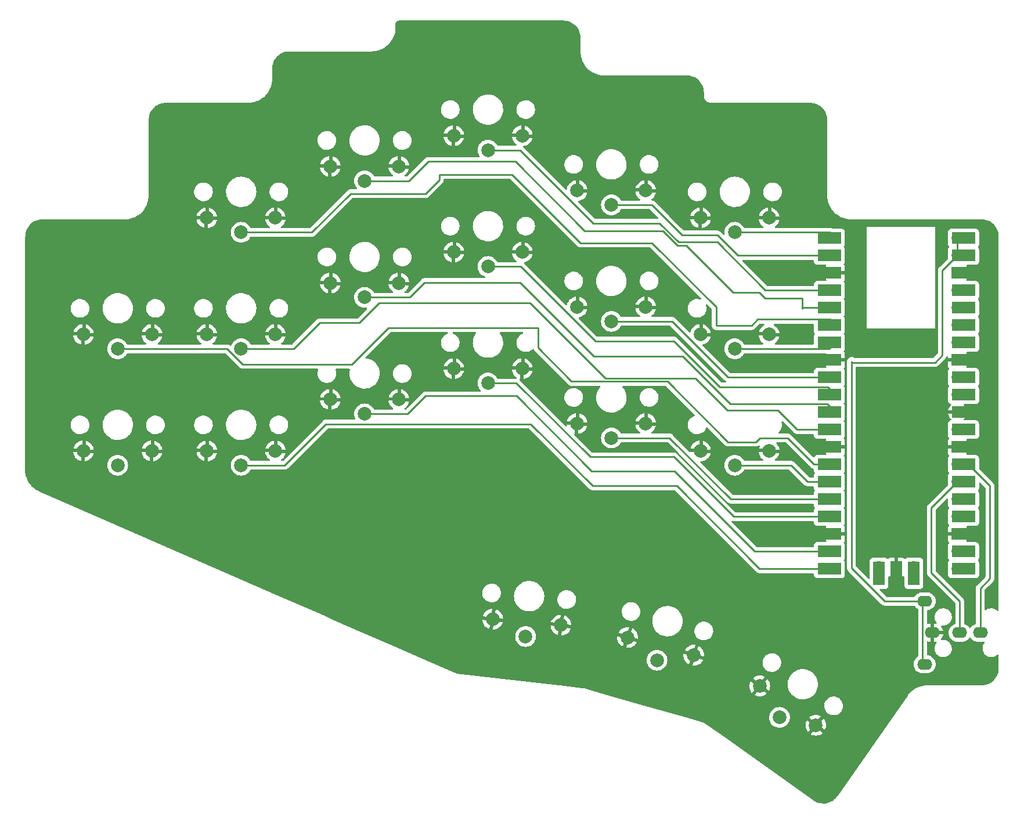
<source format=gbr>
%TF.GenerationSoftware,KiCad,Pcbnew,6.0.6*%
%TF.CreationDate,2022-07-16T22:08:51-05:00*%
%TF.ProjectId,junk,6a756e6b-2e6b-4696-9361-645f70636258,v1.0.0*%
%TF.SameCoordinates,Original*%
%TF.FileFunction,Copper,L1,Top*%
%TF.FilePolarity,Positive*%
%FSLAX46Y46*%
G04 Gerber Fmt 4.6, Leading zero omitted, Abs format (unit mm)*
G04 Created by KiCad (PCBNEW 6.0.6) date 2022-07-16 22:08:51*
%MOMM*%
%LPD*%
G01*
G04 APERTURE LIST*
%TA.AperFunction,ComponentPad*%
%ADD10C,2.000000*%
%TD*%
%TA.AperFunction,ComponentPad*%
%ADD11O,1.700000X1.700000*%
%TD*%
%TA.AperFunction,SMDPad,CuDef*%
%ADD12R,3.500000X1.700000*%
%TD*%
%TA.AperFunction,ComponentPad*%
%ADD13R,1.700000X1.700000*%
%TD*%
%TA.AperFunction,SMDPad,CuDef*%
%ADD14R,1.700000X3.500000*%
%TD*%
%TA.AperFunction,ComponentPad*%
%ADD15O,2.200000X1.600000*%
%TD*%
%TA.AperFunction,Conductor*%
%ADD16C,0.250000*%
%TD*%
G04 APERTURE END LIST*
D10*
%TO.P,S20,1,1*%
%TO.N,/S20*%
X256995202Y-202612607D03*
%TO.P,S20,2,2*%
%TO.N,GND*%
X262295473Y-203760270D03*
X254103952Y-198024506D03*
%TD*%
%TO.P,S19,1,1*%
%TO.N,/S19*%
X239112948Y-194273974D03*
%TO.P,S19,2,2*%
%TO.N,GND*%
X244486097Y-193539625D03*
X234826838Y-190951435D03*
%TD*%
%TO.P,S18,1,1*%
%TO.N,/S18*%
X219955781Y-190807549D03*
%TO.P,S18,2,2*%
%TO.N,GND*%
X225119782Y-189151319D03*
X215157835Y-188279761D03*
%TD*%
%TO.P,S17,1,1*%
%TO.N,/S17*%
X250470000Y-131830000D03*
%TO.P,S17,2,2*%
%TO.N,GND*%
X255470000Y-129730000D03*
X245470000Y-129730000D03*
%TD*%
%TO.P,S16,1,1*%
%TO.N,/S16*%
X250470000Y-148830000D03*
%TO.P,S16,2,2*%
%TO.N,GND*%
X255470000Y-146730000D03*
X245470000Y-146730000D03*
%TD*%
%TO.P,S15,1,1*%
%TO.N,/S15*%
X250470000Y-165830000D03*
%TO.P,S15,2,2*%
%TO.N,GND*%
X255470000Y-163730000D03*
X245470000Y-163730000D03*
%TD*%
%TO.P,S14,1,1*%
%TO.N,/S14*%
X232470000Y-127830000D03*
%TO.P,S14,2,2*%
%TO.N,GND*%
X237470000Y-125730000D03*
X227470000Y-125730000D03*
%TD*%
%TO.P,S13,1,1*%
%TO.N,/S13*%
X232470000Y-144830000D03*
%TO.P,S13,2,2*%
%TO.N,GND*%
X237470000Y-142730000D03*
X227470000Y-142730000D03*
%TD*%
%TO.P,S12,1,1*%
%TO.N,/S12*%
X232470000Y-161830000D03*
%TO.P,S12,2,2*%
%TO.N,GND*%
X237470000Y-159730000D03*
X227470000Y-159730000D03*
%TD*%
%TO.P,S11,1,1*%
%TO.N,/S11*%
X214470000Y-119830000D03*
%TO.P,S11,2,2*%
%TO.N,GND*%
X219470000Y-117730000D03*
X209470000Y-117730000D03*
%TD*%
%TO.P,S10,1,1*%
%TO.N,/S10*%
X214470000Y-136830000D03*
%TO.P,S10,2,2*%
%TO.N,GND*%
X219470000Y-134730000D03*
X209470000Y-134730000D03*
%TD*%
%TO.P,S9,1,1*%
%TO.N,/S9*%
X214470000Y-153830000D03*
%TO.P,S9,2,2*%
%TO.N,GND*%
X219470000Y-151730000D03*
X209470000Y-151730000D03*
%TD*%
%TO.P,S8,1,1*%
%TO.N,/S8*%
X196470000Y-124330000D03*
%TO.P,S8,2,2*%
%TO.N,GND*%
X201470000Y-122230000D03*
X191470000Y-122230000D03*
%TD*%
%TO.P,S7,1,1*%
%TO.N,/S7*%
X196470000Y-141330000D03*
%TO.P,S7,2,2*%
%TO.N,GND*%
X201470000Y-139230000D03*
X191470000Y-139230000D03*
%TD*%
%TO.P,S6,1,1*%
%TO.N,/S6*%
X196470000Y-158330000D03*
%TO.P,S6,2,2*%
%TO.N,GND*%
X201470000Y-156230000D03*
X191470000Y-156230000D03*
%TD*%
%TO.P,S5,1,1*%
%TO.N,/S5*%
X178470000Y-131830000D03*
%TO.P,S5,2,2*%
%TO.N,GND*%
X183470000Y-129730000D03*
X173470000Y-129730000D03*
%TD*%
%TO.P,S4,1,1*%
%TO.N,/S4*%
X178470000Y-148830000D03*
%TO.P,S4,2,2*%
%TO.N,GND*%
X183470000Y-146730000D03*
X173470000Y-146730000D03*
%TD*%
%TO.P,S3,1,1*%
%TO.N,/S3*%
X178470000Y-165830000D03*
%TO.P,S3,2,2*%
%TO.N,GND*%
X183470000Y-163730000D03*
X173470000Y-163730000D03*
%TD*%
%TO.P,S2,1,1*%
%TO.N,/S2*%
X160470000Y-148830000D03*
%TO.P,S2,2,2*%
%TO.N,GND*%
X165470000Y-146730000D03*
X155470000Y-146730000D03*
%TD*%
%TO.P,S1,1,1*%
%TO.N,/S1*%
X160470000Y-165830000D03*
%TO.P,S1,2,2*%
%TO.N,GND*%
X165470000Y-163730000D03*
X155470000Y-163730000D03*
%TD*%
D11*
%TO.P,U1,1,GPIO0*%
%TO.N,/S17*%
X265150000Y-132670000D03*
D12*
X264250000Y-132670000D03*
D11*
%TO.P,U1,2,GPIO1*%
%TO.N,/S14*%
X265150000Y-135210000D03*
D12*
X264250000Y-135210000D03*
%TO.P,U1,3,GND*%
%TO.N,GND*%
X264250000Y-137750000D03*
D13*
X265150000Y-137750000D03*
D11*
%TO.P,U1,4,GPIO2*%
%TO.N,/S11*%
X265150000Y-140290000D03*
D12*
X264250000Y-140290000D03*
D11*
%TO.P,U1,5,GPIO3*%
%TO.N,/S8*%
X265150000Y-142830000D03*
D12*
X264250000Y-142830000D03*
D11*
%TO.P,U1,6,GPIO4*%
%TO.N,/S5*%
X265150000Y-145370000D03*
D12*
X264250000Y-145370000D03*
%TO.P,U1,7,GPIO5*%
%TO.N,/S16*%
X264250000Y-147910000D03*
D11*
X265150000Y-147910000D03*
D13*
%TO.P,U1,8,GND*%
%TO.N,GND*%
X265150000Y-150450000D03*
D12*
X264250000Y-150450000D03*
%TO.P,U1,9,GPIO6*%
%TO.N,/S13*%
X264250000Y-152990000D03*
D11*
X265150000Y-152990000D03*
%TO.P,U1,10,GPIO7*%
%TO.N,/S10*%
X265150000Y-155530000D03*
D12*
X264250000Y-155530000D03*
%TO.P,U1,11,GPIO8*%
%TO.N,/S7*%
X264250000Y-158070000D03*
D11*
X265150000Y-158070000D03*
%TO.P,U1,12,GPIO9*%
%TO.N,/S4*%
X265150000Y-160610000D03*
D12*
X264250000Y-160610000D03*
D13*
%TO.P,U1,13,GND*%
%TO.N,GND*%
X265150000Y-163150000D03*
D12*
X264250000Y-163150000D03*
%TO.P,U1,14,GPIO10*%
%TO.N,/S2*%
X264250000Y-165690000D03*
D11*
X265150000Y-165690000D03*
%TO.P,U1,15,GPIO11*%
%TO.N,/S15*%
X265150000Y-168230000D03*
D12*
X264250000Y-168230000D03*
%TO.P,U1,16,GPIO12*%
%TO.N,/S12*%
X264250000Y-170770000D03*
D11*
X265150000Y-170770000D03*
D12*
%TO.P,U1,17,GPIO13*%
%TO.N,/S9*%
X264250000Y-173310000D03*
D11*
X265150000Y-173310000D03*
D12*
%TO.P,U1,18,GND*%
%TO.N,GND*%
X264250000Y-175850000D03*
D13*
X265150000Y-175850000D03*
D11*
%TO.P,U1,19,GPIO14*%
%TO.N,/S6*%
X265150000Y-178390000D03*
D12*
X264250000Y-178390000D03*
%TO.P,U1,20,GPIO15*%
%TO.N,/S3*%
X264250000Y-180930000D03*
D11*
X265150000Y-180930000D03*
D12*
%TO.P,U1,21,GPIO16*%
%TO.N,unconnected-(U1-Pad21)*%
X283830000Y-180930000D03*
D11*
X282930000Y-180930000D03*
D12*
%TO.P,U1,22,GPIO17*%
%TO.N,/S20*%
X283830000Y-178390000D03*
D11*
X282930000Y-178390000D03*
D12*
%TO.P,U1,23,GND*%
%TO.N,GND*%
X283830000Y-175850000D03*
D13*
X282930000Y-175850000D03*
D11*
%TO.P,U1,24,GPIO18*%
%TO.N,/S19*%
X282930000Y-173310000D03*
D12*
X283830000Y-173310000D03*
%TO.P,U1,25,GPIO19*%
%TO.N,/S18*%
X283830000Y-170770000D03*
D11*
X282930000Y-170770000D03*
D12*
%TO.P,U1,26,GPIO20*%
%TO.N,/TX*%
X283830000Y-168230000D03*
D11*
X282930000Y-168230000D03*
%TO.P,U1,27,GPIO21*%
%TO.N,/RX*%
X282930000Y-165690000D03*
D12*
X283830000Y-165690000D03*
D13*
%TO.P,U1,28,GND*%
%TO.N,GND*%
X282930000Y-163150000D03*
D12*
X283830000Y-163150000D03*
D11*
%TO.P,U1,29,GPIO22*%
%TO.N,unconnected-(U1-Pad29)*%
X282930000Y-160610000D03*
D12*
X283830000Y-160610000D03*
%TO.P,U1,30,RUN*%
%TO.N,GND*%
X283830000Y-158070000D03*
D11*
X282930000Y-158070000D03*
%TO.P,U1,31,GPIO26_ADC0*%
%TO.N,unconnected-(U1-Pad31)*%
X282930000Y-155530000D03*
D12*
X283830000Y-155530000D03*
D11*
%TO.P,U1,32,GPIO27_ADC1*%
%TO.N,unconnected-(U1-Pad32)*%
X282930000Y-152990000D03*
D12*
X283830000Y-152990000D03*
%TO.P,U1,33,AGND*%
%TO.N,GND*%
X283830000Y-150450000D03*
D13*
X282930000Y-150450000D03*
D12*
%TO.P,U1,34,GPIO28_ADC2*%
%TO.N,/S1*%
X283830000Y-147910000D03*
D11*
X282930000Y-147910000D03*
D12*
%TO.P,U1,35,ADC_VREF*%
%TO.N,unconnected-(U1-Pad35)*%
X283830000Y-145370000D03*
D11*
X282930000Y-145370000D03*
%TO.P,U1,36,3V3*%
%TO.N,unconnected-(U1-Pad36)*%
X282930000Y-142830000D03*
D12*
X283830000Y-142830000D03*
%TO.P,U1,37,3V3_EN*%
%TO.N,unconnected-(U1-Pad37)*%
X283830000Y-140290000D03*
D11*
X282930000Y-140290000D03*
D12*
%TO.P,U1,38,GND*%
%TO.N,GND*%
X283830000Y-137750000D03*
D13*
X282930000Y-137750000D03*
D12*
%TO.P,U1,39,VSYS*%
%TO.N,VBUS*%
X283830000Y-135210000D03*
D11*
X282930000Y-135210000D03*
%TO.P,U1,40,VBUS*%
X282930000Y-132670000D03*
D12*
X283830000Y-132670000D03*
D14*
%TO.P,U1,41,SWCLK*%
%TO.N,unconnected-(U1-Pad41)*%
X271500000Y-181600000D03*
D11*
X271500000Y-180700000D03*
D13*
%TO.P,U1,42,GND*%
%TO.N,GND*%
X274040000Y-180700000D03*
D14*
X274040000Y-181600000D03*
D11*
%TO.P,U1,43,SWDIO*%
%TO.N,unconnected-(U1-Pad43)*%
X276580000Y-180700000D03*
D14*
X276580000Y-181600000D03*
%TD*%
D15*
%TO.P,U2,1,SLEEVE*%
%TO.N,VBUS*%
X278160000Y-194860000D03*
X278160000Y-185660000D03*
%TO.P,U2,2,TIP*%
%TO.N,GND*%
X279260000Y-190260000D03*
%TO.P,U2,4,RING2*%
%TO.N,/RX*%
X286260000Y-190260000D03*
%TO.P,U2,3,RING1*%
%TO.N,/TX*%
X283260000Y-190260000D03*
%TD*%
D16*
%TO.N,VBUS*%
X279680000Y-150820000D02*
X280730000Y-149770000D01*
X267480000Y-150820000D02*
X279680000Y-150820000D01*
X280730000Y-149770000D02*
X280730000Y-137410000D01*
X267480000Y-180830000D02*
X267480000Y-150820000D01*
X267480000Y-150820000D02*
X267480000Y-150660000D01*
X280730000Y-137410000D02*
X282930000Y-135210000D01*
X272310000Y-185660000D02*
X267480000Y-180830000D01*
X277835000Y-194535000D02*
X278160000Y-194860000D01*
X277835000Y-185985000D02*
X277835000Y-194535000D01*
X282930000Y-132670000D02*
X282930000Y-135210000D01*
X278160000Y-185660000D02*
X277835000Y-185985000D01*
X278160000Y-185660000D02*
X272310000Y-185660000D01*
%TO.N,/RX*%
X286260000Y-183780000D02*
X287670000Y-182370000D01*
X286260000Y-190260000D02*
X286260000Y-183780000D01*
X287670000Y-182370000D02*
X287670000Y-168820000D01*
X284540000Y-165690000D02*
X282930000Y-165690000D01*
X287670000Y-168820000D02*
X284540000Y-165690000D01*
%TO.N,/TX*%
X283260000Y-185640000D02*
X279140000Y-181520000D01*
X283260000Y-190260000D02*
X283260000Y-185640000D01*
X279140000Y-181520000D02*
X279140000Y-172020000D01*
X279140000Y-172020000D02*
X282930000Y-168230000D01*
%TO.N,/S5*%
X253820000Y-144550000D02*
X264330000Y-144550000D01*
X252920000Y-145450000D02*
X253820000Y-144550000D01*
X238400000Y-133400000D02*
X247760000Y-142760000D01*
X178470000Y-131830000D02*
X188800000Y-131830000D01*
X227960000Y-133400000D02*
X238400000Y-133400000D01*
X217950000Y-123390000D02*
X227960000Y-133400000D01*
X207350000Y-124220000D02*
X207350000Y-123390000D01*
X207350000Y-123390000D02*
X217950000Y-123390000D01*
X205370000Y-126200000D02*
X207350000Y-124220000D01*
X247760000Y-145450000D02*
X252920000Y-145450000D01*
X194430000Y-126200000D02*
X205370000Y-126200000D01*
X188800000Y-131830000D02*
X194430000Y-126200000D01*
X247760000Y-142760000D02*
X247760000Y-145450000D01*
X264330000Y-144550000D02*
X265150000Y-145370000D01*
%TO.N,/S8*%
X260280000Y-141470000D02*
X260280000Y-142960000D01*
X228590000Y-131640000D02*
X239993604Y-131640000D01*
X254920000Y-141470000D02*
X260280000Y-141470000D01*
X260280000Y-142960000D02*
X260410000Y-142830000D01*
X254030000Y-140580000D02*
X254920000Y-141470000D01*
X250200000Y-140580000D02*
X254030000Y-140580000D01*
X243360000Y-133740000D02*
X250200000Y-140580000D01*
X239993604Y-131640000D02*
X242093604Y-133740000D01*
X218460000Y-121510000D02*
X228590000Y-131640000D01*
X205740000Y-121510000D02*
X218460000Y-121510000D01*
X196470000Y-124330000D02*
X202920000Y-124330000D01*
X242093604Y-133740000D02*
X243360000Y-133740000D01*
X260410000Y-142830000D02*
X265150000Y-142830000D01*
X202920000Y-124330000D02*
X205740000Y-121510000D01*
%TO.N,/S10*%
X214470000Y-136830000D02*
X219260000Y-136830000D01*
X219260000Y-136830000D02*
X230140000Y-147710000D01*
X230140000Y-147710000D02*
X241590000Y-147710000D01*
X241590000Y-147710000D02*
X248290000Y-154410000D01*
X248290000Y-154410000D02*
X264030000Y-154410000D01*
X264030000Y-154410000D02*
X265150000Y-155530000D01*
%TO.N,/S14*%
X232470000Y-127830000D02*
X238370000Y-127830000D01*
X238370000Y-127830000D02*
X242770000Y-132230000D01*
X247910000Y-132230000D02*
X250890000Y-135210000D01*
X242770000Y-132230000D02*
X247910000Y-132230000D01*
X250890000Y-135210000D02*
X265150000Y-135210000D01*
%TO.N,/S2*%
X258190000Y-161840000D02*
X262040000Y-165690000D01*
X253520000Y-162440000D02*
X254120000Y-161840000D01*
X249498418Y-162440000D02*
X253520000Y-162440000D01*
X221750000Y-148691582D02*
X226648418Y-153590000D01*
X221750000Y-145760000D02*
X221750000Y-148691582D01*
X199960000Y-145760000D02*
X221750000Y-145760000D01*
X194610000Y-151110000D02*
X199960000Y-145760000D01*
X178720000Y-151110000D02*
X194610000Y-151110000D01*
X176440000Y-148830000D02*
X178720000Y-151110000D01*
X254120000Y-161840000D02*
X258190000Y-161840000D01*
X240648418Y-153590000D02*
X249498418Y-162440000D01*
X226648418Y-153590000D02*
X240648418Y-153590000D01*
X160470000Y-148830000D02*
X176440000Y-148830000D01*
X262040000Y-165690000D02*
X265150000Y-165690000D01*
%TO.N,/S4*%
X265150000Y-160610000D02*
X259550000Y-160610000D01*
X259550000Y-160610000D02*
X256710000Y-157770000D01*
X256710000Y-157770000D02*
X249350000Y-157770000D01*
X249350000Y-157770000D02*
X244720000Y-153140000D01*
X220640000Y-142170000D02*
X198570000Y-142170000D01*
X198570000Y-142170000D02*
X195685000Y-145055000D01*
X244720000Y-153140000D02*
X231610000Y-153140000D01*
X231610000Y-153140000D02*
X220640000Y-142170000D01*
X186160000Y-148830000D02*
X178470000Y-148830000D01*
X195685000Y-145055000D02*
X189935000Y-145055000D01*
X189935000Y-145055000D02*
X186160000Y-148830000D01*
%TO.N,/S15*%
X258680000Y-165830000D02*
X261080000Y-168230000D01*
%TO.N,/S17*%
X264310000Y-131830000D02*
X265150000Y-132670000D01*
%TO.N,/S7*%
X205230000Y-139150000D02*
X219160000Y-139150000D01*
%TO.N,/S9*%
X229380000Y-164610000D02*
X241580000Y-164610000D01*
%TO.N,/S7*%
X249790000Y-156880000D02*
X263960000Y-156880000D01*
%TO.N,/S6*%
X241660000Y-166680000D02*
X253370000Y-178390000D01*
%TO.N,/S17*%
X250470000Y-131830000D02*
X264310000Y-131830000D01*
%TO.N,/S12*%
X249890000Y-170770000D02*
X265150000Y-170770000D01*
%TO.N,/S6*%
X218610000Y-155710000D02*
X229580000Y-166680000D01*
%TO.N,/S16*%
X264230000Y-148830000D02*
X265150000Y-147910000D01*
%TO.N,/S13*%
X241340000Y-144830000D02*
X249500000Y-152990000D01*
%TO.N,/S9*%
X218600000Y-153830000D02*
X229380000Y-164610000D01*
%TO.N,/S7*%
X196470000Y-141330000D02*
X203050000Y-141330000D01*
%TO.N,/S3*%
X190820000Y-159810000D02*
X220710000Y-159810000D01*
%TO.N,/S11*%
X219140000Y-119830000D02*
X229830000Y-130520000D01*
%TO.N,/S6*%
X253370000Y-178390000D02*
X265150000Y-178390000D01*
%TO.N,/S7*%
X263960000Y-156880000D02*
X265150000Y-158070000D01*
%TO.N,/S13*%
X232470000Y-144830000D02*
X241340000Y-144830000D01*
%TO.N,/S3*%
X184800000Y-165830000D02*
X190820000Y-159810000D01*
%TO.N,/S11*%
X229830000Y-130520000D02*
X239510000Y-130520000D01*
%TO.N,/S7*%
X242830000Y-149920000D02*
X249790000Y-156880000D01*
%TO.N,/S6*%
X229580000Y-166680000D02*
X241660000Y-166680000D01*
%TO.N,/S11*%
X254930000Y-140290000D02*
X265150000Y-140290000D01*
%TO.N,/S9*%
X250280000Y-173310000D02*
X265150000Y-173310000D01*
%TO.N,/S3*%
X241980000Y-168830000D02*
X254080000Y-180930000D01*
%TO.N,/S15*%
X250470000Y-165830000D02*
X258680000Y-165830000D01*
%TO.N,/S9*%
X241580000Y-164610000D02*
X250280000Y-173310000D01*
%TO.N,/S7*%
X203050000Y-141330000D02*
X205230000Y-139150000D01*
%TO.N,/S6*%
X205370000Y-155710000D02*
X218610000Y-155710000D01*
%TO.N,/S12*%
X232470000Y-161830000D02*
X240950000Y-161830000D01*
%TO.N,/S3*%
X254080000Y-180930000D02*
X265150000Y-180930000D01*
%TO.N,/S11*%
X247930000Y-133290000D02*
X254930000Y-140290000D01*
X242280000Y-133290000D02*
X247930000Y-133290000D01*
%TO.N,/S3*%
X229730000Y-168830000D02*
X241980000Y-168830000D01*
X178470000Y-165830000D02*
X184800000Y-165830000D01*
%TO.N,/S12*%
X240950000Y-161830000D02*
X249890000Y-170770000D01*
%TO.N,/S16*%
X250470000Y-148830000D02*
X264230000Y-148830000D01*
%TO.N,/S13*%
X249500000Y-152990000D02*
X265150000Y-152990000D01*
%TO.N,/S7*%
X219160000Y-139150000D02*
X229930000Y-149920000D01*
%TO.N,/S9*%
X214470000Y-153830000D02*
X218600000Y-153830000D01*
%TO.N,/S11*%
X214470000Y-119830000D02*
X219140000Y-119830000D01*
%TO.N,/S6*%
X196470000Y-158330000D02*
X202750000Y-158330000D01*
%TO.N,/S11*%
X239510000Y-130520000D02*
X242280000Y-133290000D01*
%TO.N,/S3*%
X220710000Y-159810000D02*
X229730000Y-168830000D01*
%TO.N,/S7*%
X229930000Y-149920000D02*
X242830000Y-149920000D01*
%TO.N,/S6*%
X202750000Y-158330000D02*
X205370000Y-155710000D01*
%TO.N,/S15*%
X261080000Y-168230000D02*
X265150000Y-168230000D01*
%TD*%
%TA.AperFunction,Conductor*%
%TO.N,GND*%
G36*
X225440018Y-100940000D02*
G01*
X225454851Y-100942310D01*
X225454855Y-100942310D01*
X225463724Y-100943691D01*
X225480923Y-100941442D01*
X225504863Y-100940609D01*
X225762710Y-100956206D01*
X225777814Y-100958040D01*
X225849786Y-100971229D01*
X226058760Y-101009525D01*
X226073526Y-101013164D01*
X226346231Y-101098142D01*
X226360445Y-101103534D01*
X226607603Y-101214770D01*
X226620906Y-101220757D01*
X226634379Y-101227828D01*
X226878813Y-101375595D01*
X226891334Y-101384238D01*
X227116171Y-101560385D01*
X227127560Y-101570475D01*
X227329525Y-101772440D01*
X227339615Y-101783829D01*
X227515762Y-102008666D01*
X227524405Y-102021187D01*
X227672172Y-102265621D01*
X227679242Y-102279092D01*
X227796466Y-102539555D01*
X227801858Y-102553769D01*
X227821967Y-102618303D01*
X227886836Y-102826473D01*
X227890477Y-102841246D01*
X227941960Y-103122186D01*
X227943794Y-103137290D01*
X227958953Y-103387904D01*
X227957692Y-103414716D01*
X227957690Y-103414852D01*
X227956309Y-103423724D01*
X227957473Y-103432626D01*
X227957473Y-103432628D01*
X227960436Y-103455283D01*
X227961500Y-103471621D01*
X227961500Y-105380633D01*
X227960000Y-105400018D01*
X227957690Y-105414851D01*
X227957690Y-105414855D01*
X227956309Y-105423724D01*
X227957353Y-105431707D01*
X227957458Y-105433852D01*
X227957444Y-105435034D01*
X227957603Y-105436804D01*
X227972023Y-105730317D01*
X227974184Y-105774308D01*
X227974638Y-105777368D01*
X228011557Y-106026255D01*
X228024765Y-106115300D01*
X228108526Y-106449692D01*
X228224660Y-106774264D01*
X228258273Y-106845333D01*
X228370289Y-107082170D01*
X228372048Y-107085890D01*
X228373631Y-107088531D01*
X228547682Y-107378919D01*
X228547688Y-107378928D01*
X228549271Y-107381569D01*
X228551114Y-107384054D01*
X228733285Y-107629683D01*
X228754622Y-107658453D01*
X228986124Y-107913876D01*
X229241547Y-108145378D01*
X229244033Y-108147222D01*
X229244037Y-108147225D01*
X229493243Y-108332048D01*
X229518431Y-108350729D01*
X229521072Y-108352312D01*
X229521081Y-108352318D01*
X229782943Y-108509271D01*
X229814110Y-108527952D01*
X230125736Y-108675340D01*
X230235522Y-108714622D01*
X230447403Y-108790435D01*
X230447411Y-108790437D01*
X230450308Y-108791474D01*
X230615989Y-108832975D01*
X230781697Y-108874483D01*
X230781701Y-108874484D01*
X230784700Y-108875235D01*
X230787762Y-108875689D01*
X230787766Y-108875690D01*
X231016452Y-108909612D01*
X231125692Y-108925816D01*
X231128778Y-108925968D01*
X231128782Y-108925968D01*
X231437766Y-108941148D01*
X231452480Y-108942741D01*
X231452641Y-108942768D01*
X231452648Y-108942769D01*
X231457448Y-108943576D01*
X231463914Y-108943655D01*
X231465140Y-108943670D01*
X231465143Y-108943670D01*
X231470000Y-108943729D01*
X231497624Y-108939773D01*
X231515486Y-108938500D01*
X243420633Y-108938500D01*
X243440018Y-108940000D01*
X243454851Y-108942310D01*
X243454855Y-108942310D01*
X243463724Y-108943691D01*
X243480923Y-108941442D01*
X243504863Y-108940609D01*
X243762710Y-108956206D01*
X243777814Y-108958040D01*
X243849786Y-108971229D01*
X244058760Y-109009525D01*
X244073526Y-109013164D01*
X244346231Y-109098142D01*
X244360445Y-109103534D01*
X244578223Y-109201547D01*
X244620906Y-109220757D01*
X244634379Y-109227828D01*
X244878813Y-109375595D01*
X244891334Y-109384238D01*
X245116171Y-109560385D01*
X245127560Y-109570475D01*
X245329525Y-109772440D01*
X245339615Y-109783829D01*
X245515762Y-110008666D01*
X245524405Y-110021187D01*
X245672172Y-110265621D01*
X245679242Y-110279092D01*
X245796466Y-110539555D01*
X245801859Y-110553773D01*
X245886836Y-110826473D01*
X245890477Y-110841246D01*
X245941960Y-111122186D01*
X245943794Y-111137290D01*
X245958953Y-111387904D01*
X245957692Y-111414716D01*
X245957690Y-111414852D01*
X245956309Y-111423724D01*
X245957473Y-111432626D01*
X245957473Y-111432628D01*
X245960436Y-111455283D01*
X245961500Y-111471621D01*
X245961500Y-111880633D01*
X245960000Y-111900018D01*
X245957690Y-111914851D01*
X245957690Y-111914855D01*
X245956309Y-111923724D01*
X245958345Y-111939290D01*
X245958929Y-111944644D01*
X245961835Y-111977853D01*
X245973028Y-112105793D01*
X245974452Y-112111107D01*
X245974452Y-112111108D01*
X245995208Y-112188569D01*
X246018700Y-112276245D01*
X246021022Y-112281226D01*
X246021023Y-112281227D01*
X246090951Y-112431189D01*
X246090954Y-112431194D01*
X246093277Y-112436176D01*
X246096434Y-112440684D01*
X246188830Y-112572639D01*
X246194493Y-112580727D01*
X246319273Y-112705507D01*
X246323781Y-112708664D01*
X246323784Y-112708666D01*
X246363525Y-112736493D01*
X246463824Y-112806723D01*
X246468806Y-112809046D01*
X246468811Y-112809049D01*
X246611724Y-112875690D01*
X246623755Y-112881300D01*
X246629063Y-112882722D01*
X246629065Y-112882723D01*
X246788892Y-112925548D01*
X246788893Y-112925548D01*
X246794207Y-112926972D01*
X246923712Y-112938302D01*
X246933626Y-112939568D01*
X246942416Y-112941047D01*
X246952656Y-112942770D01*
X246952658Y-112942770D01*
X246957448Y-112943576D01*
X246963724Y-112943652D01*
X246965140Y-112943670D01*
X246965143Y-112943670D01*
X246970000Y-112943729D01*
X246997624Y-112939773D01*
X247015486Y-112938500D01*
X261420633Y-112938500D01*
X261440018Y-112940000D01*
X261454851Y-112942310D01*
X261454855Y-112942310D01*
X261463724Y-112943691D01*
X261480923Y-112941442D01*
X261504863Y-112940609D01*
X261762710Y-112956206D01*
X261777814Y-112958040D01*
X261849786Y-112971229D01*
X262058760Y-113009525D01*
X262073526Y-113013164D01*
X262346231Y-113098142D01*
X262360445Y-113103534D01*
X262600431Y-113211542D01*
X262620906Y-113220757D01*
X262634379Y-113227828D01*
X262878813Y-113375595D01*
X262891334Y-113384238D01*
X263116171Y-113560385D01*
X263127560Y-113570475D01*
X263329525Y-113772440D01*
X263339615Y-113783829D01*
X263515762Y-114008666D01*
X263524405Y-114021187D01*
X263672172Y-114265621D01*
X263679242Y-114279092D01*
X263796466Y-114539555D01*
X263801859Y-114553773D01*
X263886836Y-114826473D01*
X263890475Y-114841240D01*
X263920681Y-115006070D01*
X263941960Y-115122186D01*
X263943794Y-115137290D01*
X263958953Y-115387904D01*
X263957692Y-115414716D01*
X263957690Y-115414852D01*
X263956309Y-115423724D01*
X263957473Y-115432626D01*
X263957473Y-115432628D01*
X263960436Y-115455283D01*
X263961500Y-115471621D01*
X263961500Y-126380633D01*
X263960000Y-126400018D01*
X263957690Y-126414851D01*
X263957690Y-126414855D01*
X263956309Y-126423724D01*
X263957353Y-126431707D01*
X263957458Y-126433852D01*
X263957444Y-126435034D01*
X263957603Y-126436804D01*
X263973602Y-126762469D01*
X263974184Y-126774308D01*
X263975921Y-126786018D01*
X264022756Y-127101754D01*
X264024765Y-127115300D01*
X264025516Y-127118299D01*
X264025517Y-127118303D01*
X264061718Y-127262826D01*
X264108526Y-127449692D01*
X264109563Y-127452589D01*
X264109565Y-127452597D01*
X264119890Y-127481452D01*
X264224660Y-127774264D01*
X264253353Y-127834930D01*
X264370289Y-128082170D01*
X264372048Y-128085890D01*
X264373631Y-128088531D01*
X264547682Y-128378919D01*
X264547688Y-128378928D01*
X264549271Y-128381569D01*
X264551114Y-128384054D01*
X264624870Y-128483502D01*
X264754622Y-128658453D01*
X264986124Y-128913876D01*
X265241547Y-129145378D01*
X265244033Y-129147222D01*
X265244037Y-129147225D01*
X265296027Y-129185783D01*
X265518431Y-129350729D01*
X265521072Y-129352312D01*
X265521081Y-129352318D01*
X265782943Y-129509271D01*
X265814110Y-129527952D01*
X265816889Y-129529266D01*
X265816892Y-129529268D01*
X265908593Y-129572639D01*
X266125736Y-129675340D01*
X266235522Y-129714622D01*
X266447403Y-129790435D01*
X266447411Y-129790437D01*
X266450308Y-129791474D01*
X266523310Y-129809760D01*
X266781697Y-129874483D01*
X266781701Y-129874484D01*
X266784700Y-129875235D01*
X266787762Y-129875689D01*
X266787766Y-129875690D01*
X266979745Y-129904167D01*
X267125692Y-129925816D01*
X267128778Y-129925968D01*
X267128782Y-129925968D01*
X267437766Y-129941148D01*
X267452480Y-129942741D01*
X267452641Y-129942768D01*
X267452648Y-129942769D01*
X267457448Y-129943576D01*
X267463914Y-129943655D01*
X267465140Y-129943670D01*
X267465143Y-129943670D01*
X267470000Y-129943729D01*
X267497624Y-129939773D01*
X267515486Y-129938500D01*
X286420633Y-129938500D01*
X286440018Y-129940000D01*
X286454851Y-129942310D01*
X286454855Y-129942310D01*
X286463724Y-129943691D01*
X286480923Y-129941442D01*
X286504863Y-129940609D01*
X286762710Y-129956206D01*
X286777814Y-129958040D01*
X286838490Y-129969159D01*
X287058760Y-130009525D01*
X287073526Y-130013164D01*
X287346231Y-130098142D01*
X287360445Y-130103534D01*
X287600431Y-130211542D01*
X287620906Y-130220757D01*
X287634379Y-130227828D01*
X287878813Y-130375595D01*
X287891334Y-130384238D01*
X288116171Y-130560385D01*
X288127560Y-130570475D01*
X288329525Y-130772440D01*
X288339615Y-130783829D01*
X288515762Y-131008666D01*
X288524405Y-131021187D01*
X288631579Y-131198472D01*
X288667326Y-131257604D01*
X288672172Y-131265621D01*
X288679242Y-131279092D01*
X288796466Y-131539555D01*
X288801858Y-131553769D01*
X288871219Y-131776357D01*
X288886836Y-131826473D01*
X288890475Y-131841240D01*
X288920681Y-132006070D01*
X288941960Y-132122186D01*
X288943794Y-132137290D01*
X288958953Y-132387904D01*
X288957692Y-132414716D01*
X288957690Y-132414852D01*
X288956309Y-132423724D01*
X288957473Y-132432626D01*
X288957473Y-132432628D01*
X288958771Y-132442552D01*
X288959878Y-132451013D01*
X288960436Y-132455283D01*
X288961500Y-132471621D01*
X288961500Y-186975642D01*
X288941498Y-187043763D01*
X288887842Y-187090256D01*
X288817568Y-187100360D01*
X288750700Y-187068835D01*
X288628117Y-186957293D01*
X288628111Y-186957288D01*
X288623964Y-186953515D01*
X288619217Y-186950537D01*
X288619214Y-186950535D01*
X288438405Y-186837115D01*
X288433656Y-186834136D01*
X288225217Y-186750344D01*
X288005233Y-186704787D01*
X288000622Y-186704521D01*
X288000621Y-186704521D01*
X287950048Y-186701605D01*
X287950044Y-186701605D01*
X287948225Y-186701500D01*
X287803001Y-186701500D01*
X287800214Y-186701749D01*
X287800208Y-186701749D01*
X287730071Y-186708009D01*
X287636238Y-186716383D01*
X287630824Y-186717864D01*
X287630819Y-186717865D01*
X287516262Y-186749205D01*
X287419549Y-186775663D01*
X287414491Y-186778075D01*
X287414487Y-186778077D01*
X287368842Y-186799849D01*
X287216782Y-186872378D01*
X287150197Y-186920224D01*
X287093026Y-186961305D01*
X287026034Y-186984812D01*
X286956968Y-186968370D01*
X286907755Y-186917197D01*
X286893500Y-186858982D01*
X286893500Y-184094594D01*
X286913502Y-184026473D01*
X286930405Y-184005499D01*
X287483445Y-183452460D01*
X288062253Y-182873652D01*
X288070539Y-182866112D01*
X288077018Y-182862000D01*
X288123644Y-182812348D01*
X288126398Y-182809507D01*
X288146135Y-182789770D01*
X288148615Y-182786573D01*
X288156320Y-182777551D01*
X288181159Y-182751100D01*
X288186586Y-182745321D01*
X288190405Y-182738375D01*
X288190407Y-182738372D01*
X288196348Y-182727566D01*
X288207199Y-182711047D01*
X288214758Y-182701301D01*
X288219614Y-182695041D01*
X288222759Y-182687772D01*
X288222762Y-182687768D01*
X288237174Y-182654463D01*
X288242391Y-182643813D01*
X288263695Y-182605060D01*
X288268733Y-182585437D01*
X288275137Y-182566734D01*
X288280033Y-182555420D01*
X288280033Y-182555419D01*
X288283181Y-182548145D01*
X288284420Y-182540322D01*
X288284423Y-182540312D01*
X288290099Y-182504476D01*
X288292505Y-182492856D01*
X288301528Y-182457711D01*
X288301528Y-182457710D01*
X288303500Y-182450030D01*
X288303500Y-182429776D01*
X288305051Y-182410065D01*
X288306980Y-182397886D01*
X288308220Y-182390057D01*
X288304059Y-182346038D01*
X288303500Y-182334181D01*
X288303500Y-168898763D01*
X288304027Y-168887579D01*
X288305701Y-168880091D01*
X288303562Y-168812032D01*
X288303500Y-168808075D01*
X288303500Y-168780144D01*
X288302994Y-168776138D01*
X288302061Y-168764292D01*
X288301962Y-168761122D01*
X288300673Y-168720110D01*
X288295022Y-168700658D01*
X288291014Y-168681306D01*
X288289468Y-168669068D01*
X288289467Y-168669066D01*
X288288474Y-168661203D01*
X288272194Y-168620086D01*
X288268359Y-168608885D01*
X288256018Y-168566406D01*
X288251985Y-168559587D01*
X288251983Y-168559582D01*
X288245707Y-168548971D01*
X288237010Y-168531221D01*
X288229552Y-168512383D01*
X288203571Y-168476623D01*
X288197053Y-168466701D01*
X288178578Y-168435460D01*
X288178574Y-168435455D01*
X288174542Y-168428637D01*
X288160218Y-168414313D01*
X288147376Y-168399278D01*
X288135472Y-168382893D01*
X288101406Y-168354711D01*
X288092627Y-168346722D01*
X286125405Y-166379500D01*
X286091379Y-166317188D01*
X286088500Y-166290405D01*
X286088500Y-164791866D01*
X286081745Y-164729684D01*
X286030615Y-164593295D01*
X285943261Y-164476739D01*
X285826705Y-164389385D01*
X285690316Y-164338255D01*
X285628134Y-164331500D01*
X284380091Y-164331500D01*
X284311970Y-164311498D01*
X284265477Y-164257842D01*
X284255373Y-164187568D01*
X284262109Y-164161270D01*
X284278478Y-164117605D01*
X284282105Y-164102351D01*
X284287631Y-164051486D01*
X284288000Y-164044672D01*
X284288000Y-163422115D01*
X284283525Y-163406876D01*
X284282135Y-163405671D01*
X284274452Y-163404000D01*
X281590116Y-163404000D01*
X281574877Y-163408475D01*
X281573672Y-163409865D01*
X281572001Y-163417548D01*
X281572001Y-164044669D01*
X281572371Y-164051490D01*
X281577895Y-164102352D01*
X281581521Y-164117604D01*
X281626676Y-164238054D01*
X281635214Y-164253649D01*
X281702942Y-164344018D01*
X281727790Y-164410525D01*
X281712737Y-164479907D01*
X281702942Y-164495148D01*
X281629385Y-164593295D01*
X281578255Y-164729684D01*
X281571500Y-164791866D01*
X281571500Y-165610219D01*
X281570787Y-165623607D01*
X281567251Y-165656695D01*
X281567548Y-165661848D01*
X281567548Y-165661851D01*
X281571291Y-165726763D01*
X281571500Y-165734016D01*
X281571500Y-166588134D01*
X281578255Y-166650316D01*
X281629385Y-166786705D01*
X281634771Y-166793891D01*
X281702630Y-166884435D01*
X281727478Y-166950941D01*
X281712425Y-167020324D01*
X281702632Y-167035562D01*
X281629385Y-167133295D01*
X281578255Y-167269684D01*
X281571500Y-167331866D01*
X281571500Y-168150219D01*
X281570787Y-168163607D01*
X281567251Y-168196695D01*
X281567548Y-168201848D01*
X281567548Y-168201851D01*
X281571291Y-168266763D01*
X281571500Y-168274016D01*
X281571500Y-168640405D01*
X281551498Y-168708526D01*
X281534595Y-168729500D01*
X278747747Y-171516348D01*
X278739461Y-171523888D01*
X278732982Y-171528000D01*
X278727557Y-171533777D01*
X278686357Y-171577651D01*
X278683602Y-171580493D01*
X278663865Y-171600230D01*
X278661385Y-171603427D01*
X278653682Y-171612447D01*
X278623414Y-171644679D01*
X278619595Y-171651625D01*
X278619593Y-171651628D01*
X278613652Y-171662434D01*
X278602801Y-171678953D01*
X278590386Y-171694959D01*
X278587241Y-171702228D01*
X278587238Y-171702232D01*
X278572826Y-171735537D01*
X278567609Y-171746187D01*
X278546305Y-171784940D01*
X278544334Y-171792615D01*
X278544334Y-171792616D01*
X278541267Y-171804562D01*
X278534863Y-171823266D01*
X278526819Y-171841855D01*
X278525580Y-171849678D01*
X278525577Y-171849688D01*
X278519901Y-171885524D01*
X278517495Y-171897144D01*
X278506500Y-171939970D01*
X278506500Y-171960224D01*
X278504949Y-171979934D01*
X278501780Y-171999943D01*
X278502526Y-172007835D01*
X278505941Y-172043961D01*
X278506500Y-172055819D01*
X278506500Y-181441233D01*
X278505973Y-181452416D01*
X278504298Y-181459909D01*
X278504547Y-181467835D01*
X278504547Y-181467836D01*
X278506438Y-181527986D01*
X278506500Y-181531945D01*
X278506500Y-181559856D01*
X278506997Y-181563790D01*
X278506997Y-181563791D01*
X278507005Y-181563856D01*
X278507938Y-181575693D01*
X278509327Y-181619889D01*
X278514344Y-181637158D01*
X278514978Y-181639339D01*
X278518987Y-181658700D01*
X278521526Y-181678797D01*
X278524445Y-181686168D01*
X278524445Y-181686170D01*
X278537804Y-181719912D01*
X278541649Y-181731142D01*
X278553982Y-181773593D01*
X278558015Y-181780412D01*
X278558017Y-181780417D01*
X278564293Y-181791028D01*
X278572988Y-181808776D01*
X278580448Y-181827617D01*
X278585110Y-181834033D01*
X278585110Y-181834034D01*
X278606436Y-181863387D01*
X278612952Y-181873307D01*
X278635458Y-181911362D01*
X278649779Y-181925683D01*
X278662619Y-181940716D01*
X278674528Y-181957107D01*
X278680634Y-181962158D01*
X278708605Y-181985298D01*
X278717384Y-181993288D01*
X282589595Y-185865500D01*
X282623621Y-185927812D01*
X282626500Y-185954595D01*
X282626500Y-188898019D01*
X282606498Y-188966140D01*
X282552842Y-189012633D01*
X282533113Y-189019725D01*
X282516072Y-189024291D01*
X282516063Y-189024294D01*
X282510757Y-189025716D01*
X282505776Y-189028039D01*
X282505775Y-189028039D01*
X282308238Y-189120151D01*
X282308233Y-189120154D01*
X282303251Y-189122477D01*
X282205148Y-189191170D01*
X282120211Y-189250643D01*
X282120208Y-189250645D01*
X282115700Y-189253802D01*
X281953802Y-189415700D01*
X281950647Y-189420206D01*
X281950643Y-189420211D01*
X281909482Y-189478995D01*
X281822477Y-189603251D01*
X281820154Y-189608233D01*
X281820151Y-189608238D01*
X281761123Y-189734825D01*
X281725716Y-189810757D01*
X281724294Y-189816065D01*
X281724293Y-189816067D01*
X281697952Y-189914374D01*
X281666457Y-190031913D01*
X281646502Y-190260000D01*
X281666457Y-190488087D01*
X281667881Y-190493400D01*
X281667881Y-190493402D01*
X281712406Y-190659568D01*
X281725716Y-190709243D01*
X281728039Y-190714224D01*
X281728039Y-190714225D01*
X281820151Y-190911762D01*
X281820154Y-190911767D01*
X281822477Y-190916749D01*
X281849485Y-190955320D01*
X281915132Y-191049073D01*
X281953802Y-191104300D01*
X282115700Y-191266198D01*
X282120208Y-191269355D01*
X282120211Y-191269357D01*
X282187371Y-191316383D01*
X282303251Y-191397523D01*
X282308233Y-191399846D01*
X282308238Y-191399849D01*
X282463779Y-191472378D01*
X282510757Y-191494284D01*
X282516065Y-191495706D01*
X282516067Y-191495707D01*
X282726598Y-191552119D01*
X282726600Y-191552119D01*
X282731913Y-191553543D01*
X282830120Y-191562135D01*
X282900149Y-191568262D01*
X282900156Y-191568262D01*
X282902873Y-191568500D01*
X283617127Y-191568500D01*
X283619844Y-191568262D01*
X283619851Y-191568262D01*
X283689880Y-191562135D01*
X283788087Y-191553543D01*
X283793400Y-191552119D01*
X283793402Y-191552119D01*
X284003933Y-191495707D01*
X284003935Y-191495706D01*
X284009243Y-191494284D01*
X284056221Y-191472378D01*
X284211762Y-191399849D01*
X284211767Y-191399846D01*
X284216749Y-191397523D01*
X284332629Y-191316383D01*
X284399789Y-191269357D01*
X284399792Y-191269355D01*
X284404300Y-191266198D01*
X284566198Y-191104300D01*
X284594378Y-191064056D01*
X284656787Y-190974926D01*
X284712244Y-190930598D01*
X284782864Y-190923289D01*
X284846224Y-190955320D01*
X284863213Y-190974926D01*
X284925623Y-191064056D01*
X284953802Y-191104300D01*
X285115700Y-191266198D01*
X285120208Y-191269355D01*
X285120211Y-191269357D01*
X285187371Y-191316383D01*
X285303251Y-191397523D01*
X285308233Y-191399846D01*
X285308238Y-191399849D01*
X285463779Y-191472378D01*
X285510757Y-191494284D01*
X285516065Y-191495706D01*
X285516067Y-191495707D01*
X285726598Y-191552119D01*
X285726600Y-191552119D01*
X285731913Y-191553543D01*
X285830120Y-191562135D01*
X285900149Y-191568262D01*
X285900156Y-191568262D01*
X285902873Y-191568500D01*
X286617127Y-191568500D01*
X286619842Y-191568262D01*
X286619853Y-191568262D01*
X286773963Y-191554779D01*
X286843567Y-191568768D01*
X286894560Y-191618168D01*
X286910750Y-191687294D01*
X286882863Y-191759596D01*
X286881912Y-191760770D01*
X286878008Y-191764799D01*
X286752710Y-191951262D01*
X286662412Y-192156967D01*
X286661103Y-192162418D01*
X286661102Y-192162422D01*
X286611278Y-192369954D01*
X286609968Y-192375411D01*
X286597037Y-192599690D01*
X286624025Y-192822715D01*
X286690082Y-193037435D01*
X286692652Y-193042415D01*
X286692654Y-193042419D01*
X286780794Y-193213187D01*
X286793118Y-193237064D01*
X286929877Y-193415292D01*
X287096036Y-193566485D01*
X287100783Y-193569463D01*
X287100786Y-193569465D01*
X287229229Y-193650036D01*
X287286344Y-193685864D01*
X287494783Y-193769656D01*
X287714767Y-193815213D01*
X287719378Y-193815479D01*
X287719379Y-193815479D01*
X287769952Y-193818395D01*
X287769956Y-193818395D01*
X287771775Y-193818500D01*
X287916999Y-193818500D01*
X287919786Y-193818251D01*
X287919792Y-193818251D01*
X287989929Y-193811991D01*
X288083762Y-193803617D01*
X288089176Y-193802136D01*
X288089181Y-193802135D01*
X288259679Y-193755491D01*
X288300451Y-193744337D01*
X288305509Y-193741925D01*
X288305513Y-193741923D01*
X288423042Y-193685864D01*
X288503218Y-193647622D01*
X288685654Y-193516529D01*
X288745017Y-193455272D01*
X288806786Y-193420272D01*
X288877673Y-193424224D01*
X288935170Y-193465873D01*
X288961022Y-193531995D01*
X288961500Y-193542957D01*
X288961500Y-195380633D01*
X288960000Y-195400018D01*
X288957690Y-195414851D01*
X288957690Y-195414855D01*
X288956309Y-195423724D01*
X288958558Y-195440919D01*
X288959391Y-195464863D01*
X288943794Y-195722710D01*
X288941960Y-195737814D01*
X288894368Y-195997523D01*
X288890477Y-196018754D01*
X288886836Y-196033526D01*
X288826953Y-196225699D01*
X288801859Y-196306227D01*
X288796466Y-196320445D01*
X288734915Y-196457207D01*
X288679243Y-196580906D01*
X288672172Y-196594379D01*
X288524405Y-196838813D01*
X288515762Y-196851334D01*
X288339615Y-197076171D01*
X288329525Y-197087560D01*
X288127560Y-197289525D01*
X288116172Y-197299614D01*
X288093977Y-197317003D01*
X287891334Y-197475762D01*
X287878813Y-197484405D01*
X287634379Y-197632172D01*
X287620908Y-197639242D01*
X287360445Y-197756466D01*
X287346231Y-197761858D01*
X287153886Y-197821795D01*
X287073527Y-197846836D01*
X287058760Y-197850475D01*
X286849786Y-197888771D01*
X286777814Y-197901960D01*
X286762710Y-197903794D01*
X286512096Y-197918953D01*
X286485284Y-197917692D01*
X286485148Y-197917690D01*
X286476276Y-197916309D01*
X286467374Y-197917473D01*
X286467372Y-197917473D01*
X286452323Y-197919441D01*
X286444714Y-197920436D01*
X286428379Y-197921500D01*
X278629680Y-197921500D01*
X278608778Y-197919754D01*
X278593781Y-197917231D01*
X278593777Y-197917231D01*
X278588982Y-197916424D01*
X278582599Y-197916346D01*
X278581289Y-197916330D01*
X278581286Y-197916330D01*
X278576430Y-197916271D01*
X278570961Y-197917054D01*
X278570536Y-197917115D01*
X278558719Y-197918243D01*
X278468666Y-197922570D01*
X278239764Y-197933569D01*
X278236771Y-197934003D01*
X277909191Y-197981505D01*
X277909188Y-197981506D01*
X277906199Y-197981939D01*
X277903272Y-197982655D01*
X277903263Y-197982657D01*
X277581731Y-198061339D01*
X277581727Y-198061340D01*
X277578806Y-198062055D01*
X277521929Y-198081918D01*
X277263449Y-198172185D01*
X277263442Y-198172188D01*
X277260598Y-198173181D01*
X277257861Y-198174443D01*
X277257853Y-198174446D01*
X276957261Y-198313022D01*
X276957253Y-198313026D01*
X276954505Y-198314293D01*
X276951892Y-198315817D01*
X276951884Y-198315821D01*
X276665952Y-198482572D01*
X276663346Y-198484092D01*
X276389802Y-198681015D01*
X276136390Y-198903248D01*
X276098344Y-198943691D01*
X275907514Y-199146545D01*
X275907509Y-199146551D01*
X275905444Y-199148746D01*
X275903603Y-199151124D01*
X275903595Y-199151133D01*
X275719409Y-199389006D01*
X275709580Y-199400254D01*
X275708906Y-199400939D01*
X275705492Y-199404407D01*
X275698166Y-199414602D01*
X275695967Y-199418946D01*
X275685558Y-199439507D01*
X275676356Y-199454866D01*
X265436655Y-214078673D01*
X265424308Y-214093691D01*
X265413909Y-214104516D01*
X265407690Y-214110990D01*
X265403540Y-214118946D01*
X265403535Y-214118952D01*
X265399667Y-214126367D01*
X265386618Y-214146456D01*
X265225945Y-214348726D01*
X265215782Y-214360044D01*
X265012454Y-214560659D01*
X265001007Y-214570663D01*
X264887996Y-214657982D01*
X264774989Y-214745298D01*
X264762411Y-214753856D01*
X264516991Y-214899978D01*
X264503473Y-214906958D01*
X264242225Y-215022434D01*
X264227971Y-215027730D01*
X264091339Y-215069302D01*
X263954711Y-215110873D01*
X263939914Y-215114415D01*
X263658624Y-215164015D01*
X263643508Y-215165747D01*
X263443658Y-215176491D01*
X263358298Y-215181080D01*
X263343088Y-215180978D01*
X263258252Y-215175275D01*
X263058108Y-215161821D01*
X263043016Y-215159886D01*
X262762420Y-215106518D01*
X262747672Y-215102778D01*
X262475553Y-215015977D01*
X262461363Y-215010486D01*
X262201694Y-214891520D01*
X262188281Y-214884366D01*
X261974357Y-214753080D01*
X261952979Y-214736560D01*
X261952946Y-214736528D01*
X261946470Y-214730307D01*
X261920134Y-214716569D01*
X261905467Y-214707593D01*
X248359491Y-205087867D01*
X261582533Y-205087867D01*
X261591481Y-205097488D01*
X261604519Y-205105477D01*
X261613309Y-205109956D01*
X261823461Y-205197004D01*
X261832846Y-205200053D01*
X262054027Y-205253155D01*
X262063774Y-205254698D01*
X262290543Y-205272545D01*
X262300403Y-205272545D01*
X262527172Y-205254698D01*
X262536919Y-205253155D01*
X262758100Y-205200053D01*
X262767485Y-205197004D01*
X262977636Y-205109957D01*
X262986431Y-205105475D01*
X263180369Y-204986629D01*
X263188362Y-204980822D01*
X263295248Y-204889533D01*
X263302282Y-204878758D01*
X263293346Y-204865474D01*
X262352885Y-204128058D01*
X262338129Y-204122175D01*
X262336323Y-204122526D01*
X262330270Y-204127538D01*
X261587970Y-205074229D01*
X261582533Y-205087867D01*
X248359491Y-205087867D01*
X246030448Y-203433888D01*
X246020643Y-203426166D01*
X245989190Y-203398758D01*
X245981039Y-203394997D01*
X245981036Y-203394995D01*
X245935433Y-203373953D01*
X245930599Y-203371595D01*
X245877937Y-203344495D01*
X245847455Y-203338608D01*
X245833113Y-203335838D01*
X245822446Y-203333292D01*
X243295706Y-202612607D01*
X255482037Y-202612607D01*
X255500667Y-202849318D01*
X255501821Y-202854125D01*
X255501822Y-202854131D01*
X255506922Y-202875374D01*
X255556097Y-203080201D01*
X255646962Y-203299570D01*
X255649548Y-203303790D01*
X255768443Y-203497809D01*
X255768447Y-203497815D01*
X255771026Y-203502023D01*
X255925233Y-203682576D01*
X256105786Y-203836783D01*
X256109994Y-203839362D01*
X256110000Y-203839366D01*
X256304019Y-203958261D01*
X256308239Y-203960847D01*
X256312809Y-203962740D01*
X256312813Y-203962742D01*
X256523035Y-204049818D01*
X256527608Y-204051712D01*
X256607811Y-204070967D01*
X256753678Y-204105987D01*
X256753684Y-204105988D01*
X256758491Y-204107142D01*
X256995202Y-204125772D01*
X257231913Y-204107142D01*
X257236720Y-204105988D01*
X257236726Y-204105987D01*
X257382593Y-204070967D01*
X257462796Y-204051712D01*
X257467369Y-204049818D01*
X257677591Y-203962742D01*
X257677595Y-203962740D01*
X257682165Y-203960847D01*
X257686385Y-203958261D01*
X257880404Y-203839366D01*
X257880410Y-203839362D01*
X257884618Y-203836783D01*
X257968431Y-203765200D01*
X260783198Y-203765200D01*
X260801045Y-203991969D01*
X260802588Y-204001716D01*
X260855690Y-204222897D01*
X260858739Y-204232282D01*
X260945786Y-204442433D01*
X260950268Y-204451228D01*
X261069114Y-204645166D01*
X261074921Y-204653159D01*
X261166210Y-204760045D01*
X261176985Y-204767079D01*
X261190269Y-204758143D01*
X261927685Y-203817682D01*
X261933568Y-203802926D01*
X261933217Y-203801120D01*
X261928205Y-203795067D01*
X261829425Y-203717614D01*
X262657378Y-203717614D01*
X262657729Y-203719420D01*
X262662741Y-203725473D01*
X263609432Y-204467773D01*
X263623070Y-204473210D01*
X263632691Y-204464262D01*
X263640680Y-204451224D01*
X263645159Y-204442434D01*
X263732207Y-204232282D01*
X263735256Y-204222897D01*
X263788358Y-204001716D01*
X263789901Y-203991969D01*
X263807748Y-203765200D01*
X263807748Y-203755340D01*
X263789901Y-203528571D01*
X263788358Y-203518824D01*
X263735256Y-203297643D01*
X263732207Y-203288258D01*
X263645160Y-203078107D01*
X263640678Y-203069312D01*
X263521832Y-202875374D01*
X263516025Y-202867381D01*
X263424736Y-202760495D01*
X263413961Y-202753461D01*
X263400677Y-202762397D01*
X262663261Y-203702858D01*
X262657378Y-203717614D01*
X261829425Y-203717614D01*
X260981514Y-203052767D01*
X260967876Y-203047330D01*
X260958255Y-203056278D01*
X260950266Y-203069316D01*
X260945787Y-203078106D01*
X260858739Y-203288258D01*
X260855690Y-203297643D01*
X260802588Y-203518824D01*
X260801045Y-203528571D01*
X260783198Y-203755340D01*
X260783198Y-203765200D01*
X257968431Y-203765200D01*
X258065171Y-203682576D01*
X258219378Y-203502023D01*
X258221957Y-203497815D01*
X258221961Y-203497809D01*
X258340856Y-203303790D01*
X258343442Y-203299570D01*
X258434307Y-203080201D01*
X258483482Y-202875374D01*
X258488582Y-202854131D01*
X258488583Y-202854125D01*
X258489737Y-202849318D01*
X258506071Y-202641782D01*
X261288664Y-202641782D01*
X261297600Y-202655066D01*
X262238061Y-203392482D01*
X262252817Y-203398365D01*
X262254623Y-203398014D01*
X262260676Y-203393002D01*
X263002976Y-202446311D01*
X263008413Y-202432673D01*
X262999465Y-202423052D01*
X262986427Y-202415063D01*
X262977637Y-202410584D01*
X262767485Y-202323536D01*
X262758100Y-202320487D01*
X262536919Y-202267385D01*
X262527172Y-202265842D01*
X262300403Y-202247995D01*
X262290543Y-202247995D01*
X262063774Y-202265842D01*
X262054027Y-202267385D01*
X261832846Y-202320487D01*
X261823461Y-202323536D01*
X261613310Y-202410583D01*
X261604515Y-202415065D01*
X261410577Y-202533911D01*
X261402584Y-202539718D01*
X261295698Y-202631007D01*
X261288664Y-202641782D01*
X258506071Y-202641782D01*
X258508367Y-202612607D01*
X258489737Y-202375896D01*
X258477167Y-202323536D01*
X258451851Y-202218088D01*
X258434307Y-202145013D01*
X258425026Y-202122607D01*
X258345337Y-201930218D01*
X258345335Y-201930214D01*
X258343442Y-201925644D01*
X258289552Y-201837704D01*
X258221961Y-201727405D01*
X258221957Y-201727399D01*
X258219378Y-201723191D01*
X258065171Y-201542638D01*
X257884618Y-201388431D01*
X257880410Y-201385852D01*
X257880404Y-201385848D01*
X257686385Y-201266953D01*
X257682165Y-201264367D01*
X257677595Y-201262474D01*
X257677591Y-201262472D01*
X257467369Y-201175396D01*
X257467367Y-201175395D01*
X257462796Y-201173502D01*
X257382593Y-201154247D01*
X257236726Y-201119227D01*
X257236720Y-201119226D01*
X257231913Y-201118072D01*
X256995202Y-201099442D01*
X256758491Y-201118072D01*
X256753684Y-201119226D01*
X256753678Y-201119227D01*
X256607811Y-201154247D01*
X256527608Y-201173502D01*
X256523037Y-201175395D01*
X256523035Y-201175396D01*
X256312813Y-201262472D01*
X256312809Y-201262474D01*
X256308239Y-201264367D01*
X256304019Y-201266953D01*
X256110000Y-201385848D01*
X256109994Y-201385852D01*
X256105786Y-201388431D01*
X255925233Y-201542638D01*
X255771026Y-201723191D01*
X255768447Y-201727399D01*
X255768443Y-201727405D01*
X255700852Y-201837704D01*
X255646962Y-201925644D01*
X255645069Y-201930214D01*
X255645067Y-201930218D01*
X255565378Y-202122607D01*
X255556097Y-202145013D01*
X255538553Y-202218088D01*
X255513238Y-202323536D01*
X255500667Y-202375896D01*
X255482037Y-202612607D01*
X243295706Y-202612607D01*
X237186272Y-200870054D01*
X263522741Y-200870054D01*
X263531390Y-201100438D01*
X263532485Y-201105657D01*
X263535090Y-201118072D01*
X263578732Y-201326071D01*
X263663415Y-201540501D01*
X263783016Y-201737597D01*
X263786513Y-201741627D01*
X263873077Y-201841383D01*
X263934116Y-201911725D01*
X263956670Y-201930218D01*
X264108266Y-202054520D01*
X264108272Y-202054524D01*
X264112394Y-202057904D01*
X264117030Y-202060543D01*
X264117033Y-202060545D01*
X264226061Y-202122607D01*
X264312753Y-202171955D01*
X264529464Y-202250617D01*
X264534713Y-202251566D01*
X264534716Y-202251567D01*
X264752247Y-202290903D01*
X264752254Y-202290904D01*
X264756331Y-202291641D01*
X264774053Y-202292477D01*
X264778995Y-202292710D01*
X264779002Y-202292710D01*
X264780483Y-202292780D01*
X264942529Y-202292780D01*
X265009448Y-202287102D01*
X265109048Y-202278651D01*
X265109052Y-202278650D01*
X265114359Y-202278200D01*
X265119514Y-202276862D01*
X265119520Y-202276861D01*
X265332342Y-202221623D01*
X265332346Y-202221622D01*
X265337511Y-202220281D01*
X265342377Y-202218089D01*
X265342380Y-202218088D01*
X265542841Y-202127787D01*
X265547714Y-202125592D01*
X265738958Y-201996839D01*
X265905774Y-201837704D01*
X266043393Y-201652738D01*
X266147879Y-201447229D01*
X266165140Y-201391642D01*
X266214663Y-201232151D01*
X266216246Y-201227053D01*
X266216947Y-201221764D01*
X266245837Y-201003791D01*
X266245837Y-201003786D01*
X266246537Y-200998506D01*
X266237888Y-200768122D01*
X266190546Y-200542489D01*
X266105863Y-200328059D01*
X265986262Y-200130963D01*
X265899394Y-200030856D01*
X265838662Y-199960868D01*
X265838660Y-199960866D01*
X265835162Y-199956835D01*
X265783234Y-199914257D01*
X265661012Y-199814040D01*
X265661006Y-199814036D01*
X265656884Y-199810656D01*
X265652248Y-199808017D01*
X265652245Y-199808015D01*
X265461168Y-199699248D01*
X265456525Y-199696605D01*
X265239814Y-199617943D01*
X265234565Y-199616994D01*
X265234562Y-199616993D01*
X265017031Y-199577657D01*
X265017024Y-199577656D01*
X265012947Y-199576919D01*
X264995225Y-199576083D01*
X264990283Y-199575850D01*
X264990276Y-199575850D01*
X264988795Y-199575780D01*
X264826749Y-199575780D01*
X264759830Y-199581458D01*
X264660230Y-199589909D01*
X264660226Y-199589910D01*
X264654919Y-199590360D01*
X264649764Y-199591698D01*
X264649758Y-199591699D01*
X264436936Y-199646937D01*
X264436932Y-199646938D01*
X264431767Y-199648279D01*
X264426901Y-199650471D01*
X264426898Y-199650472D01*
X264318619Y-199699248D01*
X264221564Y-199742968D01*
X264030320Y-199871721D01*
X263863504Y-200030856D01*
X263725885Y-200215822D01*
X263621399Y-200421331D01*
X263619817Y-200426425D01*
X263619816Y-200426428D01*
X263557754Y-200626300D01*
X263553032Y-200641507D01*
X263552331Y-200646796D01*
X263536943Y-200762903D01*
X263522741Y-200870054D01*
X237186272Y-200870054D01*
X237167743Y-200864769D01*
X231864298Y-199352103D01*
X253391012Y-199352103D01*
X253399960Y-199361724D01*
X253412998Y-199369713D01*
X253421788Y-199374192D01*
X253631940Y-199461240D01*
X253641325Y-199464289D01*
X253862506Y-199517391D01*
X253872253Y-199518934D01*
X254099022Y-199536781D01*
X254108882Y-199536781D01*
X254335651Y-199518934D01*
X254345398Y-199517391D01*
X254566579Y-199464289D01*
X254575964Y-199461240D01*
X254786115Y-199374193D01*
X254794910Y-199369711D01*
X254988848Y-199250865D01*
X254996841Y-199245058D01*
X255103727Y-199153769D01*
X255110761Y-199142994D01*
X255101825Y-199129710D01*
X254161364Y-198392294D01*
X254146608Y-198386411D01*
X254144802Y-198386762D01*
X254138749Y-198391774D01*
X253396449Y-199338465D01*
X253391012Y-199352103D01*
X231864298Y-199352103D01*
X228458854Y-198380791D01*
X228457124Y-198380170D01*
X228455493Y-198379161D01*
X228450410Y-198377758D01*
X228450404Y-198377756D01*
X228402703Y-198364592D01*
X228383348Y-198359250D01*
X228382351Y-198358970D01*
X228358285Y-198352106D01*
X228358280Y-198352105D01*
X228354361Y-198350987D01*
X228352746Y-198350767D01*
X228352288Y-198350678D01*
X228347608Y-198349386D01*
X228332181Y-198347607D01*
X228316725Y-198345824D01*
X228314129Y-198345497D01*
X228268634Y-198339290D01*
X228246587Y-198336282D01*
X228242190Y-198336942D01*
X228237494Y-198336687D01*
X225573209Y-198029436D01*
X252591677Y-198029436D01*
X252609524Y-198256205D01*
X252611067Y-198265952D01*
X252664169Y-198487133D01*
X252667218Y-198496518D01*
X252754265Y-198706669D01*
X252758747Y-198715464D01*
X252877593Y-198909402D01*
X252883400Y-198917395D01*
X252974689Y-199024281D01*
X252985464Y-199031315D01*
X252998748Y-199022379D01*
X253736164Y-198081918D01*
X253742047Y-198067162D01*
X253741696Y-198065356D01*
X253736684Y-198059303D01*
X253637904Y-197981850D01*
X254465857Y-197981850D01*
X254466208Y-197983656D01*
X254471220Y-197989709D01*
X255417911Y-198732009D01*
X255431549Y-198737446D01*
X255441170Y-198728498D01*
X255449159Y-198715460D01*
X255453638Y-198706670D01*
X255540686Y-198496518D01*
X255543735Y-198487133D01*
X255596837Y-198265952D01*
X255598380Y-198256205D01*
X255616227Y-198029436D01*
X255616227Y-198019576D01*
X255600990Y-197825965D01*
X258166345Y-197825965D01*
X258166708Y-197830113D01*
X258166708Y-197830117D01*
X258180671Y-197989709D01*
X258191916Y-198118235D01*
X258192826Y-198122307D01*
X258192827Y-198122312D01*
X258253175Y-198392294D01*
X258255916Y-198404557D01*
X258357222Y-198679898D01*
X258359169Y-198683591D01*
X258359170Y-198683593D01*
X258473927Y-198901249D01*
X258494054Y-198939423D01*
X258664008Y-199178571D01*
X258864097Y-199393141D01*
X259090807Y-199579362D01*
X259340154Y-199733964D01*
X259343971Y-199735680D01*
X259343974Y-199735681D01*
X259418012Y-199768955D01*
X259607759Y-199854230D01*
X259695709Y-199880449D01*
X259884921Y-199936857D01*
X259884929Y-199936859D01*
X259888918Y-199938048D01*
X259893034Y-199938700D01*
X259893039Y-199938701D01*
X260175225Y-199983394D01*
X260175230Y-199983394D01*
X260178693Y-199983943D01*
X260227789Y-199986173D01*
X260269035Y-199988046D01*
X260269054Y-199988046D01*
X260270454Y-199988110D01*
X260453723Y-199988110D01*
X260672045Y-199973609D01*
X260959644Y-199915619D01*
X261237047Y-199820102D01*
X261240789Y-199818228D01*
X261240794Y-199818226D01*
X261495636Y-199690610D01*
X261495638Y-199690609D01*
X261499380Y-199688735D01*
X261660318Y-199579362D01*
X261738576Y-199526178D01*
X261738579Y-199526176D01*
X261742035Y-199523827D01*
X261960748Y-199328275D01*
X262151676Y-199105515D01*
X262256766Y-198943691D01*
X262309187Y-198862970D01*
X262309190Y-198862965D01*
X262311466Y-198859460D01*
X262437310Y-198594433D01*
X262526997Y-198315090D01*
X262578952Y-198026340D01*
X262587103Y-197846836D01*
X262592072Y-197737425D01*
X262592072Y-197737420D01*
X262592261Y-197733255D01*
X262586080Y-197662601D01*
X262567054Y-197445147D01*
X262566690Y-197440985D01*
X262542676Y-197333552D01*
X262503602Y-197158741D01*
X262503600Y-197158734D01*
X262502690Y-197154663D01*
X262473811Y-197076171D01*
X262452296Y-197017697D01*
X262401384Y-196879322D01*
X262264552Y-196619797D01*
X262094598Y-196380649D01*
X261894509Y-196166079D01*
X261667799Y-195979858D01*
X261418452Y-195825256D01*
X261414635Y-195823540D01*
X261414632Y-195823539D01*
X261340594Y-195790265D01*
X261150847Y-195704990D01*
X261062897Y-195678771D01*
X260873685Y-195622363D01*
X260873677Y-195622361D01*
X260869688Y-195621172D01*
X260865572Y-195620520D01*
X260865567Y-195620519D01*
X260583381Y-195575826D01*
X260583376Y-195575826D01*
X260579913Y-195575277D01*
X260530817Y-195573047D01*
X260489571Y-195571174D01*
X260489552Y-195571174D01*
X260488152Y-195571110D01*
X260304883Y-195571110D01*
X260086561Y-195585611D01*
X259798962Y-195643601D01*
X259682163Y-195683818D01*
X259569212Y-195722710D01*
X259521559Y-195739118D01*
X259517817Y-195740992D01*
X259517812Y-195740994D01*
X259267787Y-195866198D01*
X259259226Y-195870485D01*
X259255761Y-195872840D01*
X259041055Y-196018754D01*
X259016571Y-196035393D01*
X259013455Y-196038179D01*
X258806136Y-196223544D01*
X258797858Y-196230945D01*
X258606930Y-196453705D01*
X258604656Y-196457207D01*
X258460428Y-196679299D01*
X258447140Y-196699760D01*
X258321296Y-196964787D01*
X258320017Y-196968770D01*
X258320016Y-196968773D01*
X258282414Y-197085890D01*
X258231609Y-197244130D01*
X258179654Y-197532880D01*
X258175145Y-197632172D01*
X258167851Y-197792807D01*
X258166345Y-197825965D01*
X255600990Y-197825965D01*
X255598380Y-197792807D01*
X255596837Y-197783060D01*
X255543735Y-197561879D01*
X255540686Y-197552494D01*
X255453639Y-197342343D01*
X255449157Y-197333548D01*
X255330311Y-197139610D01*
X255324504Y-197131617D01*
X255233215Y-197024731D01*
X255222440Y-197017697D01*
X255209156Y-197026633D01*
X254471740Y-197967094D01*
X254465857Y-197981850D01*
X253637904Y-197981850D01*
X252789993Y-197317003D01*
X252776355Y-197311566D01*
X252766734Y-197320514D01*
X252758745Y-197333552D01*
X252754266Y-197342342D01*
X252667218Y-197552494D01*
X252664169Y-197561879D01*
X252611067Y-197783060D01*
X252609524Y-197792807D01*
X252591677Y-198019576D01*
X252591677Y-198029436D01*
X225573209Y-198029436D01*
X215831642Y-196906018D01*
X253097143Y-196906018D01*
X253106079Y-196919302D01*
X254046540Y-197656718D01*
X254061296Y-197662601D01*
X254063102Y-197662250D01*
X254069155Y-197657238D01*
X254811455Y-196710547D01*
X254816892Y-196696909D01*
X254807944Y-196687288D01*
X254794906Y-196679299D01*
X254786116Y-196674820D01*
X254575964Y-196587772D01*
X254566579Y-196584723D01*
X254345398Y-196531621D01*
X254335651Y-196530078D01*
X254108882Y-196512231D01*
X254099022Y-196512231D01*
X253872253Y-196530078D01*
X253862506Y-196531621D01*
X253641325Y-196584723D01*
X253631940Y-196587772D01*
X253421789Y-196674819D01*
X253412994Y-196679301D01*
X253219056Y-196798147D01*
X253211063Y-196803954D01*
X253104177Y-196895243D01*
X253097143Y-196906018D01*
X215831642Y-196906018D01*
X209932348Y-196225699D01*
X209896424Y-196216026D01*
X205442624Y-194273974D01*
X237599783Y-194273974D01*
X237618413Y-194510685D01*
X237619567Y-194515492D01*
X237619568Y-194515498D01*
X237641172Y-194605483D01*
X237673843Y-194741568D01*
X237675736Y-194746139D01*
X237675737Y-194746141D01*
X237748916Y-194922811D01*
X237764708Y-194960937D01*
X237767294Y-194965157D01*
X237886189Y-195159176D01*
X237886193Y-195159182D01*
X237888772Y-195163390D01*
X238042979Y-195343943D01*
X238223532Y-195498150D01*
X238227740Y-195500729D01*
X238227746Y-195500733D01*
X238367604Y-195586438D01*
X238425985Y-195622214D01*
X238430555Y-195624107D01*
X238430559Y-195624109D01*
X238640781Y-195711185D01*
X238645354Y-195713079D01*
X238717156Y-195730317D01*
X238871424Y-195767354D01*
X238871430Y-195767355D01*
X238876237Y-195768509D01*
X239112948Y-195787139D01*
X239349659Y-195768509D01*
X239354466Y-195767355D01*
X239354472Y-195767354D01*
X239508740Y-195730317D01*
X239580542Y-195713079D01*
X239585115Y-195711185D01*
X239795337Y-195624109D01*
X239795341Y-195624107D01*
X239799911Y-195622214D01*
X239858292Y-195586438D01*
X239998150Y-195500733D01*
X239998156Y-195500729D01*
X240002364Y-195498150D01*
X240182917Y-195343943D01*
X240337124Y-195163390D01*
X240339703Y-195159182D01*
X240339707Y-195159176D01*
X240417804Y-195031733D01*
X244269804Y-195031733D01*
X244278313Y-195035935D01*
X244481167Y-195051900D01*
X244491027Y-195051900D01*
X244717796Y-195034053D01*
X244727543Y-195032510D01*
X244948724Y-194979408D01*
X244958109Y-194976359D01*
X245168260Y-194889312D01*
X245177055Y-194884830D01*
X245370996Y-194765982D01*
X245378980Y-194760182D01*
X245551955Y-194612447D01*
X245558919Y-194605483D01*
X245597155Y-194560714D01*
X254512069Y-194560714D01*
X254520718Y-194791098D01*
X254568060Y-195016731D01*
X254570018Y-195021690D01*
X254570019Y-195021692D01*
X254624315Y-195159176D01*
X254652743Y-195231161D01*
X254655510Y-195235720D01*
X254655511Y-195235723D01*
X254717965Y-195338643D01*
X254772344Y-195428257D01*
X254775841Y-195432287D01*
X254896426Y-195571249D01*
X254923444Y-195602385D01*
X254947627Y-195622214D01*
X255097594Y-195745180D01*
X255097600Y-195745184D01*
X255101722Y-195748564D01*
X255106358Y-195751203D01*
X255106361Y-195751205D01*
X255240328Y-195827463D01*
X255302081Y-195862615D01*
X255518792Y-195941277D01*
X255524041Y-195942226D01*
X255524044Y-195942227D01*
X255741575Y-195981563D01*
X255741582Y-195981564D01*
X255745659Y-195982301D01*
X255763381Y-195983137D01*
X255768323Y-195983370D01*
X255768330Y-195983370D01*
X255769811Y-195983440D01*
X255931857Y-195983440D01*
X256000012Y-195977657D01*
X256098376Y-195969311D01*
X256098380Y-195969310D01*
X256103687Y-195968860D01*
X256108842Y-195967522D01*
X256108848Y-195967521D01*
X256321670Y-195912283D01*
X256321674Y-195912282D01*
X256326839Y-195910941D01*
X256331705Y-195908749D01*
X256331708Y-195908748D01*
X256532169Y-195818447D01*
X256537042Y-195816252D01*
X256728286Y-195687499D01*
X256895102Y-195528364D01*
X257032721Y-195343398D01*
X257047554Y-195314225D01*
X257122330Y-195167149D01*
X257137207Y-195137889D01*
X257173288Y-195021692D01*
X257203991Y-194922811D01*
X257205574Y-194917713D01*
X257212266Y-194867224D01*
X257235165Y-194694451D01*
X257235165Y-194694446D01*
X257235865Y-194689166D01*
X257227216Y-194458782D01*
X257179874Y-194233149D01*
X257177915Y-194228188D01*
X257097152Y-194023684D01*
X257097151Y-194023682D01*
X257095191Y-194018719D01*
X257090995Y-194011803D01*
X256978357Y-193826183D01*
X256975590Y-193821623D01*
X256969215Y-193814276D01*
X256827990Y-193651528D01*
X256827988Y-193651526D01*
X256824490Y-193647495D01*
X256727394Y-193567881D01*
X256650340Y-193504700D01*
X256650334Y-193504696D01*
X256646212Y-193501316D01*
X256641576Y-193498677D01*
X256641573Y-193498675D01*
X256450496Y-193389908D01*
X256445853Y-193387265D01*
X256229142Y-193308603D01*
X256223893Y-193307654D01*
X256223890Y-193307653D01*
X256006359Y-193268317D01*
X256006352Y-193268316D01*
X256002275Y-193267579D01*
X255984553Y-193266743D01*
X255979611Y-193266510D01*
X255979604Y-193266510D01*
X255978123Y-193266440D01*
X255816077Y-193266440D01*
X255749158Y-193272118D01*
X255649558Y-193280569D01*
X255649554Y-193280570D01*
X255644247Y-193281020D01*
X255639092Y-193282358D01*
X255639086Y-193282359D01*
X255426264Y-193337597D01*
X255426260Y-193337598D01*
X255421095Y-193338939D01*
X255416229Y-193341131D01*
X255416226Y-193341132D01*
X255310469Y-193388772D01*
X255210892Y-193433628D01*
X255019648Y-193562381D01*
X255015791Y-193566060D01*
X255015789Y-193566062D01*
X255012222Y-193569465D01*
X254852832Y-193721516D01*
X254715213Y-193906482D01*
X254610727Y-194111991D01*
X254609145Y-194117085D01*
X254609144Y-194117088D01*
X254558899Y-194278904D01*
X254542360Y-194332167D01*
X254541659Y-194337456D01*
X254518062Y-194515498D01*
X254512069Y-194560714D01*
X245597155Y-194560714D01*
X245706656Y-194432505D01*
X245712450Y-194424532D01*
X245813696Y-194259314D01*
X245817378Y-194245702D01*
X245809972Y-194239557D01*
X244665835Y-193865596D01*
X244649960Y-193865115D01*
X244648382Y-193866063D01*
X244644407Y-193872844D01*
X244270231Y-195017637D01*
X244269804Y-195031733D01*
X240417804Y-195031733D01*
X240458602Y-194965157D01*
X240461188Y-194960937D01*
X240476981Y-194922811D01*
X240550159Y-194746141D01*
X240550160Y-194746139D01*
X240552053Y-194741568D01*
X240584724Y-194605483D01*
X240606328Y-194515498D01*
X240606329Y-194515492D01*
X240607483Y-194510685D01*
X240626113Y-194273974D01*
X240607483Y-194037263D01*
X240603390Y-194020211D01*
X240566154Y-193865115D01*
X240552053Y-193806380D01*
X240541570Y-193781071D01*
X240463083Y-193591585D01*
X240463081Y-193591581D01*
X240461188Y-193587011D01*
X240448610Y-193566485D01*
X240435171Y-193544555D01*
X242973822Y-193544555D01*
X242991669Y-193771324D01*
X242993212Y-193781071D01*
X243046314Y-194002252D01*
X243049363Y-194011637D01*
X243136410Y-194221788D01*
X243140892Y-194230583D01*
X243259740Y-194424524D01*
X243265540Y-194432508D01*
X243413275Y-194605483D01*
X243420239Y-194612447D01*
X243593217Y-194760184D01*
X243601190Y-194765978D01*
X243766408Y-194867224D01*
X243780020Y-194870906D01*
X243786165Y-194863500D01*
X244160126Y-193719363D01*
X244160607Y-193703488D01*
X244159659Y-193701910D01*
X244152878Y-193697935D01*
X243167188Y-193375762D01*
X244811587Y-193375762D01*
X244812535Y-193377340D01*
X244819316Y-193381315D01*
X245964109Y-193755491D01*
X245978205Y-193755918D01*
X245982407Y-193747409D01*
X245998372Y-193544555D01*
X245998372Y-193534695D01*
X245980525Y-193307926D01*
X245978982Y-193298179D01*
X245925880Y-193076998D01*
X245922831Y-193067613D01*
X245835784Y-192857462D01*
X245831302Y-192848667D01*
X245712454Y-192654726D01*
X245706654Y-192646742D01*
X245558919Y-192473767D01*
X245551955Y-192466803D01*
X245378977Y-192319066D01*
X245371004Y-192313272D01*
X245205786Y-192212026D01*
X245192174Y-192208344D01*
X245186029Y-192215750D01*
X244812068Y-193359887D01*
X244811587Y-193375762D01*
X243167188Y-193375762D01*
X243008085Y-193323759D01*
X242993989Y-193323332D01*
X242989787Y-193331841D01*
X242973822Y-193534695D01*
X242973822Y-193544555D01*
X240435171Y-193544555D01*
X240339707Y-193388772D01*
X240339703Y-193388766D01*
X240337124Y-193384558D01*
X240182917Y-193204005D01*
X240002364Y-193049798D01*
X239998156Y-193047219D01*
X239998150Y-193047215D01*
X239804131Y-192928320D01*
X239799911Y-192925734D01*
X239795341Y-192923841D01*
X239795337Y-192923839D01*
X239585115Y-192836763D01*
X239585113Y-192836762D01*
X239580542Y-192834869D01*
X239575040Y-192833548D01*
X243154816Y-192833548D01*
X243162222Y-192839693D01*
X244306359Y-193213654D01*
X244322234Y-193214135D01*
X244323812Y-193213187D01*
X244327787Y-193206406D01*
X244701963Y-192061613D01*
X244702390Y-192047517D01*
X244693881Y-192043315D01*
X244491027Y-192027350D01*
X244481167Y-192027350D01*
X244254398Y-192045197D01*
X244244651Y-192046740D01*
X244023470Y-192099842D01*
X244014085Y-192102891D01*
X243803934Y-192189938D01*
X243795139Y-192194420D01*
X243601198Y-192313268D01*
X243593214Y-192319068D01*
X243420239Y-192466803D01*
X243413275Y-192473767D01*
X243265538Y-192646745D01*
X243259744Y-192654718D01*
X243158498Y-192819936D01*
X243154816Y-192833548D01*
X239575040Y-192833548D01*
X239500339Y-192815614D01*
X239354472Y-192780594D01*
X239354466Y-192780593D01*
X239349659Y-192779439D01*
X239112948Y-192760809D01*
X238876237Y-192779439D01*
X238871430Y-192780593D01*
X238871424Y-192780594D01*
X238725557Y-192815614D01*
X238645354Y-192834869D01*
X238640783Y-192836762D01*
X238640781Y-192836763D01*
X238430559Y-192923839D01*
X238430555Y-192923841D01*
X238425985Y-192925734D01*
X238421765Y-192928320D01*
X238227746Y-193047215D01*
X238227740Y-193047219D01*
X238223532Y-193049798D01*
X238042979Y-193204005D01*
X237888772Y-193384558D01*
X237886193Y-193388766D01*
X237886189Y-193388772D01*
X237777286Y-193566485D01*
X237764708Y-193587011D01*
X237762815Y-193591581D01*
X237762813Y-193591585D01*
X237684326Y-193781071D01*
X237673843Y-193806380D01*
X237659742Y-193865115D01*
X237622507Y-194020211D01*
X237618413Y-194037263D01*
X237599783Y-194273974D01*
X205442624Y-194273974D01*
X201244810Y-192443543D01*
X234610545Y-192443543D01*
X234619054Y-192447745D01*
X234821908Y-192463710D01*
X234831768Y-192463710D01*
X235058537Y-192445863D01*
X235068284Y-192444320D01*
X235289465Y-192391218D01*
X235298850Y-192388169D01*
X235509001Y-192301122D01*
X235517796Y-192296640D01*
X235711737Y-192177792D01*
X235719721Y-192171992D01*
X235892696Y-192024257D01*
X235899660Y-192017293D01*
X236047397Y-191844315D01*
X236053191Y-191836342D01*
X236154437Y-191671124D01*
X236158119Y-191657512D01*
X236150713Y-191651367D01*
X235006576Y-191277406D01*
X234990701Y-191276925D01*
X234989123Y-191277873D01*
X234985148Y-191284654D01*
X234610972Y-192429447D01*
X234610545Y-192443543D01*
X201244810Y-192443543D01*
X197492907Y-190807549D01*
X218442616Y-190807549D01*
X218461246Y-191044260D01*
X218462400Y-191049067D01*
X218462401Y-191049073D01*
X218482112Y-191131173D01*
X218516676Y-191275143D01*
X218518569Y-191279714D01*
X218518570Y-191279716D01*
X218598373Y-191472378D01*
X218607541Y-191494512D01*
X218610127Y-191498732D01*
X218729022Y-191692751D01*
X218729026Y-191692757D01*
X218731605Y-191696965D01*
X218885812Y-191877518D01*
X219066365Y-192031725D01*
X219070573Y-192034304D01*
X219070579Y-192034308D01*
X219264598Y-192153203D01*
X219268818Y-192155789D01*
X219273388Y-192157682D01*
X219273392Y-192157684D01*
X219483614Y-192244760D01*
X219488187Y-192246654D01*
X219568390Y-192265909D01*
X219714257Y-192300929D01*
X219714263Y-192300930D01*
X219719070Y-192302084D01*
X219955781Y-192320714D01*
X220192492Y-192302084D01*
X220197299Y-192300930D01*
X220197305Y-192300929D01*
X220343172Y-192265909D01*
X220423375Y-192246654D01*
X220427948Y-192244760D01*
X220638170Y-192157684D01*
X220638174Y-192157682D01*
X220642744Y-192155789D01*
X220646964Y-192153203D01*
X220840983Y-192034308D01*
X220840989Y-192034304D01*
X220845197Y-192031725D01*
X221025750Y-191877518D01*
X221179957Y-191696965D01*
X221182536Y-191692757D01*
X221182540Y-191692751D01*
X221301435Y-191498732D01*
X221304021Y-191494512D01*
X221313190Y-191472378D01*
X221392992Y-191279716D01*
X221392993Y-191279714D01*
X221394886Y-191275143D01*
X221429450Y-191131173D01*
X221449161Y-191049073D01*
X221449162Y-191049067D01*
X221450316Y-191044260D01*
X221457234Y-190956365D01*
X233314563Y-190956365D01*
X233332410Y-191183134D01*
X233333953Y-191192881D01*
X233387055Y-191414062D01*
X233390104Y-191423447D01*
X233477151Y-191633598D01*
X233481633Y-191642393D01*
X233600481Y-191836334D01*
X233606281Y-191844318D01*
X233754016Y-192017293D01*
X233760980Y-192024257D01*
X233933958Y-192171994D01*
X233941931Y-192177788D01*
X234107149Y-192279034D01*
X234120761Y-192282716D01*
X234126906Y-192275310D01*
X234500867Y-191131173D01*
X234501348Y-191115298D01*
X234500400Y-191113720D01*
X234493619Y-191109745D01*
X233507929Y-190787572D01*
X235152328Y-190787572D01*
X235153276Y-190789150D01*
X235160057Y-190793125D01*
X236304850Y-191167301D01*
X236318946Y-191167728D01*
X236323148Y-191159219D01*
X236339113Y-190956365D01*
X236339113Y-190946505D01*
X236321266Y-190719736D01*
X236319723Y-190709989D01*
X236266621Y-190488808D01*
X236263572Y-190479423D01*
X236176525Y-190269272D01*
X236172043Y-190260477D01*
X236053195Y-190066536D01*
X236047395Y-190058552D01*
X235899660Y-189885577D01*
X235892696Y-189878613D01*
X235719718Y-189730876D01*
X235711745Y-189725082D01*
X235546527Y-189623836D01*
X235532915Y-189620154D01*
X235526770Y-189627560D01*
X235152809Y-190771697D01*
X235152328Y-190787572D01*
X233507929Y-190787572D01*
X233348826Y-190735569D01*
X233334730Y-190735142D01*
X233330528Y-190743651D01*
X233314563Y-190946505D01*
X233314563Y-190956365D01*
X221457234Y-190956365D01*
X221468946Y-190807549D01*
X221455977Y-190642761D01*
X225164078Y-190642761D01*
X225166104Y-190656717D01*
X225175867Y-190659568D01*
X225351481Y-190645747D01*
X225361228Y-190644204D01*
X225582409Y-190591102D01*
X225591794Y-190588053D01*
X225801945Y-190501006D01*
X225810740Y-190496524D01*
X226004681Y-190377676D01*
X226012665Y-190371876D01*
X226160798Y-190245358D01*
X233495557Y-190245358D01*
X233502963Y-190251503D01*
X234647100Y-190625464D01*
X234662975Y-190625945D01*
X234664553Y-190624997D01*
X234668528Y-190618216D01*
X235042704Y-189473423D01*
X235043131Y-189459327D01*
X235034622Y-189455125D01*
X234831768Y-189439160D01*
X234821908Y-189439160D01*
X234595139Y-189457007D01*
X234585392Y-189458550D01*
X234364211Y-189511652D01*
X234354826Y-189514701D01*
X234144675Y-189601748D01*
X234135880Y-189606230D01*
X233941939Y-189725078D01*
X233933955Y-189730878D01*
X233760980Y-189878613D01*
X233754016Y-189885577D01*
X233606279Y-190058555D01*
X233600485Y-190066528D01*
X233499239Y-190231746D01*
X233495557Y-190245358D01*
X226160798Y-190245358D01*
X226185640Y-190224141D01*
X226192604Y-190217177D01*
X226340339Y-190044202D01*
X226346139Y-190036218D01*
X226464987Y-189842277D01*
X226469469Y-189833482D01*
X226555385Y-189626061D01*
X226554850Y-189615356D01*
X226543440Y-189610495D01*
X225353395Y-189441127D01*
X225337676Y-189443410D01*
X225336287Y-189444617D01*
X225333550Y-189451985D01*
X225164078Y-190642761D01*
X221455977Y-190642761D01*
X221450316Y-190570838D01*
X221440360Y-190529366D01*
X221402607Y-190372115D01*
X221394886Y-190339955D01*
X221376840Y-190296388D01*
X221305916Y-190125160D01*
X221305914Y-190125156D01*
X221304021Y-190120586D01*
X221266008Y-190058555D01*
X221182540Y-189922347D01*
X221182536Y-189922341D01*
X221179957Y-189918133D01*
X221025750Y-189737580D01*
X221018188Y-189731121D01*
X220933009Y-189658372D01*
X220845197Y-189583373D01*
X220840989Y-189580794D01*
X220840983Y-189580790D01*
X220646964Y-189461895D01*
X220642744Y-189459309D01*
X220638174Y-189457416D01*
X220638170Y-189457414D01*
X220427948Y-189370338D01*
X220427946Y-189370337D01*
X220423375Y-189368444D01*
X220328302Y-189345619D01*
X220197305Y-189314169D01*
X220197299Y-189314168D01*
X220192492Y-189313014D01*
X219955781Y-189294384D01*
X219719070Y-189313014D01*
X219714263Y-189314168D01*
X219714257Y-189314169D01*
X219583260Y-189345619D01*
X219488187Y-189368444D01*
X219483616Y-189370337D01*
X219483614Y-189370338D01*
X219273392Y-189457414D01*
X219273388Y-189457416D01*
X219268818Y-189459309D01*
X219264598Y-189461895D01*
X219070579Y-189580790D01*
X219070573Y-189580794D01*
X219066365Y-189583373D01*
X218978553Y-189658372D01*
X218893375Y-189731121D01*
X218885812Y-189737580D01*
X218731605Y-189918133D01*
X218729026Y-189922341D01*
X218729022Y-189922347D01*
X218645554Y-190058555D01*
X218607541Y-190120586D01*
X218605648Y-190125156D01*
X218605646Y-190125160D01*
X218534722Y-190296388D01*
X218516676Y-190339955D01*
X218508955Y-190372115D01*
X218471203Y-190529366D01*
X218461246Y-190570838D01*
X218442616Y-190807549D01*
X197492907Y-190807549D01*
X195116205Y-189771203D01*
X215202131Y-189771203D01*
X215204157Y-189785159D01*
X215213920Y-189788010D01*
X215389534Y-189774189D01*
X215399281Y-189772646D01*
X215620462Y-189719544D01*
X215629847Y-189716495D01*
X215839998Y-189629448D01*
X215848793Y-189624966D01*
X216042734Y-189506118D01*
X216050718Y-189500318D01*
X216223693Y-189352583D01*
X216230657Y-189345619D01*
X216348704Y-189207404D01*
X223611533Y-189207404D01*
X223625354Y-189383018D01*
X223626897Y-189392765D01*
X223679999Y-189613946D01*
X223683048Y-189623331D01*
X223770095Y-189833482D01*
X223774577Y-189842277D01*
X223893425Y-190036218D01*
X223899225Y-190044202D01*
X224046960Y-190217177D01*
X224053924Y-190224141D01*
X224226899Y-190371876D01*
X224234883Y-190377676D01*
X224428824Y-190496524D01*
X224437619Y-190501006D01*
X224645040Y-190586922D01*
X224655745Y-190586387D01*
X224660606Y-190574977D01*
X224829974Y-189384932D01*
X224827691Y-189369213D01*
X224826484Y-189367824D01*
X224819116Y-189365087D01*
X223628340Y-189195615D01*
X223614384Y-189197641D01*
X223611533Y-189207404D01*
X216348704Y-189207404D01*
X216378392Y-189172644D01*
X216384192Y-189164660D01*
X216503040Y-188970719D01*
X216507522Y-188961924D01*
X216525838Y-188917706D01*
X225409590Y-188917706D01*
X225411873Y-188933425D01*
X225413080Y-188934814D01*
X225420448Y-188937551D01*
X226611224Y-189107023D01*
X226625180Y-189104997D01*
X226628031Y-189095234D01*
X226614210Y-188919620D01*
X226612667Y-188909873D01*
X226559565Y-188688692D01*
X226556516Y-188679307D01*
X226532517Y-188621367D01*
X238427022Y-188621367D01*
X238427385Y-188625515D01*
X238427385Y-188625519D01*
X238437308Y-188738937D01*
X238452593Y-188913637D01*
X238453503Y-188917706D01*
X238453504Y-188917714D01*
X238509820Y-189169656D01*
X238516593Y-189199959D01*
X238617899Y-189475300D01*
X238619846Y-189478993D01*
X238619847Y-189478995D01*
X238699172Y-189629448D01*
X238754731Y-189734825D01*
X238924685Y-189973973D01*
X239124774Y-190188543D01*
X239351484Y-190374764D01*
X239600831Y-190529366D01*
X239604648Y-190531082D01*
X239604651Y-190531083D01*
X239678689Y-190564357D01*
X239868436Y-190649632D01*
X239956386Y-190675851D01*
X240145598Y-190732259D01*
X240145606Y-190732261D01*
X240149595Y-190733450D01*
X240153711Y-190734102D01*
X240153716Y-190734103D01*
X240435902Y-190778796D01*
X240435907Y-190778796D01*
X240439370Y-190779345D01*
X240488466Y-190781575D01*
X240529712Y-190783448D01*
X240529731Y-190783448D01*
X240531131Y-190783512D01*
X240714400Y-190783512D01*
X240932722Y-190769011D01*
X241220321Y-190711021D01*
X241414373Y-190644204D01*
X241493760Y-190616869D01*
X241493761Y-190616868D01*
X241497724Y-190615504D01*
X241501466Y-190613630D01*
X241501471Y-190613628D01*
X241756313Y-190486012D01*
X241756315Y-190486011D01*
X241760057Y-190484137D01*
X241861474Y-190415214D01*
X241999253Y-190321580D01*
X241999256Y-190321578D01*
X242002712Y-190319229D01*
X242033960Y-190291290D01*
X242218308Y-190126464D01*
X242218309Y-190126463D01*
X242221425Y-190123677D01*
X242383748Y-189934291D01*
X244590674Y-189934291D01*
X244590874Y-189939620D01*
X244590874Y-189939622D01*
X244594545Y-190037393D01*
X244599323Y-190164675D01*
X244646665Y-190390308D01*
X244648623Y-190395267D01*
X244648624Y-190395269D01*
X244719909Y-190575772D01*
X244731348Y-190604738D01*
X244734115Y-190609297D01*
X244734116Y-190609300D01*
X244764620Y-190659568D01*
X244850949Y-190801834D01*
X244854446Y-190805864D01*
X244985044Y-190956365D01*
X245002049Y-190975962D01*
X245006180Y-190979349D01*
X245176199Y-191118757D01*
X245176205Y-191118761D01*
X245180327Y-191122141D01*
X245184963Y-191124780D01*
X245184966Y-191124782D01*
X245287476Y-191183134D01*
X245380686Y-191236192D01*
X245597397Y-191314854D01*
X245602646Y-191315803D01*
X245602649Y-191315804D01*
X245820180Y-191355140D01*
X245820187Y-191355141D01*
X245824264Y-191355878D01*
X245841986Y-191356714D01*
X245846928Y-191356947D01*
X245846935Y-191356947D01*
X245848416Y-191357017D01*
X246010462Y-191357017D01*
X246077381Y-191351339D01*
X246176981Y-191342888D01*
X246176985Y-191342887D01*
X246182292Y-191342437D01*
X246187447Y-191341099D01*
X246187453Y-191341098D01*
X246400275Y-191285860D01*
X246400279Y-191285859D01*
X246405444Y-191284518D01*
X246410310Y-191282326D01*
X246410313Y-191282325D01*
X246610774Y-191192024D01*
X246615647Y-191189829D01*
X246806891Y-191061076D01*
X246819474Y-191049073D01*
X246916656Y-190956365D01*
X246973707Y-190901941D01*
X247111326Y-190716975D01*
X247113934Y-190711847D01*
X247188073Y-190566025D01*
X247215812Y-190511466D01*
X247223072Y-190488087D01*
X247282596Y-190296388D01*
X247284179Y-190291290D01*
X247287097Y-190269272D01*
X247313770Y-190068028D01*
X247313770Y-190068023D01*
X247314470Y-190062743D01*
X247305821Y-189832359D01*
X247301289Y-189810757D01*
X247259574Y-189611945D01*
X247258479Y-189606726D01*
X247255425Y-189598993D01*
X247175757Y-189397261D01*
X247175756Y-189397259D01*
X247173796Y-189392296D01*
X247169328Y-189384932D01*
X247059465Y-189203884D01*
X247054195Y-189195200D01*
X246993829Y-189125634D01*
X246906595Y-189025105D01*
X246906593Y-189025103D01*
X246903095Y-189021072D01*
X246840949Y-188970115D01*
X246728945Y-188878277D01*
X246728939Y-188878273D01*
X246724817Y-188874893D01*
X246720181Y-188872254D01*
X246720178Y-188872252D01*
X246529101Y-188763485D01*
X246524458Y-188760842D01*
X246307747Y-188682180D01*
X246302498Y-188681231D01*
X246302495Y-188681230D01*
X246084964Y-188641894D01*
X246084957Y-188641893D01*
X246080880Y-188641156D01*
X246063158Y-188640320D01*
X246058216Y-188640087D01*
X246058209Y-188640087D01*
X246056728Y-188640017D01*
X245894682Y-188640017D01*
X245827763Y-188645695D01*
X245728163Y-188654146D01*
X245728159Y-188654147D01*
X245722852Y-188654597D01*
X245717697Y-188655935D01*
X245717691Y-188655936D01*
X245504869Y-188711174D01*
X245504865Y-188711175D01*
X245499700Y-188712516D01*
X245494834Y-188714708D01*
X245494831Y-188714709D01*
X245386552Y-188763485D01*
X245289497Y-188807205D01*
X245098253Y-188935958D01*
X245094396Y-188939637D01*
X245094394Y-188939639D01*
X245025036Y-189005804D01*
X244931437Y-189095093D01*
X244793818Y-189280059D01*
X244791402Y-189284810D01*
X244791400Y-189284814D01*
X244759070Y-189348403D01*
X244689332Y-189485568D01*
X244687750Y-189490662D01*
X244687749Y-189490665D01*
X244625687Y-189690537D01*
X244620965Y-189705744D01*
X244620264Y-189711033D01*
X244592816Y-189918133D01*
X244590674Y-189934291D01*
X242383748Y-189934291D01*
X242412353Y-189900917D01*
X242517999Y-189738237D01*
X242569864Y-189658372D01*
X242569867Y-189658367D01*
X242572143Y-189654862D01*
X242584211Y-189629448D01*
X242657405Y-189475300D01*
X242697987Y-189389835D01*
X242711290Y-189348403D01*
X242767719Y-189172644D01*
X242787674Y-189110492D01*
X242839629Y-188821742D01*
X242848242Y-188632081D01*
X242852749Y-188532827D01*
X242852749Y-188532822D01*
X242852938Y-188528657D01*
X242851434Y-188511460D01*
X242827731Y-188240549D01*
X242827367Y-188236387D01*
X242824311Y-188222715D01*
X242764279Y-187954143D01*
X242764277Y-187954136D01*
X242763367Y-187950065D01*
X242662061Y-187674724D01*
X242525229Y-187415199D01*
X242355275Y-187176051D01*
X242155186Y-186961481D01*
X241928476Y-186775260D01*
X241679129Y-186620658D01*
X241675312Y-186618942D01*
X241675309Y-186618941D01*
X241601271Y-186585667D01*
X241411524Y-186500392D01*
X241303657Y-186468235D01*
X241134362Y-186417765D01*
X241134354Y-186417763D01*
X241130365Y-186416574D01*
X241126249Y-186415922D01*
X241126244Y-186415921D01*
X240844058Y-186371228D01*
X240844053Y-186371228D01*
X240840590Y-186370679D01*
X240791494Y-186368449D01*
X240750248Y-186366576D01*
X240750229Y-186366576D01*
X240748829Y-186366512D01*
X240565560Y-186366512D01*
X240347238Y-186381013D01*
X240059639Y-186439003D01*
X239884819Y-186499198D01*
X239786706Y-186532981D01*
X239782236Y-186534520D01*
X239778494Y-186536394D01*
X239778489Y-186536396D01*
X239564299Y-186643655D01*
X239519903Y-186665887D01*
X239479765Y-186693165D01*
X239322784Y-186799849D01*
X239277248Y-186830795D01*
X239274132Y-186833581D01*
X239084755Y-187002904D01*
X239058535Y-187026347D01*
X238867607Y-187249107D01*
X238865333Y-187252609D01*
X238715998Y-187482565D01*
X238707817Y-187495162D01*
X238706023Y-187498941D01*
X238706022Y-187498942D01*
X238684960Y-187543298D01*
X238581973Y-187760189D01*
X238580694Y-187764172D01*
X238580693Y-187764175D01*
X238546728Y-187869965D01*
X238492286Y-188039532D01*
X238440331Y-188328282D01*
X238433950Y-188468794D01*
X238429021Y-188577354D01*
X238427022Y-188621367D01*
X226532517Y-188621367D01*
X226469469Y-188469156D01*
X226464987Y-188460361D01*
X226346139Y-188266420D01*
X226340339Y-188258436D01*
X226192604Y-188085461D01*
X226185640Y-188078497D01*
X226012665Y-187930762D01*
X226004681Y-187924962D01*
X225810740Y-187806114D01*
X225801945Y-187801632D01*
X225594524Y-187715716D01*
X225583819Y-187716251D01*
X225578958Y-187727661D01*
X225409590Y-188917706D01*
X216525838Y-188917706D01*
X216593438Y-188754503D01*
X216592903Y-188743798D01*
X216581493Y-188738937D01*
X216143328Y-188676577D01*
X223684179Y-188676577D01*
X223684714Y-188687282D01*
X223696124Y-188692143D01*
X224886169Y-188861511D01*
X224901888Y-188859228D01*
X224903277Y-188858021D01*
X224906014Y-188850653D01*
X225075486Y-187659877D01*
X225073460Y-187645921D01*
X225063697Y-187643070D01*
X224888083Y-187656891D01*
X224878336Y-187658434D01*
X224657155Y-187711536D01*
X224647770Y-187714585D01*
X224437619Y-187801632D01*
X224428824Y-187806114D01*
X224234883Y-187924962D01*
X224226899Y-187930762D01*
X224053924Y-188078497D01*
X224046960Y-188085461D01*
X223899225Y-188258436D01*
X223893425Y-188266420D01*
X223774577Y-188460361D01*
X223770095Y-188469156D01*
X223684179Y-188676577D01*
X216143328Y-188676577D01*
X215391448Y-188569569D01*
X215375729Y-188571852D01*
X215374340Y-188573059D01*
X215371603Y-188580427D01*
X215202131Y-189771203D01*
X195116205Y-189771203D01*
X191824432Y-188335846D01*
X213649586Y-188335846D01*
X213663407Y-188511460D01*
X213664950Y-188521207D01*
X213718052Y-188742388D01*
X213721101Y-188751773D01*
X213808148Y-188961924D01*
X213812630Y-188970719D01*
X213931478Y-189164660D01*
X213937278Y-189172644D01*
X214085013Y-189345619D01*
X214091977Y-189352583D01*
X214264952Y-189500318D01*
X214272936Y-189506118D01*
X214466877Y-189624966D01*
X214475672Y-189629448D01*
X214683093Y-189715364D01*
X214693798Y-189714829D01*
X214698659Y-189703419D01*
X214868027Y-188513374D01*
X214865744Y-188497655D01*
X214864537Y-188496266D01*
X214857169Y-188493529D01*
X213666393Y-188324057D01*
X213652437Y-188326083D01*
X213649586Y-188335846D01*
X191824432Y-188335846D01*
X191160054Y-188046148D01*
X215447643Y-188046148D01*
X215449926Y-188061867D01*
X215451133Y-188063256D01*
X215458501Y-188065993D01*
X216649277Y-188235465D01*
X216663233Y-188233439D01*
X216666084Y-188223676D01*
X216652263Y-188048062D01*
X216650720Y-188038315D01*
X216597618Y-187817134D01*
X216594569Y-187807749D01*
X216507522Y-187597598D01*
X216503040Y-187588803D01*
X216384192Y-187394862D01*
X216378392Y-187386878D01*
X216230657Y-187213903D01*
X216223693Y-187206939D01*
X216050718Y-187059204D01*
X216042734Y-187053404D01*
X215848793Y-186934556D01*
X215839998Y-186930074D01*
X215632577Y-186844158D01*
X215621872Y-186844693D01*
X215617011Y-186856103D01*
X215447643Y-188046148D01*
X191160054Y-188046148D01*
X190607061Y-187805019D01*
X213722232Y-187805019D01*
X213722767Y-187815724D01*
X213734177Y-187820585D01*
X214924222Y-187989953D01*
X214939941Y-187987670D01*
X214941330Y-187986463D01*
X214944067Y-187979095D01*
X215113539Y-186788319D01*
X215111513Y-186774363D01*
X215101750Y-186771512D01*
X214926136Y-186785333D01*
X214916389Y-186786876D01*
X214695208Y-186839978D01*
X214685823Y-186843027D01*
X214475672Y-186930074D01*
X214466877Y-186934556D01*
X214272936Y-187053404D01*
X214264952Y-187059204D01*
X214091977Y-187206939D01*
X214085013Y-187213903D01*
X213937278Y-187386878D01*
X213931478Y-187394862D01*
X213812630Y-187588803D01*
X213808148Y-187597598D01*
X213722232Y-187805019D01*
X190607061Y-187805019D01*
X182767019Y-184386417D01*
X213629031Y-184386417D01*
X213629231Y-184391746D01*
X213629231Y-184391748D01*
X213630612Y-184428525D01*
X213637680Y-184616801D01*
X213685022Y-184842434D01*
X213686980Y-184847393D01*
X213686981Y-184847395D01*
X213757714Y-185026500D01*
X213769705Y-185056864D01*
X213772472Y-185061423D01*
X213772473Y-185061426D01*
X213837812Y-185169101D01*
X213889306Y-185253960D01*
X213892803Y-185257990D01*
X213981702Y-185360437D01*
X214040406Y-185428088D01*
X214044537Y-185431475D01*
X214214556Y-185570883D01*
X214214562Y-185570887D01*
X214218684Y-185574267D01*
X214223320Y-185576906D01*
X214223323Y-185576908D01*
X214313155Y-185628043D01*
X214419043Y-185688318D01*
X214635754Y-185766980D01*
X214641003Y-185767929D01*
X214641006Y-185767930D01*
X214858537Y-185807266D01*
X214858544Y-185807267D01*
X214862621Y-185808004D01*
X214880343Y-185808840D01*
X214885285Y-185809073D01*
X214885292Y-185809073D01*
X214886773Y-185809143D01*
X215048819Y-185809143D01*
X215115738Y-185803465D01*
X215215338Y-185795014D01*
X215215342Y-185795013D01*
X215220649Y-185794563D01*
X215225804Y-185793225D01*
X215225810Y-185793224D01*
X215438632Y-185737986D01*
X215438636Y-185737985D01*
X215443801Y-185736644D01*
X215448667Y-185734452D01*
X215448670Y-185734451D01*
X215649131Y-185644150D01*
X215654004Y-185641955D01*
X215845248Y-185513202D01*
X215895274Y-185465480D01*
X215978163Y-185386407D01*
X216012064Y-185354067D01*
X216149683Y-185169101D01*
X216247680Y-184976355D01*
X218257042Y-184976355D01*
X218257405Y-184980503D01*
X218257405Y-184980507D01*
X218273490Y-185164346D01*
X218282613Y-185268625D01*
X218283523Y-185272697D01*
X218283524Y-185272702D01*
X218343297Y-185540111D01*
X218346613Y-185554947D01*
X218348057Y-185558870D01*
X218348057Y-185558872D01*
X218373507Y-185628043D01*
X218447919Y-185830288D01*
X218449866Y-185833981D01*
X218449867Y-185833983D01*
X218575593Y-186072443D01*
X218584751Y-186089813D01*
X218754705Y-186328961D01*
X218954794Y-186543531D01*
X219181504Y-186729752D01*
X219430851Y-186884354D01*
X219434668Y-186886070D01*
X219434671Y-186886071D01*
X219503930Y-186917197D01*
X219698456Y-187004620D01*
X219771337Y-187026347D01*
X219975618Y-187087247D01*
X219975626Y-187087249D01*
X219979615Y-187088438D01*
X219983731Y-187089090D01*
X219983736Y-187089091D01*
X220265922Y-187133784D01*
X220265927Y-187133784D01*
X220269390Y-187134333D01*
X220318486Y-187136563D01*
X220359732Y-187138436D01*
X220359751Y-187138436D01*
X220361151Y-187138500D01*
X220544420Y-187138500D01*
X220762742Y-187123999D01*
X220944843Y-187087281D01*
X233965490Y-187087281D01*
X233974139Y-187317665D01*
X234021481Y-187543298D01*
X234023439Y-187548257D01*
X234023440Y-187548259D01*
X234089573Y-187715716D01*
X234106164Y-187757728D01*
X234108931Y-187762287D01*
X234108932Y-187762290D01*
X234171386Y-187865210D01*
X234225765Y-187954824D01*
X234229262Y-187958854D01*
X234339126Y-188085461D01*
X234376865Y-188128952D01*
X234380996Y-188132339D01*
X234551015Y-188271747D01*
X234551021Y-188271751D01*
X234555143Y-188275131D01*
X234559779Y-188277770D01*
X234559782Y-188277772D01*
X234644653Y-188326083D01*
X234755502Y-188389182D01*
X234972213Y-188467844D01*
X234977462Y-188468793D01*
X234977465Y-188468794D01*
X235194996Y-188508130D01*
X235195003Y-188508131D01*
X235199080Y-188508868D01*
X235216802Y-188509704D01*
X235221744Y-188509937D01*
X235221751Y-188509937D01*
X235223232Y-188510007D01*
X235385278Y-188510007D01*
X235452197Y-188504329D01*
X235551797Y-188495878D01*
X235551801Y-188495877D01*
X235557108Y-188495427D01*
X235562263Y-188494089D01*
X235562269Y-188494088D01*
X235775091Y-188438850D01*
X235775095Y-188438849D01*
X235780260Y-188437508D01*
X235785126Y-188435316D01*
X235785129Y-188435315D01*
X235985590Y-188345014D01*
X235990463Y-188342819D01*
X236181707Y-188214066D01*
X236348523Y-188054931D01*
X236486142Y-187869965D01*
X236518606Y-187806114D01*
X236588210Y-187669211D01*
X236590628Y-187664456D01*
X236596384Y-187645921D01*
X236657412Y-187449378D01*
X236658995Y-187444280D01*
X236670643Y-187356396D01*
X236688586Y-187221018D01*
X236688586Y-187221013D01*
X236689286Y-187215733D01*
X236686210Y-187133784D01*
X236682176Y-187026347D01*
X236680637Y-186985349D01*
X236677075Y-186968370D01*
X236651125Y-186844693D01*
X236633295Y-186759716D01*
X236630422Y-186752440D01*
X236550573Y-186550251D01*
X236550572Y-186550249D01*
X236548612Y-186545286D01*
X236543218Y-186536396D01*
X236449430Y-186381840D01*
X236429011Y-186348190D01*
X236401477Y-186316460D01*
X236281411Y-186178095D01*
X236281409Y-186178093D01*
X236277911Y-186174062D01*
X236192383Y-186103933D01*
X236103761Y-186031267D01*
X236103755Y-186031263D01*
X236099633Y-186027883D01*
X236094997Y-186025244D01*
X236094994Y-186025242D01*
X235914161Y-185922306D01*
X235899274Y-185913832D01*
X235682563Y-185835170D01*
X235677314Y-185834221D01*
X235677311Y-185834220D01*
X235459780Y-185794884D01*
X235459773Y-185794883D01*
X235455696Y-185794146D01*
X235437974Y-185793310D01*
X235433032Y-185793077D01*
X235433025Y-185793077D01*
X235431544Y-185793007D01*
X235269498Y-185793007D01*
X235202579Y-185798685D01*
X235102979Y-185807136D01*
X235102975Y-185807137D01*
X235097668Y-185807587D01*
X235092513Y-185808925D01*
X235092507Y-185808926D01*
X234879685Y-185864164D01*
X234879681Y-185864165D01*
X234874516Y-185865506D01*
X234869650Y-185867698D01*
X234869647Y-185867699D01*
X234761368Y-185916475D01*
X234664313Y-185960195D01*
X234473069Y-186088948D01*
X234469212Y-186092627D01*
X234469210Y-186092629D01*
X234432326Y-186127815D01*
X234306253Y-186248083D01*
X234303070Y-186252361D01*
X234286655Y-186274423D01*
X234168634Y-186433049D01*
X234166218Y-186437800D01*
X234166216Y-186437804D01*
X234132408Y-186504300D01*
X234064148Y-186638558D01*
X234062566Y-186643652D01*
X234062565Y-186643655D01*
X234021575Y-186775663D01*
X233995781Y-186858734D01*
X233995080Y-186864023D01*
X233967935Y-187068835D01*
X233965490Y-187087281D01*
X220944843Y-187087281D01*
X221050341Y-187066009D01*
X221241480Y-187000195D01*
X221323780Y-186971857D01*
X221323781Y-186971856D01*
X221327744Y-186970492D01*
X221331486Y-186968618D01*
X221331491Y-186968616D01*
X221586333Y-186841000D01*
X221586335Y-186840999D01*
X221590077Y-186839125D01*
X221756986Y-186725694D01*
X221829273Y-186676568D01*
X221829276Y-186676566D01*
X221832732Y-186674217D01*
X221890166Y-186622865D01*
X222048328Y-186481452D01*
X222048329Y-186481451D01*
X222051445Y-186478665D01*
X222242373Y-186255905D01*
X222318544Y-186138612D01*
X222399884Y-186013360D01*
X222399887Y-186013355D01*
X222402163Y-186009850D01*
X222441118Y-185927812D01*
X222469661Y-185867699D01*
X222528007Y-185744823D01*
X222540078Y-185707228D01*
X222612646Y-185481203D01*
X222617694Y-185465480D01*
X222639348Y-185345131D01*
X224587173Y-185345131D01*
X224587373Y-185350460D01*
X224587373Y-185350462D01*
X224590414Y-185431475D01*
X224595822Y-185575515D01*
X224643164Y-185801148D01*
X224645122Y-185806107D01*
X224645123Y-185806109D01*
X224703764Y-185954595D01*
X224727847Y-186015578D01*
X224730614Y-186020137D01*
X224730615Y-186020140D01*
X224820116Y-186167633D01*
X224847448Y-186212674D01*
X224850945Y-186216704D01*
X224993525Y-186381013D01*
X224998548Y-186386802D01*
X225002679Y-186390189D01*
X225172698Y-186529597D01*
X225172704Y-186529601D01*
X225176826Y-186532981D01*
X225181462Y-186535620D01*
X225181465Y-186535622D01*
X225200013Y-186546180D01*
X225377185Y-186647032D01*
X225593896Y-186725694D01*
X225599145Y-186726643D01*
X225599148Y-186726644D01*
X225816679Y-186765980D01*
X225816686Y-186765981D01*
X225820763Y-186766718D01*
X225838485Y-186767554D01*
X225843427Y-186767787D01*
X225843434Y-186767787D01*
X225844915Y-186767857D01*
X226006961Y-186767857D01*
X226073880Y-186762179D01*
X226173480Y-186753728D01*
X226173484Y-186753727D01*
X226178791Y-186753277D01*
X226183946Y-186751939D01*
X226183952Y-186751938D01*
X226396774Y-186696700D01*
X226396778Y-186696699D01*
X226401943Y-186695358D01*
X226406809Y-186693166D01*
X226406812Y-186693165D01*
X226607273Y-186602864D01*
X226612146Y-186600669D01*
X226803390Y-186471916D01*
X226838758Y-186438177D01*
X226913814Y-186366576D01*
X226970206Y-186312781D01*
X227107825Y-186127815D01*
X227117268Y-186109243D01*
X227169723Y-186006070D01*
X227212311Y-185922306D01*
X227214943Y-185913832D01*
X227279095Y-185707228D01*
X227280678Y-185702130D01*
X227286262Y-185660000D01*
X227310269Y-185478868D01*
X227310269Y-185478863D01*
X227310969Y-185473583D01*
X227309505Y-185434572D01*
X227303953Y-185286693D01*
X227302320Y-185243199D01*
X227254978Y-185017566D01*
X227249325Y-185003251D01*
X227172256Y-184808101D01*
X227172255Y-184808099D01*
X227170295Y-184803136D01*
X227137150Y-184748514D01*
X227053461Y-184610600D01*
X227050694Y-184606040D01*
X227034431Y-184587298D01*
X226903094Y-184435945D01*
X226903092Y-184435943D01*
X226899594Y-184431912D01*
X226844109Y-184386417D01*
X226725444Y-184289117D01*
X226725438Y-184289113D01*
X226721316Y-184285733D01*
X226716680Y-184283094D01*
X226716677Y-184283092D01*
X226525600Y-184174325D01*
X226520957Y-184171682D01*
X226304246Y-184093020D01*
X226298997Y-184092071D01*
X226298994Y-184092070D01*
X226081463Y-184052734D01*
X226081456Y-184052733D01*
X226077379Y-184051996D01*
X226059657Y-184051160D01*
X226054715Y-184050927D01*
X226054708Y-184050927D01*
X226053227Y-184050857D01*
X225891181Y-184050857D01*
X225824262Y-184056535D01*
X225724662Y-184064986D01*
X225724658Y-184064987D01*
X225719351Y-184065437D01*
X225714196Y-184066775D01*
X225714190Y-184066776D01*
X225501368Y-184122014D01*
X225501364Y-184122015D01*
X225496199Y-184123356D01*
X225491333Y-184125548D01*
X225491330Y-184125549D01*
X225383051Y-184174325D01*
X225285996Y-184218045D01*
X225094752Y-184346798D01*
X225090895Y-184350477D01*
X225090893Y-184350479D01*
X225040419Y-184398629D01*
X224927936Y-184505933D01*
X224790317Y-184690899D01*
X224685831Y-184896408D01*
X224684249Y-184901502D01*
X224684248Y-184901505D01*
X224645436Y-185026500D01*
X224617464Y-185116584D01*
X224616763Y-185121873D01*
X224587886Y-185339754D01*
X224587173Y-185345131D01*
X222639348Y-185345131D01*
X222669649Y-185176730D01*
X222678147Y-184989595D01*
X222682769Y-184887815D01*
X222682769Y-184887810D01*
X222682958Y-184883645D01*
X222679787Y-184847395D01*
X222660068Y-184622020D01*
X222657387Y-184591375D01*
X222656476Y-184587298D01*
X222594299Y-184309131D01*
X222594297Y-184309124D01*
X222593387Y-184305053D01*
X222585820Y-184284485D01*
X222544316Y-184171682D01*
X222492081Y-184029712D01*
X222482365Y-184011283D01*
X222357202Y-183773891D01*
X222357201Y-183773890D01*
X222355249Y-183770187D01*
X222185295Y-183531039D01*
X221985206Y-183316469D01*
X221758496Y-183130248D01*
X221509149Y-182975646D01*
X221505332Y-182973930D01*
X221505329Y-182973929D01*
X221431291Y-182940655D01*
X221241544Y-182855380D01*
X221087668Y-182809507D01*
X220964382Y-182772753D01*
X220964374Y-182772751D01*
X220960385Y-182771562D01*
X220956269Y-182770910D01*
X220956264Y-182770909D01*
X220674078Y-182726216D01*
X220674073Y-182726216D01*
X220670610Y-182725667D01*
X220621514Y-182723437D01*
X220580268Y-182721564D01*
X220580249Y-182721564D01*
X220578849Y-182721500D01*
X220395580Y-182721500D01*
X220177258Y-182736001D01*
X219889659Y-182793991D01*
X219612256Y-182889508D01*
X219608514Y-182891382D01*
X219608509Y-182891384D01*
X219353667Y-183019000D01*
X219349923Y-183020875D01*
X219346458Y-183023230D01*
X219140351Y-183163300D01*
X219107268Y-183185783D01*
X219104152Y-183188569D01*
X218992945Y-183288000D01*
X218888555Y-183381335D01*
X218697627Y-183604095D01*
X218666914Y-183651389D01*
X218541557Y-183844422D01*
X218537837Y-183850150D01*
X218536043Y-183853929D01*
X218536042Y-183853930D01*
X218498526Y-183932939D01*
X218411993Y-184115177D01*
X218410714Y-184119160D01*
X218410713Y-184119163D01*
X218378966Y-184218045D01*
X218322306Y-184394520D01*
X218270351Y-184683270D01*
X218264514Y-184811803D01*
X218257406Y-184968347D01*
X218257042Y-184976355D01*
X216247680Y-184976355D01*
X216254169Y-184963592D01*
X216275031Y-184896408D01*
X216320953Y-184748514D01*
X216322536Y-184743416D01*
X216328866Y-184695654D01*
X216352127Y-184520154D01*
X216352127Y-184520149D01*
X216352827Y-184514869D01*
X216352354Y-184502254D01*
X216346694Y-184351500D01*
X216344178Y-184284485D01*
X216296836Y-184058852D01*
X216294420Y-184052734D01*
X216214114Y-183849387D01*
X216214113Y-183849385D01*
X216212153Y-183844422D01*
X216191190Y-183809875D01*
X216095319Y-183651886D01*
X216092552Y-183647326D01*
X216054861Y-183603891D01*
X215944952Y-183477231D01*
X215944950Y-183477229D01*
X215941452Y-183473198D01*
X215845738Y-183394717D01*
X215767302Y-183330403D01*
X215767296Y-183330399D01*
X215763174Y-183327019D01*
X215758538Y-183324380D01*
X215758535Y-183324378D01*
X215567458Y-183215611D01*
X215562815Y-183212968D01*
X215346104Y-183134306D01*
X215340855Y-183133357D01*
X215340852Y-183133356D01*
X215123321Y-183094020D01*
X215123314Y-183094019D01*
X215119237Y-183093282D01*
X215101515Y-183092446D01*
X215096573Y-183092213D01*
X215096566Y-183092213D01*
X215095085Y-183092143D01*
X214933039Y-183092143D01*
X214866120Y-183097821D01*
X214766520Y-183106272D01*
X214766516Y-183106273D01*
X214761209Y-183106723D01*
X214756054Y-183108061D01*
X214756048Y-183108062D01*
X214543226Y-183163300D01*
X214543222Y-183163301D01*
X214538057Y-183164642D01*
X214533191Y-183166834D01*
X214533188Y-183166835D01*
X214424909Y-183215611D01*
X214327854Y-183259331D01*
X214136610Y-183388084D01*
X214132753Y-183391763D01*
X214132751Y-183391765D01*
X214100602Y-183422434D01*
X213969794Y-183547219D01*
X213966611Y-183551497D01*
X213956890Y-183564562D01*
X213832175Y-183732185D01*
X213829759Y-183736936D01*
X213829757Y-183736940D01*
X213800122Y-183795229D01*
X213727689Y-183937694D01*
X213726107Y-183942788D01*
X213726106Y-183942791D01*
X213688163Y-184064986D01*
X213659322Y-184157870D01*
X213658621Y-184163159D01*
X213631488Y-184367881D01*
X213629031Y-184386417D01*
X182767019Y-184386417D01*
X149419723Y-169845535D01*
X149409220Y-169840362D01*
X149370948Y-169819238D01*
X149362190Y-169817281D01*
X149362187Y-169817280D01*
X149351632Y-169814922D01*
X149330330Y-169808131D01*
X149041659Y-169686931D01*
X149030835Y-169681768D01*
X148728808Y-169519576D01*
X148718519Y-169513401D01*
X148699031Y-169500405D01*
X148544218Y-169397168D01*
X148433327Y-169323220D01*
X148423669Y-169316092D01*
X148157855Y-169099622D01*
X148148923Y-169091611D01*
X147992405Y-168937158D01*
X147904921Y-168850828D01*
X147896788Y-168841999D01*
X147676812Y-168579093D01*
X147669555Y-168569529D01*
X147475593Y-168286873D01*
X147469280Y-168276662D01*
X147303105Y-167976841D01*
X147297792Y-167966076D01*
X147160898Y-167651788D01*
X147156634Y-167640565D01*
X147061934Y-167350405D01*
X147050277Y-167314686D01*
X147047101Y-167303113D01*
X147044879Y-167293181D01*
X146981541Y-167010153D01*
X146978500Y-166982637D01*
X146978500Y-165830000D01*
X158956835Y-165830000D01*
X158975465Y-166066711D01*
X158976619Y-166071518D01*
X158976620Y-166071524D01*
X158998681Y-166163414D01*
X159030895Y-166297594D01*
X159032788Y-166302165D01*
X159032789Y-166302167D01*
X159104807Y-166476034D01*
X159121760Y-166516963D01*
X159124346Y-166521183D01*
X159243241Y-166715202D01*
X159243245Y-166715208D01*
X159245824Y-166719416D01*
X159400031Y-166899969D01*
X159580584Y-167054176D01*
X159584792Y-167056755D01*
X159584798Y-167056759D01*
X159746965Y-167156135D01*
X159783037Y-167178240D01*
X159787607Y-167180133D01*
X159787611Y-167180135D01*
X159997833Y-167267211D01*
X160002406Y-167269105D01*
X160082609Y-167288360D01*
X160228476Y-167323380D01*
X160228482Y-167323381D01*
X160233289Y-167324535D01*
X160470000Y-167343165D01*
X160706711Y-167324535D01*
X160711518Y-167323381D01*
X160711524Y-167323380D01*
X160857391Y-167288360D01*
X160937594Y-167269105D01*
X160942167Y-167267211D01*
X161152389Y-167180135D01*
X161152393Y-167180133D01*
X161156963Y-167178240D01*
X161193035Y-167156135D01*
X161355202Y-167056759D01*
X161355208Y-167056755D01*
X161359416Y-167054176D01*
X161539969Y-166899969D01*
X161694176Y-166719416D01*
X161696755Y-166715208D01*
X161696759Y-166715202D01*
X161815654Y-166521183D01*
X161818240Y-166516963D01*
X161835194Y-166476034D01*
X161907211Y-166302167D01*
X161907212Y-166302165D01*
X161909105Y-166297594D01*
X161941319Y-166163414D01*
X161963380Y-166071524D01*
X161963381Y-166071518D01*
X161964535Y-166066711D01*
X161983165Y-165830000D01*
X161964535Y-165593289D01*
X161909105Y-165362406D01*
X161903032Y-165347745D01*
X161846368Y-165210944D01*
X165644167Y-165210944D01*
X165647452Y-165224879D01*
X165660920Y-165227637D01*
X165701700Y-165224428D01*
X165711444Y-165222885D01*
X165761181Y-165210944D01*
X173644167Y-165210944D01*
X173647452Y-165224879D01*
X173660920Y-165227637D01*
X173701700Y-165224428D01*
X173711444Y-165222885D01*
X173932627Y-165169783D01*
X173942012Y-165166734D01*
X174152163Y-165079687D01*
X174160958Y-165075205D01*
X174354899Y-164956357D01*
X174362883Y-164950557D01*
X174535858Y-164802822D01*
X174542822Y-164795858D01*
X174690557Y-164622883D01*
X174696357Y-164614899D01*
X174815205Y-164420958D01*
X174819687Y-164412163D01*
X174906734Y-164202012D01*
X174909783Y-164192627D01*
X174936430Y-164081635D01*
X174935767Y-164068393D01*
X174921328Y-164062973D01*
X173727981Y-163998344D01*
X173712521Y-164001988D01*
X173711244Y-164003310D01*
X173709159Y-164010892D01*
X173644167Y-165210944D01*
X165761181Y-165210944D01*
X165932627Y-165169783D01*
X165942012Y-165166734D01*
X166152163Y-165079687D01*
X166160958Y-165075205D01*
X166354899Y-164956357D01*
X166362883Y-164950557D01*
X166535858Y-164802822D01*
X166542822Y-164795858D01*
X166690557Y-164622883D01*
X166696357Y-164614899D01*
X166815205Y-164420958D01*
X166819687Y-164412163D01*
X166906734Y-164202012D01*
X166909783Y-164192627D01*
X166936430Y-164081635D01*
X166935767Y-164068393D01*
X166921328Y-164062973D01*
X165727981Y-163998344D01*
X165712521Y-164001988D01*
X165711244Y-164003310D01*
X165709159Y-164010892D01*
X165644167Y-165210944D01*
X161846368Y-165210944D01*
X161820135Y-165147611D01*
X161820133Y-165147607D01*
X161818240Y-165143037D01*
X161808159Y-165126586D01*
X161696759Y-164944798D01*
X161696755Y-164944792D01*
X161694176Y-164940584D01*
X161539969Y-164760031D01*
X161359416Y-164605824D01*
X161355208Y-164603245D01*
X161355202Y-164603241D01*
X161161183Y-164484346D01*
X161156963Y-164481760D01*
X161152393Y-164479867D01*
X161152389Y-164479865D01*
X160942167Y-164392789D01*
X160942165Y-164392788D01*
X160937594Y-164390895D01*
X160857391Y-164371640D01*
X160711524Y-164336620D01*
X160711518Y-164336619D01*
X160706711Y-164335465D01*
X160470000Y-164316835D01*
X160233289Y-164335465D01*
X160228482Y-164336619D01*
X160228476Y-164336620D01*
X160082609Y-164371640D01*
X160002406Y-164390895D01*
X159997835Y-164392788D01*
X159997833Y-164392789D01*
X159787611Y-164479865D01*
X159787607Y-164479867D01*
X159783037Y-164481760D01*
X159778817Y-164484346D01*
X159584798Y-164603241D01*
X159584792Y-164603245D01*
X159580584Y-164605824D01*
X159400031Y-164760031D01*
X159245824Y-164940584D01*
X159243245Y-164944792D01*
X159243241Y-164944798D01*
X159131841Y-165126586D01*
X159121760Y-165143037D01*
X159119867Y-165147607D01*
X159119865Y-165147611D01*
X159036968Y-165347745D01*
X159030895Y-165362406D01*
X158975465Y-165593289D01*
X158956835Y-165830000D01*
X146978500Y-165830000D01*
X146978500Y-165210944D01*
X155644167Y-165210944D01*
X155647452Y-165224879D01*
X155660920Y-165227637D01*
X155701700Y-165224428D01*
X155711444Y-165222885D01*
X155932627Y-165169783D01*
X155942012Y-165166734D01*
X156152163Y-165079687D01*
X156160958Y-165075205D01*
X156354899Y-164956357D01*
X156362883Y-164950557D01*
X156535858Y-164802822D01*
X156542822Y-164795858D01*
X156690557Y-164622883D01*
X156696357Y-164614899D01*
X156815205Y-164420958D01*
X156819687Y-164412163D01*
X156906734Y-164202012D01*
X156909783Y-164192627D01*
X156936430Y-164081635D01*
X156935767Y-164068393D01*
X156921328Y-164062973D01*
X155727981Y-163998344D01*
X155712521Y-164001988D01*
X155711244Y-164003310D01*
X155709159Y-164010892D01*
X155644167Y-165210944D01*
X146978500Y-165210944D01*
X146978500Y-163920920D01*
X153972363Y-163920920D01*
X153975572Y-163961700D01*
X153977115Y-163971444D01*
X154030217Y-164192627D01*
X154033266Y-164202012D01*
X154120313Y-164412163D01*
X154124795Y-164420958D01*
X154243643Y-164614899D01*
X154249443Y-164622883D01*
X154397178Y-164795858D01*
X154404142Y-164802822D01*
X154577117Y-164950557D01*
X154585101Y-164956357D01*
X154779042Y-165075205D01*
X154787837Y-165079687D01*
X154997988Y-165166734D01*
X155007373Y-165169783D01*
X155118365Y-165196430D01*
X155131607Y-165195767D01*
X155137027Y-165181328D01*
X155201656Y-163987981D01*
X155198012Y-163972521D01*
X155196690Y-163971244D01*
X155189108Y-163969159D01*
X154298394Y-163920920D01*
X163972363Y-163920920D01*
X163975572Y-163961700D01*
X163977115Y-163971444D01*
X164030217Y-164192627D01*
X164033266Y-164202012D01*
X164120313Y-164412163D01*
X164124795Y-164420958D01*
X164243643Y-164614899D01*
X164249443Y-164622883D01*
X164397178Y-164795858D01*
X164404142Y-164802822D01*
X164577117Y-164950557D01*
X164585101Y-164956357D01*
X164779042Y-165075205D01*
X164787837Y-165079687D01*
X164997988Y-165166734D01*
X165007373Y-165169783D01*
X165118365Y-165196430D01*
X165131607Y-165195767D01*
X165137027Y-165181328D01*
X165201656Y-163987981D01*
X165198012Y-163972521D01*
X165196690Y-163971244D01*
X165189108Y-163969159D01*
X164298394Y-163920920D01*
X171972363Y-163920920D01*
X171975572Y-163961700D01*
X171977115Y-163971444D01*
X172030217Y-164192627D01*
X172033266Y-164202012D01*
X172120313Y-164412163D01*
X172124795Y-164420958D01*
X172243643Y-164614899D01*
X172249443Y-164622883D01*
X172397178Y-164795858D01*
X172404142Y-164802822D01*
X172577117Y-164950557D01*
X172585101Y-164956357D01*
X172779042Y-165075205D01*
X172787837Y-165079687D01*
X172997988Y-165166734D01*
X173007373Y-165169783D01*
X173118365Y-165196430D01*
X173131607Y-165195767D01*
X173137027Y-165181328D01*
X173201656Y-163987981D01*
X173198012Y-163972521D01*
X173196690Y-163971244D01*
X173189108Y-163969159D01*
X171989056Y-163904167D01*
X171975121Y-163907452D01*
X171972363Y-163920920D01*
X164298394Y-163920920D01*
X163989056Y-163904167D01*
X163975121Y-163907452D01*
X163972363Y-163920920D01*
X154298394Y-163920920D01*
X153989056Y-163904167D01*
X153975121Y-163907452D01*
X153972363Y-163920920D01*
X146978500Y-163920920D01*
X146978500Y-163472019D01*
X155738344Y-163472019D01*
X155741988Y-163487479D01*
X155743310Y-163488756D01*
X155750892Y-163490841D01*
X156950944Y-163555833D01*
X156964879Y-163552548D01*
X156967637Y-163539080D01*
X156964428Y-163498300D01*
X156962885Y-163488556D01*
X156958915Y-163472019D01*
X165738344Y-163472019D01*
X165741988Y-163487479D01*
X165743310Y-163488756D01*
X165750892Y-163490841D01*
X166950944Y-163555833D01*
X166964879Y-163552548D01*
X166967637Y-163539080D01*
X166964428Y-163498300D01*
X166962885Y-163488556D01*
X166958915Y-163472019D01*
X173738344Y-163472019D01*
X173741988Y-163487479D01*
X173743310Y-163488756D01*
X173750892Y-163490841D01*
X174950944Y-163555833D01*
X174964879Y-163552548D01*
X174967637Y-163539080D01*
X174964428Y-163498300D01*
X174962885Y-163488556D01*
X174958915Y-163472019D01*
X183738344Y-163472019D01*
X183741988Y-163487479D01*
X183743310Y-163488756D01*
X183750892Y-163490841D01*
X184950944Y-163555833D01*
X184964879Y-163552548D01*
X184967637Y-163539080D01*
X184964428Y-163498300D01*
X184962885Y-163488556D01*
X184909783Y-163267373D01*
X184906734Y-163257988D01*
X184819687Y-163047837D01*
X184815205Y-163039042D01*
X184696357Y-162845101D01*
X184690557Y-162837117D01*
X184542822Y-162664142D01*
X184535858Y-162657178D01*
X184362883Y-162509443D01*
X184354899Y-162503643D01*
X184160958Y-162384795D01*
X184152163Y-162380313D01*
X183942012Y-162293266D01*
X183932627Y-162290217D01*
X183821635Y-162263570D01*
X183808393Y-162264233D01*
X183802973Y-162278672D01*
X183738344Y-163472019D01*
X174958915Y-163472019D01*
X174936430Y-163378365D01*
X182003570Y-163378365D01*
X182004233Y-163391607D01*
X182018672Y-163397027D01*
X183212019Y-163461656D01*
X183227479Y-163458012D01*
X183228756Y-163456690D01*
X183230841Y-163449108D01*
X183295833Y-162249056D01*
X183292548Y-162235121D01*
X183279080Y-162232363D01*
X183238300Y-162235572D01*
X183228556Y-162237115D01*
X183007373Y-162290217D01*
X182997988Y-162293266D01*
X182787837Y-162380313D01*
X182779042Y-162384795D01*
X182585101Y-162503643D01*
X182577117Y-162509443D01*
X182404142Y-162657178D01*
X182397178Y-162664142D01*
X182249443Y-162837117D01*
X182243643Y-162845101D01*
X182124795Y-163039042D01*
X182120313Y-163047837D01*
X182033266Y-163257988D01*
X182030217Y-163267373D01*
X182003570Y-163378365D01*
X174936430Y-163378365D01*
X174909783Y-163267373D01*
X174906734Y-163257988D01*
X174819687Y-163047837D01*
X174815205Y-163039042D01*
X174696357Y-162845101D01*
X174690557Y-162837117D01*
X174542822Y-162664142D01*
X174535858Y-162657178D01*
X174362883Y-162509443D01*
X174354899Y-162503643D01*
X174160958Y-162384795D01*
X174152163Y-162380313D01*
X173942012Y-162293266D01*
X173932627Y-162290217D01*
X173821635Y-162263570D01*
X173808393Y-162264233D01*
X173802973Y-162278672D01*
X173738344Y-163472019D01*
X166958915Y-163472019D01*
X166936430Y-163378365D01*
X172003570Y-163378365D01*
X172004233Y-163391607D01*
X172018672Y-163397027D01*
X173212019Y-163461656D01*
X173227479Y-163458012D01*
X173228756Y-163456690D01*
X173230841Y-163449108D01*
X173295833Y-162249056D01*
X173292548Y-162235121D01*
X173279080Y-162232363D01*
X173238300Y-162235572D01*
X173228556Y-162237115D01*
X173007373Y-162290217D01*
X172997988Y-162293266D01*
X172787837Y-162380313D01*
X172779042Y-162384795D01*
X172585101Y-162503643D01*
X172577117Y-162509443D01*
X172404142Y-162657178D01*
X172397178Y-162664142D01*
X172249443Y-162837117D01*
X172243643Y-162845101D01*
X172124795Y-163039042D01*
X172120313Y-163047837D01*
X172033266Y-163257988D01*
X172030217Y-163267373D01*
X172003570Y-163378365D01*
X166936430Y-163378365D01*
X166909783Y-163267373D01*
X166906734Y-163257988D01*
X166819687Y-163047837D01*
X166815205Y-163039042D01*
X166696357Y-162845101D01*
X166690557Y-162837117D01*
X166542822Y-162664142D01*
X166535858Y-162657178D01*
X166362883Y-162509443D01*
X166354899Y-162503643D01*
X166160958Y-162384795D01*
X166152163Y-162380313D01*
X165942012Y-162293266D01*
X165932627Y-162290217D01*
X165821635Y-162263570D01*
X165808393Y-162264233D01*
X165802973Y-162278672D01*
X165738344Y-163472019D01*
X156958915Y-163472019D01*
X156936430Y-163378365D01*
X164003570Y-163378365D01*
X164004233Y-163391607D01*
X164018672Y-163397027D01*
X165212019Y-163461656D01*
X165227479Y-163458012D01*
X165228756Y-163456690D01*
X165230841Y-163449108D01*
X165295833Y-162249056D01*
X165292548Y-162235121D01*
X165279080Y-162232363D01*
X165238300Y-162235572D01*
X165228556Y-162237115D01*
X165007373Y-162290217D01*
X164997988Y-162293266D01*
X164787837Y-162380313D01*
X164779042Y-162384795D01*
X164585101Y-162503643D01*
X164577117Y-162509443D01*
X164404142Y-162657178D01*
X164397178Y-162664142D01*
X164249443Y-162837117D01*
X164243643Y-162845101D01*
X164124795Y-163039042D01*
X164120313Y-163047837D01*
X164033266Y-163257988D01*
X164030217Y-163267373D01*
X164003570Y-163378365D01*
X156936430Y-163378365D01*
X156909783Y-163267373D01*
X156906734Y-163257988D01*
X156819687Y-163047837D01*
X156815205Y-163039042D01*
X156696357Y-162845101D01*
X156690557Y-162837117D01*
X156542822Y-162664142D01*
X156535858Y-162657178D01*
X156362883Y-162509443D01*
X156354899Y-162503643D01*
X156160958Y-162384795D01*
X156152163Y-162380313D01*
X155942012Y-162293266D01*
X155932627Y-162290217D01*
X155821635Y-162263570D01*
X155808393Y-162264233D01*
X155802973Y-162278672D01*
X155738344Y-163472019D01*
X146978500Y-163472019D01*
X146978500Y-163378365D01*
X154003570Y-163378365D01*
X154004233Y-163391607D01*
X154018672Y-163397027D01*
X155212019Y-163461656D01*
X155227479Y-163458012D01*
X155228756Y-163456690D01*
X155230841Y-163449108D01*
X155295833Y-162249056D01*
X155292548Y-162235121D01*
X155279080Y-162232363D01*
X155238300Y-162235572D01*
X155228556Y-162237115D01*
X155007373Y-162290217D01*
X154997988Y-162293266D01*
X154787837Y-162380313D01*
X154779042Y-162384795D01*
X154585101Y-162503643D01*
X154577117Y-162509443D01*
X154404142Y-162657178D01*
X154397178Y-162664142D01*
X154249443Y-162837117D01*
X154243643Y-162845101D01*
X154124795Y-163039042D01*
X154120313Y-163047837D01*
X154033266Y-163257988D01*
X154030217Y-163267373D01*
X154003570Y-163378365D01*
X146978500Y-163378365D01*
X146978500Y-159865774D01*
X153608102Y-159865774D01*
X153616751Y-160096158D01*
X153617846Y-160101377D01*
X153634518Y-160180835D01*
X153664093Y-160321791D01*
X153666051Y-160326750D01*
X153666052Y-160326752D01*
X153746406Y-160530219D01*
X153748776Y-160536221D01*
X153751543Y-160540780D01*
X153751544Y-160540783D01*
X153759180Y-160553367D01*
X153868377Y-160733317D01*
X153871874Y-160737347D01*
X153958438Y-160837103D01*
X154019477Y-160907445D01*
X154059893Y-160940584D01*
X154193627Y-161050240D01*
X154193633Y-161050244D01*
X154197755Y-161053624D01*
X154202391Y-161056263D01*
X154202394Y-161056265D01*
X154320522Y-161123507D01*
X154398114Y-161167675D01*
X154614825Y-161246337D01*
X154620074Y-161247286D01*
X154620077Y-161247287D01*
X154837608Y-161286623D01*
X154837615Y-161286624D01*
X154841692Y-161287361D01*
X154859414Y-161288197D01*
X154864356Y-161288430D01*
X154864363Y-161288430D01*
X154865844Y-161288500D01*
X155027890Y-161288500D01*
X155094809Y-161282822D01*
X155194409Y-161274371D01*
X155194413Y-161274370D01*
X155199720Y-161273920D01*
X155204875Y-161272582D01*
X155204881Y-161272581D01*
X155417703Y-161217343D01*
X155417707Y-161217342D01*
X155422872Y-161216001D01*
X155427738Y-161213809D01*
X155427741Y-161213808D01*
X155594215Y-161138817D01*
X155633075Y-161121312D01*
X155824319Y-160992559D01*
X155834271Y-160983066D01*
X155987278Y-160837103D01*
X155991135Y-160833424D01*
X156128754Y-160648458D01*
X156145817Y-160614899D01*
X156188870Y-160530219D01*
X156233240Y-160442949D01*
X156240069Y-160420958D01*
X156300024Y-160227871D01*
X156301607Y-160222773D01*
X156304359Y-160202012D01*
X156331198Y-159999511D01*
X156331198Y-159999506D01*
X156331898Y-159994226D01*
X156331227Y-159976355D01*
X158257042Y-159976355D01*
X158257405Y-159980503D01*
X158257405Y-159980507D01*
X158270129Y-160125934D01*
X158282613Y-160268625D01*
X158283523Y-160272697D01*
X158283524Y-160272702D01*
X158345105Y-160548200D01*
X158346613Y-160554947D01*
X158447919Y-160830288D01*
X158449866Y-160833981D01*
X158449867Y-160833983D01*
X158577049Y-161075205D01*
X158584751Y-161089813D01*
X158754705Y-161328961D01*
X158954794Y-161543531D01*
X159181504Y-161729752D01*
X159430851Y-161884354D01*
X159434668Y-161886070D01*
X159434671Y-161886071D01*
X159496298Y-161913767D01*
X159698456Y-162004620D01*
X159786405Y-162030839D01*
X159975618Y-162087247D01*
X159975626Y-162087249D01*
X159979615Y-162088438D01*
X159983731Y-162089090D01*
X159983736Y-162089091D01*
X160265922Y-162133784D01*
X160265927Y-162133784D01*
X160269390Y-162134333D01*
X160318486Y-162136563D01*
X160359732Y-162138436D01*
X160359751Y-162138436D01*
X160361151Y-162138500D01*
X160544420Y-162138500D01*
X160762742Y-162123999D01*
X161050341Y-162066009D01*
X161327744Y-161970492D01*
X161331486Y-161968618D01*
X161331491Y-161968616D01*
X161586333Y-161841000D01*
X161586335Y-161840999D01*
X161590077Y-161839125D01*
X161754913Y-161727103D01*
X161829273Y-161676568D01*
X161829276Y-161676566D01*
X161832732Y-161674217D01*
X161917727Y-161598223D01*
X162048328Y-161481452D01*
X162048329Y-161481451D01*
X162051445Y-161478665D01*
X162242373Y-161255905D01*
X162348651Y-161092251D01*
X162399884Y-161013360D01*
X162399887Y-161013355D01*
X162402163Y-161009850D01*
X162407796Y-160997988D01*
X162487425Y-160830288D01*
X162528007Y-160744823D01*
X162530408Y-160737347D01*
X162616416Y-160469460D01*
X162617694Y-160465480D01*
X162669649Y-160176730D01*
X162678559Y-159980509D01*
X162682769Y-159887815D01*
X162682769Y-159887810D01*
X162682958Y-159883645D01*
X162681395Y-159865774D01*
X164608102Y-159865774D01*
X164616751Y-160096158D01*
X164617846Y-160101377D01*
X164634518Y-160180835D01*
X164664093Y-160321791D01*
X164666051Y-160326750D01*
X164666052Y-160326752D01*
X164746406Y-160530219D01*
X164748776Y-160536221D01*
X164751543Y-160540780D01*
X164751544Y-160540783D01*
X164759180Y-160553367D01*
X164868377Y-160733317D01*
X164871874Y-160737347D01*
X164958438Y-160837103D01*
X165019477Y-160907445D01*
X165059893Y-160940584D01*
X165193627Y-161050240D01*
X165193633Y-161050244D01*
X165197755Y-161053624D01*
X165202391Y-161056263D01*
X165202394Y-161056265D01*
X165320522Y-161123507D01*
X165398114Y-161167675D01*
X165614825Y-161246337D01*
X165620074Y-161247286D01*
X165620077Y-161247287D01*
X165837608Y-161286623D01*
X165837615Y-161286624D01*
X165841692Y-161287361D01*
X165859414Y-161288197D01*
X165864356Y-161288430D01*
X165864363Y-161288430D01*
X165865844Y-161288500D01*
X166027890Y-161288500D01*
X166094809Y-161282822D01*
X166194409Y-161274371D01*
X166194413Y-161274370D01*
X166199720Y-161273920D01*
X166204875Y-161272582D01*
X166204881Y-161272581D01*
X166417703Y-161217343D01*
X166417707Y-161217342D01*
X166422872Y-161216001D01*
X166427738Y-161213809D01*
X166427741Y-161213808D01*
X166594215Y-161138817D01*
X166633075Y-161121312D01*
X166824319Y-160992559D01*
X166834271Y-160983066D01*
X166987278Y-160837103D01*
X166991135Y-160833424D01*
X167128754Y-160648458D01*
X167145817Y-160614899D01*
X167188870Y-160530219D01*
X167233240Y-160442949D01*
X167240069Y-160420958D01*
X167300024Y-160227871D01*
X167301607Y-160222773D01*
X167304359Y-160202012D01*
X167331198Y-159999511D01*
X167331198Y-159999506D01*
X167331898Y-159994226D01*
X167327076Y-159865774D01*
X171608102Y-159865774D01*
X171616751Y-160096158D01*
X171617846Y-160101377D01*
X171634518Y-160180835D01*
X171664093Y-160321791D01*
X171666051Y-160326750D01*
X171666052Y-160326752D01*
X171746406Y-160530219D01*
X171748776Y-160536221D01*
X171751543Y-160540780D01*
X171751544Y-160540783D01*
X171759180Y-160553367D01*
X171868377Y-160733317D01*
X171871874Y-160737347D01*
X171958438Y-160837103D01*
X172019477Y-160907445D01*
X172059893Y-160940584D01*
X172193627Y-161050240D01*
X172193633Y-161050244D01*
X172197755Y-161053624D01*
X172202391Y-161056263D01*
X172202394Y-161056265D01*
X172320522Y-161123507D01*
X172398114Y-161167675D01*
X172614825Y-161246337D01*
X172620074Y-161247286D01*
X172620077Y-161247287D01*
X172837608Y-161286623D01*
X172837615Y-161286624D01*
X172841692Y-161287361D01*
X172859414Y-161288197D01*
X172864356Y-161288430D01*
X172864363Y-161288430D01*
X172865844Y-161288500D01*
X173027890Y-161288500D01*
X173094809Y-161282822D01*
X173194409Y-161274371D01*
X173194413Y-161274370D01*
X173199720Y-161273920D01*
X173204875Y-161272582D01*
X173204881Y-161272581D01*
X173417703Y-161217343D01*
X173417707Y-161217342D01*
X173422872Y-161216001D01*
X173427738Y-161213809D01*
X173427741Y-161213808D01*
X173594215Y-161138817D01*
X173633075Y-161121312D01*
X173824319Y-160992559D01*
X173834271Y-160983066D01*
X173987278Y-160837103D01*
X173991135Y-160833424D01*
X174128754Y-160648458D01*
X174145817Y-160614899D01*
X174188870Y-160530219D01*
X174233240Y-160442949D01*
X174240069Y-160420958D01*
X174300024Y-160227871D01*
X174301607Y-160222773D01*
X174304359Y-160202012D01*
X174331198Y-159999511D01*
X174331198Y-159999506D01*
X174331898Y-159994226D01*
X174331227Y-159976355D01*
X176257042Y-159976355D01*
X176257405Y-159980503D01*
X176257405Y-159980507D01*
X176270129Y-160125934D01*
X176282613Y-160268625D01*
X176283523Y-160272697D01*
X176283524Y-160272702D01*
X176345105Y-160548200D01*
X176346613Y-160554947D01*
X176447919Y-160830288D01*
X176449866Y-160833981D01*
X176449867Y-160833983D01*
X176577049Y-161075205D01*
X176584751Y-161089813D01*
X176754705Y-161328961D01*
X176954794Y-161543531D01*
X177181504Y-161729752D01*
X177430851Y-161884354D01*
X177434668Y-161886070D01*
X177434671Y-161886071D01*
X177496298Y-161913767D01*
X177698456Y-162004620D01*
X177786405Y-162030839D01*
X177975618Y-162087247D01*
X177975626Y-162087249D01*
X177979615Y-162088438D01*
X177983731Y-162089090D01*
X177983736Y-162089091D01*
X178265922Y-162133784D01*
X178265927Y-162133784D01*
X178269390Y-162134333D01*
X178318486Y-162136563D01*
X178359732Y-162138436D01*
X178359751Y-162138436D01*
X178361151Y-162138500D01*
X178544420Y-162138500D01*
X178762742Y-162123999D01*
X179050341Y-162066009D01*
X179327744Y-161970492D01*
X179331486Y-161968618D01*
X179331491Y-161968616D01*
X179586333Y-161841000D01*
X179586335Y-161840999D01*
X179590077Y-161839125D01*
X179754913Y-161727103D01*
X179829273Y-161676568D01*
X179829276Y-161676566D01*
X179832732Y-161674217D01*
X179917727Y-161598223D01*
X180048328Y-161481452D01*
X180048329Y-161481451D01*
X180051445Y-161478665D01*
X180242373Y-161255905D01*
X180348651Y-161092251D01*
X180399884Y-161013360D01*
X180399887Y-161013355D01*
X180402163Y-161009850D01*
X180407796Y-160997988D01*
X180487425Y-160830288D01*
X180528007Y-160744823D01*
X180530408Y-160737347D01*
X180616416Y-160469460D01*
X180617694Y-160465480D01*
X180669649Y-160176730D01*
X180678559Y-159980509D01*
X180682769Y-159887815D01*
X180682769Y-159887810D01*
X180682958Y-159883645D01*
X180681395Y-159865774D01*
X182608102Y-159865774D01*
X182616751Y-160096158D01*
X182617846Y-160101377D01*
X182634518Y-160180835D01*
X182664093Y-160321791D01*
X182666051Y-160326750D01*
X182666052Y-160326752D01*
X182746406Y-160530219D01*
X182748776Y-160536221D01*
X182751543Y-160540780D01*
X182751544Y-160540783D01*
X182759180Y-160553367D01*
X182868377Y-160733317D01*
X182871874Y-160737347D01*
X182958438Y-160837103D01*
X183019477Y-160907445D01*
X183059893Y-160940584D01*
X183193627Y-161050240D01*
X183193633Y-161050244D01*
X183197755Y-161053624D01*
X183202391Y-161056263D01*
X183202394Y-161056265D01*
X183320522Y-161123507D01*
X183398114Y-161167675D01*
X183614825Y-161246337D01*
X183620074Y-161247286D01*
X183620077Y-161247287D01*
X183837608Y-161286623D01*
X183837615Y-161286624D01*
X183841692Y-161287361D01*
X183859414Y-161288197D01*
X183864356Y-161288430D01*
X183864363Y-161288430D01*
X183865844Y-161288500D01*
X184027890Y-161288500D01*
X184094809Y-161282822D01*
X184194409Y-161274371D01*
X184194413Y-161274370D01*
X184199720Y-161273920D01*
X184204875Y-161272582D01*
X184204881Y-161272581D01*
X184417703Y-161217343D01*
X184417707Y-161217342D01*
X184422872Y-161216001D01*
X184427738Y-161213809D01*
X184427741Y-161213808D01*
X184594215Y-161138817D01*
X184633075Y-161121312D01*
X184824319Y-160992559D01*
X184834271Y-160983066D01*
X184987278Y-160837103D01*
X184991135Y-160833424D01*
X185128754Y-160648458D01*
X185145817Y-160614899D01*
X185188870Y-160530219D01*
X185233240Y-160442949D01*
X185240069Y-160420958D01*
X185300024Y-160227871D01*
X185301607Y-160222773D01*
X185304359Y-160202012D01*
X185331198Y-159999511D01*
X185331198Y-159999506D01*
X185331898Y-159994226D01*
X185323249Y-159763842D01*
X185306344Y-159683270D01*
X185277002Y-159543428D01*
X185275907Y-159538209D01*
X185273948Y-159533248D01*
X185193185Y-159328744D01*
X185193184Y-159328742D01*
X185191224Y-159323779D01*
X185182490Y-159309385D01*
X185089715Y-159156498D01*
X185071623Y-159126683D01*
X185050935Y-159102842D01*
X184924023Y-158956588D01*
X184924021Y-158956586D01*
X184920523Y-158952555D01*
X184847243Y-158892469D01*
X184746373Y-158809760D01*
X184746367Y-158809756D01*
X184742245Y-158806376D01*
X184737609Y-158803737D01*
X184737606Y-158803735D01*
X184546529Y-158694968D01*
X184541886Y-158692325D01*
X184325175Y-158613663D01*
X184319926Y-158612714D01*
X184319923Y-158612713D01*
X184102392Y-158573377D01*
X184102385Y-158573376D01*
X184098308Y-158572639D01*
X184080586Y-158571803D01*
X184075644Y-158571570D01*
X184075637Y-158571570D01*
X184074156Y-158571500D01*
X183912110Y-158571500D01*
X183845191Y-158577178D01*
X183745591Y-158585629D01*
X183745587Y-158585630D01*
X183740280Y-158586080D01*
X183735125Y-158587418D01*
X183735119Y-158587419D01*
X183522297Y-158642657D01*
X183522293Y-158642658D01*
X183517128Y-158643999D01*
X183512262Y-158646191D01*
X183512259Y-158646192D01*
X183403980Y-158694968D01*
X183306925Y-158738688D01*
X183115681Y-158867441D01*
X183111824Y-158871120D01*
X183111822Y-158871122D01*
X183075568Y-158905707D01*
X182948865Y-159026576D01*
X182811246Y-159211542D01*
X182808830Y-159216293D01*
X182808828Y-159216297D01*
X182784354Y-159264435D01*
X182706760Y-159417051D01*
X182705178Y-159422145D01*
X182705177Y-159422148D01*
X182651338Y-159595537D01*
X182638393Y-159637227D01*
X182637692Y-159642516D01*
X182622304Y-159758623D01*
X182608102Y-159865774D01*
X180681395Y-159865774D01*
X180663176Y-159657540D01*
X180657387Y-159591375D01*
X180651438Y-159564761D01*
X180594299Y-159309131D01*
X180594297Y-159309124D01*
X180593387Y-159305053D01*
X180578443Y-159264435D01*
X180546582Y-159177842D01*
X180492081Y-159029712D01*
X180488258Y-159022460D01*
X180357202Y-158773891D01*
X180357201Y-158773890D01*
X180355249Y-158770187D01*
X180185295Y-158531039D01*
X179985206Y-158316469D01*
X179758496Y-158130248D01*
X179509149Y-157975646D01*
X179505332Y-157973930D01*
X179505329Y-157973929D01*
X179431291Y-157940655D01*
X179241544Y-157855380D01*
X179109448Y-157816000D01*
X178964382Y-157772753D01*
X178964374Y-157772751D01*
X178960385Y-157771562D01*
X178956269Y-157770910D01*
X178956264Y-157770909D01*
X178674078Y-157726216D01*
X178674073Y-157726216D01*
X178670610Y-157725667D01*
X178621514Y-157723437D01*
X178580268Y-157721564D01*
X178580249Y-157721564D01*
X178578849Y-157721500D01*
X178395580Y-157721500D01*
X178177258Y-157736001D01*
X177889659Y-157793991D01*
X177612256Y-157889508D01*
X177608514Y-157891382D01*
X177608509Y-157891384D01*
X177385810Y-158002904D01*
X177349923Y-158020875D01*
X177346458Y-158023230D01*
X177133647Y-158167856D01*
X177107268Y-158185783D01*
X176888555Y-158381335D01*
X176697627Y-158604095D01*
X176658632Y-158664142D01*
X176541116Y-158845101D01*
X176537837Y-158850150D01*
X176536043Y-158853929D01*
X176536042Y-158853930D01*
X176506561Y-158916018D01*
X176411993Y-159115177D01*
X176410714Y-159119160D01*
X176410713Y-159119163D01*
X176366056Y-159258255D01*
X176322306Y-159394520D01*
X176270351Y-159683270D01*
X176266929Y-159758623D01*
X176257369Y-159969159D01*
X176257042Y-159976355D01*
X174331227Y-159976355D01*
X174323249Y-159763842D01*
X174306344Y-159683270D01*
X174277002Y-159543428D01*
X174275907Y-159538209D01*
X174273948Y-159533248D01*
X174193185Y-159328744D01*
X174193184Y-159328742D01*
X174191224Y-159323779D01*
X174182490Y-159309385D01*
X174089715Y-159156498D01*
X174071623Y-159126683D01*
X174050935Y-159102842D01*
X173924023Y-158956588D01*
X173924021Y-158956586D01*
X173920523Y-158952555D01*
X173847243Y-158892469D01*
X173746373Y-158809760D01*
X173746367Y-158809756D01*
X173742245Y-158806376D01*
X173737609Y-158803737D01*
X173737606Y-158803735D01*
X173546529Y-158694968D01*
X173541886Y-158692325D01*
X173325175Y-158613663D01*
X173319926Y-158612714D01*
X173319923Y-158612713D01*
X173102392Y-158573377D01*
X173102385Y-158573376D01*
X173098308Y-158572639D01*
X173080586Y-158571803D01*
X173075644Y-158571570D01*
X173075637Y-158571570D01*
X173074156Y-158571500D01*
X172912110Y-158571500D01*
X172845191Y-158577178D01*
X172745591Y-158585629D01*
X172745587Y-158585630D01*
X172740280Y-158586080D01*
X172735125Y-158587418D01*
X172735119Y-158587419D01*
X172522297Y-158642657D01*
X172522293Y-158642658D01*
X172517128Y-158643999D01*
X172512262Y-158646191D01*
X172512259Y-158646192D01*
X172403980Y-158694968D01*
X172306925Y-158738688D01*
X172115681Y-158867441D01*
X172111824Y-158871120D01*
X172111822Y-158871122D01*
X172075568Y-158905707D01*
X171948865Y-159026576D01*
X171811246Y-159211542D01*
X171808830Y-159216293D01*
X171808828Y-159216297D01*
X171784354Y-159264435D01*
X171706760Y-159417051D01*
X171705178Y-159422145D01*
X171705177Y-159422148D01*
X171651338Y-159595537D01*
X171638393Y-159637227D01*
X171637692Y-159642516D01*
X171622304Y-159758623D01*
X171608102Y-159865774D01*
X167327076Y-159865774D01*
X167323249Y-159763842D01*
X167306344Y-159683270D01*
X167277002Y-159543428D01*
X167275907Y-159538209D01*
X167273948Y-159533248D01*
X167193185Y-159328744D01*
X167193184Y-159328742D01*
X167191224Y-159323779D01*
X167182490Y-159309385D01*
X167089715Y-159156498D01*
X167071623Y-159126683D01*
X167050935Y-159102842D01*
X166924023Y-158956588D01*
X166924021Y-158956586D01*
X166920523Y-158952555D01*
X166847243Y-158892469D01*
X166746373Y-158809760D01*
X166746367Y-158809756D01*
X166742245Y-158806376D01*
X166737609Y-158803737D01*
X166737606Y-158803735D01*
X166546529Y-158694968D01*
X166541886Y-158692325D01*
X166325175Y-158613663D01*
X166319926Y-158612714D01*
X166319923Y-158612713D01*
X166102392Y-158573377D01*
X166102385Y-158573376D01*
X166098308Y-158572639D01*
X166080586Y-158571803D01*
X166075644Y-158571570D01*
X166075637Y-158571570D01*
X166074156Y-158571500D01*
X165912110Y-158571500D01*
X165845191Y-158577178D01*
X165745591Y-158585629D01*
X165745587Y-158585630D01*
X165740280Y-158586080D01*
X165735125Y-158587418D01*
X165735119Y-158587419D01*
X165522297Y-158642657D01*
X165522293Y-158642658D01*
X165517128Y-158643999D01*
X165512262Y-158646191D01*
X165512259Y-158646192D01*
X165403980Y-158694968D01*
X165306925Y-158738688D01*
X165115681Y-158867441D01*
X165111824Y-158871120D01*
X165111822Y-158871122D01*
X165075568Y-158905707D01*
X164948865Y-159026576D01*
X164811246Y-159211542D01*
X164808830Y-159216293D01*
X164808828Y-159216297D01*
X164784354Y-159264435D01*
X164706760Y-159417051D01*
X164705178Y-159422145D01*
X164705177Y-159422148D01*
X164651338Y-159595537D01*
X164638393Y-159637227D01*
X164637692Y-159642516D01*
X164622304Y-159758623D01*
X164608102Y-159865774D01*
X162681395Y-159865774D01*
X162663176Y-159657540D01*
X162657387Y-159591375D01*
X162651438Y-159564761D01*
X162594299Y-159309131D01*
X162594297Y-159309124D01*
X162593387Y-159305053D01*
X162578443Y-159264435D01*
X162546582Y-159177842D01*
X162492081Y-159029712D01*
X162488258Y-159022460D01*
X162357202Y-158773891D01*
X162357201Y-158773890D01*
X162355249Y-158770187D01*
X162185295Y-158531039D01*
X161985206Y-158316469D01*
X161758496Y-158130248D01*
X161509149Y-157975646D01*
X161505332Y-157973930D01*
X161505329Y-157973929D01*
X161431291Y-157940655D01*
X161241544Y-157855380D01*
X161109448Y-157816000D01*
X160964382Y-157772753D01*
X160964374Y-157772751D01*
X160960385Y-157771562D01*
X160956269Y-157770910D01*
X160956264Y-157770909D01*
X160674078Y-157726216D01*
X160674073Y-157726216D01*
X160670610Y-157725667D01*
X160621514Y-157723437D01*
X160580268Y-157721564D01*
X160580249Y-157721564D01*
X160578849Y-157721500D01*
X160395580Y-157721500D01*
X160177258Y-157736001D01*
X159889659Y-157793991D01*
X159612256Y-157889508D01*
X159608514Y-157891382D01*
X159608509Y-157891384D01*
X159385810Y-158002904D01*
X159349923Y-158020875D01*
X159346458Y-158023230D01*
X159133647Y-158167856D01*
X159107268Y-158185783D01*
X158888555Y-158381335D01*
X158697627Y-158604095D01*
X158658632Y-158664142D01*
X158541116Y-158845101D01*
X158537837Y-158850150D01*
X158536043Y-158853929D01*
X158536042Y-158853930D01*
X158506561Y-158916018D01*
X158411993Y-159115177D01*
X158410714Y-159119160D01*
X158410713Y-159119163D01*
X158366056Y-159258255D01*
X158322306Y-159394520D01*
X158270351Y-159683270D01*
X158266929Y-159758623D01*
X158257369Y-159969159D01*
X158257042Y-159976355D01*
X156331227Y-159976355D01*
X156323249Y-159763842D01*
X156306344Y-159683270D01*
X156277002Y-159543428D01*
X156275907Y-159538209D01*
X156273948Y-159533248D01*
X156193185Y-159328744D01*
X156193184Y-159328742D01*
X156191224Y-159323779D01*
X156182490Y-159309385D01*
X156089715Y-159156498D01*
X156071623Y-159126683D01*
X156050935Y-159102842D01*
X155924023Y-158956588D01*
X155924021Y-158956586D01*
X155920523Y-158952555D01*
X155847243Y-158892469D01*
X155746373Y-158809760D01*
X155746367Y-158809756D01*
X155742245Y-158806376D01*
X155737609Y-158803737D01*
X155737606Y-158803735D01*
X155546529Y-158694968D01*
X155541886Y-158692325D01*
X155325175Y-158613663D01*
X155319926Y-158612714D01*
X155319923Y-158612713D01*
X155102392Y-158573377D01*
X155102385Y-158573376D01*
X155098308Y-158572639D01*
X155080586Y-158571803D01*
X155075644Y-158571570D01*
X155075637Y-158571570D01*
X155074156Y-158571500D01*
X154912110Y-158571500D01*
X154845191Y-158577178D01*
X154745591Y-158585629D01*
X154745587Y-158585630D01*
X154740280Y-158586080D01*
X154735125Y-158587418D01*
X154735119Y-158587419D01*
X154522297Y-158642657D01*
X154522293Y-158642658D01*
X154517128Y-158643999D01*
X154512262Y-158646191D01*
X154512259Y-158646192D01*
X154403980Y-158694968D01*
X154306925Y-158738688D01*
X154115681Y-158867441D01*
X154111824Y-158871120D01*
X154111822Y-158871122D01*
X154075568Y-158905707D01*
X153948865Y-159026576D01*
X153811246Y-159211542D01*
X153808830Y-159216293D01*
X153808828Y-159216297D01*
X153784354Y-159264435D01*
X153706760Y-159417051D01*
X153705178Y-159422145D01*
X153705177Y-159422148D01*
X153651338Y-159595537D01*
X153638393Y-159637227D01*
X153637692Y-159642516D01*
X153622304Y-159758623D01*
X153608102Y-159865774D01*
X146978500Y-159865774D01*
X146978500Y-157710944D01*
X191644167Y-157710944D01*
X191647452Y-157724879D01*
X191660920Y-157727637D01*
X191701700Y-157724428D01*
X191711444Y-157722885D01*
X191932627Y-157669783D01*
X191942012Y-157666734D01*
X192152163Y-157579687D01*
X192160958Y-157575205D01*
X192354899Y-157456357D01*
X192362883Y-157450557D01*
X192535858Y-157302822D01*
X192542822Y-157295858D01*
X192690557Y-157122883D01*
X192696357Y-157114899D01*
X192815205Y-156920958D01*
X192819687Y-156912163D01*
X192906734Y-156702012D01*
X192909783Y-156692627D01*
X192936430Y-156581635D01*
X192935767Y-156568393D01*
X192921328Y-156562973D01*
X191727981Y-156498344D01*
X191712521Y-156501988D01*
X191711244Y-156503310D01*
X191709159Y-156510892D01*
X191644167Y-157710944D01*
X146978500Y-157710944D01*
X146978500Y-156420920D01*
X189972363Y-156420920D01*
X189975572Y-156461700D01*
X189977115Y-156471444D01*
X190030217Y-156692627D01*
X190033266Y-156702012D01*
X190120313Y-156912163D01*
X190124795Y-156920958D01*
X190243643Y-157114899D01*
X190249443Y-157122883D01*
X190397178Y-157295858D01*
X190404142Y-157302822D01*
X190577117Y-157450557D01*
X190585101Y-157456357D01*
X190779042Y-157575205D01*
X190787837Y-157579687D01*
X190997988Y-157666734D01*
X191007373Y-157669783D01*
X191118365Y-157696430D01*
X191131607Y-157695767D01*
X191137027Y-157681328D01*
X191201656Y-156487981D01*
X191198012Y-156472521D01*
X191196690Y-156471244D01*
X191189108Y-156469159D01*
X189989056Y-156404167D01*
X189975121Y-156407452D01*
X189972363Y-156420920D01*
X146978500Y-156420920D01*
X146978500Y-155972019D01*
X191738344Y-155972019D01*
X191741988Y-155987479D01*
X191743310Y-155988756D01*
X191750892Y-155990841D01*
X192950944Y-156055833D01*
X192964879Y-156052548D01*
X192967637Y-156039080D01*
X192964428Y-155998300D01*
X192962885Y-155988556D01*
X192958915Y-155972019D01*
X201738344Y-155972019D01*
X201741988Y-155987479D01*
X201743310Y-155988756D01*
X201750892Y-155990841D01*
X202950944Y-156055833D01*
X202964879Y-156052548D01*
X202967637Y-156039080D01*
X202964428Y-155998300D01*
X202962885Y-155988556D01*
X202909783Y-155767373D01*
X202906734Y-155757988D01*
X202819687Y-155547837D01*
X202815205Y-155539042D01*
X202696357Y-155345101D01*
X202690557Y-155337117D01*
X202542822Y-155164142D01*
X202535858Y-155157178D01*
X202362883Y-155009443D01*
X202354899Y-155003643D01*
X202160958Y-154884795D01*
X202152163Y-154880313D01*
X201942012Y-154793266D01*
X201932627Y-154790217D01*
X201821635Y-154763570D01*
X201808393Y-154764233D01*
X201802973Y-154778672D01*
X201738344Y-155972019D01*
X192958915Y-155972019D01*
X192936430Y-155878365D01*
X200003570Y-155878365D01*
X200004233Y-155891607D01*
X200018672Y-155897027D01*
X201212019Y-155961656D01*
X201227479Y-155958012D01*
X201228756Y-155956690D01*
X201230841Y-155949108D01*
X201295833Y-154749056D01*
X201292548Y-154735121D01*
X201279080Y-154732363D01*
X201238300Y-154735572D01*
X201228556Y-154737115D01*
X201007373Y-154790217D01*
X200997988Y-154793266D01*
X200787837Y-154880313D01*
X200779042Y-154884795D01*
X200585101Y-155003643D01*
X200577117Y-155009443D01*
X200404142Y-155157178D01*
X200397178Y-155164142D01*
X200249443Y-155337117D01*
X200243643Y-155345101D01*
X200124795Y-155539042D01*
X200120313Y-155547837D01*
X200033266Y-155757988D01*
X200030217Y-155767373D01*
X200003570Y-155878365D01*
X192936430Y-155878365D01*
X192909783Y-155767373D01*
X192906734Y-155757988D01*
X192819687Y-155547837D01*
X192815205Y-155539042D01*
X192696357Y-155345101D01*
X192690557Y-155337117D01*
X192542822Y-155164142D01*
X192535858Y-155157178D01*
X192362883Y-155009443D01*
X192354899Y-155003643D01*
X192160958Y-154884795D01*
X192152163Y-154880313D01*
X191942012Y-154793266D01*
X191932627Y-154790217D01*
X191821635Y-154763570D01*
X191808393Y-154764233D01*
X191802973Y-154778672D01*
X191738344Y-155972019D01*
X146978500Y-155972019D01*
X146978500Y-155878365D01*
X190003570Y-155878365D01*
X190004233Y-155891607D01*
X190018672Y-155897027D01*
X191212019Y-155961656D01*
X191227479Y-155958012D01*
X191228756Y-155956690D01*
X191230841Y-155949108D01*
X191295833Y-154749056D01*
X191292548Y-154735121D01*
X191279080Y-154732363D01*
X191238300Y-154735572D01*
X191228556Y-154737115D01*
X191007373Y-154790217D01*
X190997988Y-154793266D01*
X190787837Y-154880313D01*
X190779042Y-154884795D01*
X190585101Y-155003643D01*
X190577117Y-155009443D01*
X190404142Y-155157178D01*
X190397178Y-155164142D01*
X190249443Y-155337117D01*
X190243643Y-155345101D01*
X190124795Y-155539042D01*
X190120313Y-155547837D01*
X190033266Y-155757988D01*
X190030217Y-155767373D01*
X190003570Y-155878365D01*
X146978500Y-155878365D01*
X146978500Y-148830000D01*
X158956835Y-148830000D01*
X158975465Y-149066711D01*
X158976619Y-149071518D01*
X158976620Y-149071524D01*
X158998020Y-149160659D01*
X159030895Y-149297594D01*
X159032788Y-149302165D01*
X159032789Y-149302167D01*
X159117880Y-149507595D01*
X159121760Y-149516963D01*
X159124346Y-149521183D01*
X159243241Y-149715202D01*
X159243245Y-149715208D01*
X159245824Y-149719416D01*
X159306157Y-149790057D01*
X159386695Y-149884354D01*
X159400031Y-149899969D01*
X159580584Y-150054176D01*
X159584792Y-150056755D01*
X159584798Y-150056759D01*
X159729318Y-150145321D01*
X159783037Y-150178240D01*
X159787607Y-150180133D01*
X159787611Y-150180135D01*
X159994108Y-150265668D01*
X160002406Y-150269105D01*
X160043214Y-150278902D01*
X160228476Y-150323380D01*
X160228482Y-150323381D01*
X160233289Y-150324535D01*
X160470000Y-150343165D01*
X160706711Y-150324535D01*
X160711518Y-150323381D01*
X160711524Y-150323380D01*
X160896786Y-150278902D01*
X160937594Y-150269105D01*
X160945892Y-150265668D01*
X161152389Y-150180135D01*
X161152393Y-150180133D01*
X161156963Y-150178240D01*
X161210682Y-150145321D01*
X161355202Y-150056759D01*
X161355208Y-150056755D01*
X161359416Y-150054176D01*
X161539969Y-149899969D01*
X161553306Y-149884354D01*
X161633843Y-149790057D01*
X161694176Y-149719416D01*
X161696755Y-149715208D01*
X161696759Y-149715202D01*
X161814133Y-149523665D01*
X161866781Y-149476034D01*
X161921566Y-149463500D01*
X176125406Y-149463500D01*
X176193527Y-149483502D01*
X176214501Y-149500405D01*
X178216348Y-151502253D01*
X178223888Y-151510539D01*
X178228000Y-151517018D01*
X178233777Y-151522443D01*
X178277651Y-151563643D01*
X178280493Y-151566398D01*
X178300230Y-151586135D01*
X178303427Y-151588615D01*
X178312447Y-151596318D01*
X178344679Y-151626586D01*
X178351625Y-151630405D01*
X178351628Y-151630407D01*
X178362434Y-151636348D01*
X178378953Y-151647199D01*
X178394959Y-151659614D01*
X178402228Y-151662759D01*
X178402232Y-151662762D01*
X178435537Y-151677174D01*
X178446187Y-151682391D01*
X178484940Y-151703695D01*
X178492615Y-151705666D01*
X178492616Y-151705666D01*
X178504562Y-151708733D01*
X178523267Y-151715137D01*
X178541855Y-151723181D01*
X178549678Y-151724420D01*
X178549688Y-151724423D01*
X178585524Y-151730099D01*
X178597144Y-151732505D01*
X178632289Y-151741528D01*
X178639970Y-151743500D01*
X178660224Y-151743500D01*
X178679934Y-151745051D01*
X178699943Y-151748220D01*
X178707835Y-151747474D01*
X178743961Y-151744059D01*
X178755819Y-151743500D01*
X189590564Y-151743500D01*
X189658685Y-151763502D01*
X189705178Y-151817158D01*
X189715282Y-151887432D01*
X189707844Y-151914919D01*
X189706760Y-151917051D01*
X189705178Y-151922145D01*
X189705177Y-151922148D01*
X189652478Y-152091866D01*
X189638393Y-152137227D01*
X189637692Y-152142516D01*
X189614537Y-152317223D01*
X189608102Y-152365774D01*
X189608302Y-152371103D01*
X189608302Y-152371105D01*
X189610174Y-152420958D01*
X189616751Y-152596158D01*
X189617846Y-152601377D01*
X189634518Y-152680835D01*
X189664093Y-152821791D01*
X189666051Y-152826750D01*
X189666052Y-152826752D01*
X189722411Y-152969460D01*
X189748776Y-153036221D01*
X189751543Y-153040780D01*
X189751544Y-153040783D01*
X189780109Y-153087856D01*
X189868377Y-153233317D01*
X189871874Y-153237347D01*
X190015137Y-153402443D01*
X190019477Y-153407445D01*
X190038426Y-153422982D01*
X190193627Y-153550240D01*
X190193633Y-153550244D01*
X190197755Y-153553624D01*
X190202391Y-153556263D01*
X190202394Y-153556265D01*
X190320522Y-153623507D01*
X190398114Y-153667675D01*
X190614825Y-153746337D01*
X190620074Y-153747286D01*
X190620077Y-153747287D01*
X190837608Y-153786623D01*
X190837615Y-153786624D01*
X190841692Y-153787361D01*
X190859414Y-153788197D01*
X190864356Y-153788430D01*
X190864363Y-153788430D01*
X190865844Y-153788500D01*
X191027890Y-153788500D01*
X191094809Y-153782822D01*
X191194409Y-153774371D01*
X191194413Y-153774370D01*
X191199720Y-153773920D01*
X191204875Y-153772582D01*
X191204881Y-153772581D01*
X191417703Y-153717343D01*
X191417707Y-153717342D01*
X191422872Y-153716001D01*
X191427738Y-153713809D01*
X191427741Y-153713808D01*
X191628202Y-153623507D01*
X191633075Y-153621312D01*
X191824319Y-153492559D01*
X191852019Y-153466135D01*
X191969707Y-153353865D01*
X191991135Y-153333424D01*
X192128754Y-153148458D01*
X192131511Y-153143037D01*
X192219761Y-152969460D01*
X192233240Y-152942949D01*
X192236216Y-152933367D01*
X192300024Y-152727871D01*
X192301607Y-152722773D01*
X192307165Y-152680835D01*
X192331198Y-152499511D01*
X192331198Y-152499506D01*
X192331898Y-152494226D01*
X192323249Y-152263842D01*
X192306344Y-152183270D01*
X192277002Y-152043428D01*
X192275907Y-152038209D01*
X192260164Y-151998344D01*
X192227558Y-151915782D01*
X192221140Y-151845076D01*
X192253967Y-151782124D01*
X192315618Y-151746914D01*
X192344750Y-151743500D01*
X194198972Y-151743500D01*
X194267093Y-151763502D01*
X194313586Y-151817158D01*
X194323690Y-151887432D01*
X194322301Y-151894519D01*
X194322306Y-151894520D01*
X194270351Y-152183270D01*
X194263457Y-152335077D01*
X194259558Y-152420958D01*
X194257042Y-152476355D01*
X194257405Y-152480503D01*
X194257405Y-152480507D01*
X194259068Y-152499511D01*
X194282613Y-152768625D01*
X194283523Y-152772697D01*
X194283524Y-152772702D01*
X194337844Y-153015715D01*
X194346613Y-153054947D01*
X194348057Y-153058870D01*
X194348057Y-153058872D01*
X194358721Y-153087856D01*
X194447919Y-153330288D01*
X194449866Y-153333981D01*
X194449867Y-153333983D01*
X194565671Y-153553624D01*
X194584751Y-153589813D01*
X194754705Y-153828961D01*
X194954794Y-154043531D01*
X195181504Y-154229752D01*
X195430851Y-154384354D01*
X195434668Y-154386070D01*
X195434671Y-154386071D01*
X195508709Y-154419345D01*
X195698456Y-154504620D01*
X195754015Y-154521183D01*
X195975618Y-154587247D01*
X195975626Y-154587249D01*
X195979615Y-154588438D01*
X195983731Y-154589090D01*
X195983736Y-154589091D01*
X196265922Y-154633784D01*
X196265927Y-154633784D01*
X196269390Y-154634333D01*
X196318486Y-154636563D01*
X196359732Y-154638436D01*
X196359751Y-154638436D01*
X196361151Y-154638500D01*
X196544420Y-154638500D01*
X196762742Y-154623999D01*
X197050341Y-154566009D01*
X197327744Y-154470492D01*
X197331486Y-154468618D01*
X197331491Y-154468616D01*
X197586333Y-154341000D01*
X197586335Y-154340999D01*
X197590077Y-154339125D01*
X197811374Y-154188732D01*
X197829273Y-154176568D01*
X197829276Y-154176566D01*
X197832732Y-154174217D01*
X197867914Y-154142761D01*
X198048328Y-153981452D01*
X198048329Y-153981451D01*
X198051445Y-153978665D01*
X198242373Y-153755905D01*
X198348019Y-153593225D01*
X198399884Y-153513360D01*
X198399887Y-153513355D01*
X198402163Y-153509850D01*
X198528007Y-153244823D01*
X198530408Y-153237347D01*
X198594982Y-153036221D01*
X198617694Y-152965480D01*
X198669649Y-152676730D01*
X198678179Y-152488895D01*
X198682769Y-152387815D01*
X198682769Y-152387810D01*
X198682958Y-152383645D01*
X198681395Y-152365774D01*
X200608102Y-152365774D01*
X200608302Y-152371103D01*
X200608302Y-152371105D01*
X200610174Y-152420958D01*
X200616751Y-152596158D01*
X200617846Y-152601377D01*
X200634518Y-152680835D01*
X200664093Y-152821791D01*
X200666051Y-152826750D01*
X200666052Y-152826752D01*
X200722411Y-152969460D01*
X200748776Y-153036221D01*
X200751543Y-153040780D01*
X200751544Y-153040783D01*
X200780109Y-153087856D01*
X200868377Y-153233317D01*
X200871874Y-153237347D01*
X201015137Y-153402443D01*
X201019477Y-153407445D01*
X201038426Y-153422982D01*
X201193627Y-153550240D01*
X201193633Y-153550244D01*
X201197755Y-153553624D01*
X201202391Y-153556263D01*
X201202394Y-153556265D01*
X201320522Y-153623507D01*
X201398114Y-153667675D01*
X201614825Y-153746337D01*
X201620074Y-153747286D01*
X201620077Y-153747287D01*
X201837608Y-153786623D01*
X201837615Y-153786624D01*
X201841692Y-153787361D01*
X201859414Y-153788197D01*
X201864356Y-153788430D01*
X201864363Y-153788430D01*
X201865844Y-153788500D01*
X202027890Y-153788500D01*
X202094809Y-153782822D01*
X202194409Y-153774371D01*
X202194413Y-153774370D01*
X202199720Y-153773920D01*
X202204875Y-153772582D01*
X202204881Y-153772581D01*
X202417703Y-153717343D01*
X202417707Y-153717342D01*
X202422872Y-153716001D01*
X202427738Y-153713809D01*
X202427741Y-153713808D01*
X202628202Y-153623507D01*
X202633075Y-153621312D01*
X202824319Y-153492559D01*
X202852019Y-153466135D01*
X202969707Y-153353865D01*
X202991135Y-153333424D01*
X203082263Y-153210944D01*
X209644167Y-153210944D01*
X209647452Y-153224879D01*
X209660920Y-153227637D01*
X209701700Y-153224428D01*
X209711444Y-153222885D01*
X209932627Y-153169783D01*
X209942012Y-153166734D01*
X210152163Y-153079687D01*
X210160958Y-153075205D01*
X210354899Y-152956357D01*
X210362883Y-152950557D01*
X210535858Y-152802822D01*
X210542822Y-152795858D01*
X210690557Y-152622883D01*
X210696357Y-152614899D01*
X210815205Y-152420958D01*
X210819687Y-152412163D01*
X210906734Y-152202012D01*
X210909783Y-152192627D01*
X210936430Y-152081635D01*
X210935767Y-152068393D01*
X210921328Y-152062973D01*
X209727981Y-151998344D01*
X209712521Y-152001988D01*
X209711244Y-152003310D01*
X209709159Y-152010892D01*
X209644167Y-153210944D01*
X203082263Y-153210944D01*
X203128754Y-153148458D01*
X203131511Y-153143037D01*
X203219761Y-152969460D01*
X203233240Y-152942949D01*
X203236216Y-152933367D01*
X203300024Y-152727871D01*
X203301607Y-152722773D01*
X203307165Y-152680835D01*
X203331198Y-152499511D01*
X203331198Y-152499506D01*
X203331898Y-152494226D01*
X203323249Y-152263842D01*
X203306344Y-152183270D01*
X203277002Y-152043428D01*
X203275907Y-152038209D01*
X203273948Y-152033248D01*
X203229587Y-151920920D01*
X207972363Y-151920920D01*
X207975572Y-151961700D01*
X207977115Y-151971444D01*
X208030217Y-152192627D01*
X208033266Y-152202012D01*
X208120313Y-152412163D01*
X208124795Y-152420958D01*
X208243643Y-152614899D01*
X208249443Y-152622883D01*
X208397178Y-152795858D01*
X208404142Y-152802822D01*
X208577117Y-152950557D01*
X208585101Y-152956357D01*
X208779042Y-153075205D01*
X208787837Y-153079687D01*
X208997988Y-153166734D01*
X209007373Y-153169783D01*
X209118365Y-153196430D01*
X209131607Y-153195767D01*
X209137027Y-153181328D01*
X209201656Y-151987981D01*
X209198012Y-151972521D01*
X209196690Y-151971244D01*
X209189108Y-151969159D01*
X207989056Y-151904167D01*
X207975121Y-151907452D01*
X207972363Y-151920920D01*
X203229587Y-151920920D01*
X203193185Y-151828744D01*
X203193184Y-151828742D01*
X203191224Y-151823779D01*
X203187207Y-151817158D01*
X203074390Y-151631243D01*
X203071623Y-151626683D01*
X203058446Y-151611498D01*
X202937413Y-151472019D01*
X209738344Y-151472019D01*
X209741988Y-151487479D01*
X209743310Y-151488756D01*
X209750892Y-151490841D01*
X210950944Y-151555833D01*
X210964879Y-151552548D01*
X210967637Y-151539080D01*
X210964428Y-151498300D01*
X210962885Y-151488556D01*
X210958915Y-151472019D01*
X219738344Y-151472019D01*
X219741988Y-151487479D01*
X219743310Y-151488756D01*
X219750892Y-151490841D01*
X220950944Y-151555833D01*
X220964879Y-151552548D01*
X220967637Y-151539080D01*
X220964428Y-151498300D01*
X220962885Y-151488556D01*
X220909783Y-151267373D01*
X220906734Y-151257988D01*
X220819687Y-151047837D01*
X220815205Y-151039042D01*
X220696357Y-150845101D01*
X220690557Y-150837117D01*
X220542822Y-150664142D01*
X220535858Y-150657178D01*
X220362883Y-150509443D01*
X220354899Y-150503643D01*
X220160958Y-150384795D01*
X220152163Y-150380313D01*
X219942012Y-150293266D01*
X219932627Y-150290217D01*
X219821635Y-150263570D01*
X219808393Y-150264233D01*
X219802973Y-150278672D01*
X219738344Y-151472019D01*
X210958915Y-151472019D01*
X210936430Y-151378365D01*
X218003570Y-151378365D01*
X218004233Y-151391607D01*
X218018672Y-151397027D01*
X219212019Y-151461656D01*
X219227479Y-151458012D01*
X219228756Y-151456690D01*
X219230841Y-151449108D01*
X219295833Y-150249056D01*
X219292548Y-150235121D01*
X219279080Y-150232363D01*
X219238300Y-150235572D01*
X219228556Y-150237115D01*
X219007373Y-150290217D01*
X218997988Y-150293266D01*
X218787837Y-150380313D01*
X218779042Y-150384795D01*
X218585101Y-150503643D01*
X218577117Y-150509443D01*
X218404142Y-150657178D01*
X218397178Y-150664142D01*
X218249443Y-150837117D01*
X218243643Y-150845101D01*
X218124795Y-151039042D01*
X218120313Y-151047837D01*
X218033266Y-151257988D01*
X218030217Y-151267373D01*
X218003570Y-151378365D01*
X210936430Y-151378365D01*
X210909783Y-151267373D01*
X210906734Y-151257988D01*
X210819687Y-151047837D01*
X210815205Y-151039042D01*
X210696357Y-150845101D01*
X210690557Y-150837117D01*
X210542822Y-150664142D01*
X210535858Y-150657178D01*
X210362883Y-150509443D01*
X210354899Y-150503643D01*
X210160958Y-150384795D01*
X210152163Y-150380313D01*
X209942012Y-150293266D01*
X209932627Y-150290217D01*
X209821635Y-150263570D01*
X209808393Y-150264233D01*
X209802973Y-150278672D01*
X209738344Y-151472019D01*
X202937413Y-151472019D01*
X202924023Y-151456588D01*
X202924021Y-151456586D01*
X202920523Y-151452555D01*
X202846192Y-151391607D01*
X202830042Y-151378365D01*
X208003570Y-151378365D01*
X208004233Y-151391607D01*
X208018672Y-151397027D01*
X209212019Y-151461656D01*
X209227479Y-151458012D01*
X209228756Y-151456690D01*
X209230841Y-151449108D01*
X209295833Y-150249056D01*
X209292548Y-150235121D01*
X209279080Y-150232363D01*
X209238300Y-150235572D01*
X209228556Y-150237115D01*
X209007373Y-150290217D01*
X208997988Y-150293266D01*
X208787837Y-150380313D01*
X208779042Y-150384795D01*
X208585101Y-150503643D01*
X208577117Y-150509443D01*
X208404142Y-150657178D01*
X208397178Y-150664142D01*
X208249443Y-150837117D01*
X208243643Y-150845101D01*
X208124795Y-151039042D01*
X208120313Y-151047837D01*
X208033266Y-151257988D01*
X208030217Y-151267373D01*
X208003570Y-151378365D01*
X202830042Y-151378365D01*
X202746373Y-151309760D01*
X202746367Y-151309756D01*
X202742245Y-151306376D01*
X202737609Y-151303737D01*
X202737606Y-151303735D01*
X202546529Y-151194968D01*
X202541886Y-151192325D01*
X202325175Y-151113663D01*
X202319926Y-151112714D01*
X202319923Y-151112713D01*
X202102392Y-151073377D01*
X202102385Y-151073376D01*
X202098308Y-151072639D01*
X202080586Y-151071803D01*
X202075644Y-151071570D01*
X202075637Y-151071570D01*
X202074156Y-151071500D01*
X201912110Y-151071500D01*
X201845191Y-151077178D01*
X201745591Y-151085629D01*
X201745587Y-151085630D01*
X201740280Y-151086080D01*
X201735125Y-151087418D01*
X201735119Y-151087419D01*
X201522297Y-151142657D01*
X201522293Y-151142658D01*
X201517128Y-151143999D01*
X201512262Y-151146191D01*
X201512259Y-151146192D01*
X201403980Y-151194968D01*
X201306925Y-151238688D01*
X201115681Y-151367441D01*
X201111824Y-151371120D01*
X201111822Y-151371122D01*
X201084667Y-151397027D01*
X200948865Y-151526576D01*
X200945682Y-151530854D01*
X200909488Y-151579500D01*
X200811246Y-151711542D01*
X200808830Y-151716293D01*
X200808828Y-151716297D01*
X200765698Y-151801128D01*
X200706760Y-151917051D01*
X200705178Y-151922145D01*
X200705177Y-151922148D01*
X200652478Y-152091866D01*
X200638393Y-152137227D01*
X200637692Y-152142516D01*
X200614537Y-152317223D01*
X200608102Y-152365774D01*
X198681395Y-152365774D01*
X198657751Y-152095537D01*
X198657387Y-152091375D01*
X198652250Y-152068393D01*
X198594299Y-151809131D01*
X198594297Y-151809124D01*
X198593387Y-151805053D01*
X198582970Y-151776739D01*
X198548258Y-151682396D01*
X198492081Y-151529712D01*
X198488249Y-151522443D01*
X198357202Y-151273891D01*
X198357201Y-151273890D01*
X198355249Y-151270187D01*
X198185295Y-151031039D01*
X197985206Y-150816469D01*
X197758496Y-150630248D01*
X197509149Y-150475646D01*
X197505332Y-150473930D01*
X197505329Y-150473929D01*
X197413414Y-150432621D01*
X197241544Y-150355380D01*
X197134203Y-150323380D01*
X196964382Y-150272753D01*
X196964374Y-150272751D01*
X196960385Y-150271562D01*
X196817547Y-150248939D01*
X196672816Y-150226016D01*
X196608663Y-150195604D01*
X196571136Y-150135335D01*
X196572150Y-150064346D01*
X196603432Y-150012472D01*
X200185499Y-146430405D01*
X200247811Y-146396379D01*
X200274594Y-146393500D01*
X208495260Y-146393500D01*
X208563381Y-146413502D01*
X208609874Y-146467158D01*
X208619978Y-146537432D01*
X208590484Y-146602012D01*
X208526916Y-146641459D01*
X208524334Y-146642129D01*
X208522294Y-146642658D01*
X208522292Y-146642659D01*
X208517128Y-146643999D01*
X208512262Y-146646191D01*
X208512259Y-146646192D01*
X208403980Y-146694968D01*
X208306925Y-146738688D01*
X208115681Y-146867441D01*
X208111824Y-146871120D01*
X208111822Y-146871122D01*
X208084739Y-146896958D01*
X207948865Y-147026576D01*
X207811246Y-147211542D01*
X207808830Y-147216293D01*
X207808828Y-147216297D01*
X207788461Y-147256357D01*
X207706760Y-147417051D01*
X207705178Y-147422145D01*
X207705177Y-147422148D01*
X207651338Y-147595537D01*
X207638393Y-147637227D01*
X207637692Y-147642516D01*
X207609063Y-147858524D01*
X207608102Y-147865774D01*
X207616751Y-148096158D01*
X207617846Y-148101377D01*
X207634518Y-148180835D01*
X207664093Y-148321791D01*
X207666051Y-148326750D01*
X207666052Y-148326752D01*
X207722411Y-148469460D01*
X207748776Y-148536221D01*
X207751543Y-148540780D01*
X207751544Y-148540783D01*
X207760139Y-148554947D01*
X207868377Y-148733317D01*
X207871874Y-148737347D01*
X208010661Y-148897285D01*
X208019477Y-148907445D01*
X208044269Y-148927773D01*
X208193627Y-149050240D01*
X208193633Y-149050244D01*
X208197755Y-149053624D01*
X208202391Y-149056263D01*
X208202394Y-149056265D01*
X208300832Y-149112299D01*
X208398114Y-149167675D01*
X208614825Y-149246337D01*
X208620074Y-149247286D01*
X208620077Y-149247287D01*
X208837608Y-149286623D01*
X208837615Y-149286624D01*
X208841692Y-149287361D01*
X208859414Y-149288197D01*
X208864356Y-149288430D01*
X208864363Y-149288430D01*
X208865844Y-149288500D01*
X209027890Y-149288500D01*
X209094809Y-149282822D01*
X209194409Y-149274371D01*
X209194413Y-149274370D01*
X209199720Y-149273920D01*
X209204875Y-149272582D01*
X209204881Y-149272581D01*
X209417703Y-149217343D01*
X209417707Y-149217342D01*
X209422872Y-149216001D01*
X209427738Y-149213809D01*
X209427741Y-149213808D01*
X209605537Y-149133717D01*
X209633075Y-149121312D01*
X209824319Y-148992559D01*
X209837098Y-148980369D01*
X209917769Y-148903412D01*
X209991135Y-148833424D01*
X210128754Y-148648458D01*
X210156804Y-148593289D01*
X210219761Y-148469460D01*
X210233240Y-148442949D01*
X210236795Y-148431502D01*
X210300024Y-148227871D01*
X210301607Y-148222773D01*
X210307165Y-148180835D01*
X210331198Y-147999511D01*
X210331198Y-147999506D01*
X210331898Y-147994226D01*
X210331361Y-147979908D01*
X210326877Y-147860489D01*
X210323249Y-147763842D01*
X210306344Y-147683270D01*
X210277002Y-147543428D01*
X210275907Y-147538209D01*
X210273948Y-147533248D01*
X210193185Y-147328744D01*
X210193184Y-147328742D01*
X210191224Y-147323779D01*
X210187011Y-147316835D01*
X210095021Y-147165242D01*
X210071623Y-147126683D01*
X210065098Y-147119163D01*
X209924023Y-146956588D01*
X209924021Y-146956586D01*
X209920523Y-146952555D01*
X209821939Y-146871721D01*
X209746373Y-146809760D01*
X209746367Y-146809756D01*
X209742245Y-146806376D01*
X209737609Y-146803737D01*
X209737606Y-146803735D01*
X209546529Y-146694968D01*
X209541886Y-146692325D01*
X209408750Y-146643999D01*
X209392055Y-146637939D01*
X209334847Y-146595894D01*
X209309451Y-146529595D01*
X209323931Y-146460091D01*
X209373689Y-146409448D01*
X209435046Y-146393500D01*
X212604186Y-146393500D01*
X212672307Y-146413502D01*
X212718800Y-146467158D01*
X212728904Y-146537432D01*
X212701939Y-146596896D01*
X212702849Y-146597577D01*
X212700347Y-146600922D01*
X212697627Y-146604095D01*
X212674310Y-146640000D01*
X212541782Y-146844076D01*
X212537837Y-146850150D01*
X212411993Y-147115177D01*
X212410714Y-147119160D01*
X212410713Y-147119163D01*
X212372986Y-147236669D01*
X212322306Y-147394520D01*
X212270351Y-147683270D01*
X212264922Y-147802822D01*
X212261063Y-147887815D01*
X212257042Y-147976355D01*
X212257405Y-147980503D01*
X212257405Y-147980507D01*
X212269349Y-148117018D01*
X212282613Y-148268625D01*
X212283523Y-148272697D01*
X212283524Y-148272702D01*
X212327505Y-148469460D01*
X212346613Y-148554947D01*
X212348057Y-148558870D01*
X212348057Y-148558872D01*
X212377771Y-148639632D01*
X212447919Y-148830288D01*
X212449866Y-148833981D01*
X212449867Y-148833983D01*
X212575108Y-149071524D01*
X212584751Y-149089813D01*
X212754705Y-149328961D01*
X212954794Y-149543531D01*
X213181504Y-149729752D01*
X213430851Y-149884354D01*
X213434668Y-149886070D01*
X213434671Y-149886071D01*
X213508018Y-149919034D01*
X213698456Y-150004620D01*
X213760858Y-150023223D01*
X213975618Y-150087247D01*
X213975626Y-150087249D01*
X213979615Y-150088438D01*
X213983731Y-150089090D01*
X213983736Y-150089091D01*
X214265922Y-150133784D01*
X214265927Y-150133784D01*
X214269390Y-150134333D01*
X214318486Y-150136563D01*
X214359732Y-150138436D01*
X214359751Y-150138436D01*
X214361151Y-150138500D01*
X214544420Y-150138500D01*
X214762742Y-150123999D01*
X215050341Y-150066009D01*
X215235931Y-150002106D01*
X215323780Y-149971857D01*
X215323781Y-149971856D01*
X215327744Y-149970492D01*
X215331486Y-149968618D01*
X215331491Y-149968616D01*
X215586333Y-149841000D01*
X215586335Y-149840999D01*
X215590077Y-149839125D01*
X215754913Y-149727103D01*
X215829273Y-149676568D01*
X215829276Y-149676566D01*
X215832732Y-149674217D01*
X216030214Y-149497648D01*
X216048328Y-149481452D01*
X216048329Y-149481451D01*
X216051445Y-149478665D01*
X216242373Y-149255905D01*
X216301492Y-149164870D01*
X216399884Y-149013360D01*
X216399887Y-149013355D01*
X216402163Y-149009850D01*
X216404174Y-149005616D01*
X216468419Y-148870316D01*
X216528007Y-148744823D01*
X216530408Y-148737347D01*
X216616416Y-148469460D01*
X216617694Y-148465480D01*
X216669649Y-148176730D01*
X216678220Y-147987988D01*
X216682769Y-147887815D01*
X216682769Y-147887810D01*
X216682958Y-147883645D01*
X216681395Y-147865774D01*
X216657751Y-147595537D01*
X216657387Y-147591375D01*
X216645503Y-147538209D01*
X216594299Y-147309131D01*
X216594297Y-147309124D01*
X216593387Y-147305053D01*
X216563448Y-147223680D01*
X216554970Y-147200638D01*
X216492081Y-147029712D01*
X216484474Y-147015283D01*
X216357202Y-146773891D01*
X216357201Y-146773890D01*
X216355249Y-146770187D01*
X216228966Y-146592490D01*
X216205809Y-146525376D01*
X216222613Y-146456396D01*
X216274042Y-146407452D01*
X216331672Y-146393500D01*
X219495260Y-146393500D01*
X219563381Y-146413502D01*
X219609874Y-146467158D01*
X219619978Y-146537432D01*
X219590484Y-146602012D01*
X219526916Y-146641459D01*
X219524334Y-146642129D01*
X219522294Y-146642658D01*
X219522292Y-146642659D01*
X219517128Y-146643999D01*
X219512262Y-146646191D01*
X219512259Y-146646192D01*
X219403980Y-146694968D01*
X219306925Y-146738688D01*
X219115681Y-146867441D01*
X219111824Y-146871120D01*
X219111822Y-146871122D01*
X219084739Y-146896958D01*
X218948865Y-147026576D01*
X218811246Y-147211542D01*
X218808830Y-147216293D01*
X218808828Y-147216297D01*
X218788461Y-147256357D01*
X218706760Y-147417051D01*
X218705178Y-147422145D01*
X218705177Y-147422148D01*
X218651338Y-147595537D01*
X218638393Y-147637227D01*
X218637692Y-147642516D01*
X218609063Y-147858524D01*
X218608102Y-147865774D01*
X218616751Y-148096158D01*
X218617846Y-148101377D01*
X218634518Y-148180835D01*
X218664093Y-148321791D01*
X218666051Y-148326750D01*
X218666052Y-148326752D01*
X218722411Y-148469460D01*
X218748776Y-148536221D01*
X218751543Y-148540780D01*
X218751544Y-148540783D01*
X218760139Y-148554947D01*
X218868377Y-148733317D01*
X218871874Y-148737347D01*
X219010661Y-148897285D01*
X219019477Y-148907445D01*
X219044269Y-148927773D01*
X219193627Y-149050240D01*
X219193633Y-149050244D01*
X219197755Y-149053624D01*
X219202391Y-149056263D01*
X219202394Y-149056265D01*
X219300832Y-149112299D01*
X219398114Y-149167675D01*
X219614825Y-149246337D01*
X219620074Y-149247286D01*
X219620077Y-149247287D01*
X219837608Y-149286623D01*
X219837615Y-149286624D01*
X219841692Y-149287361D01*
X219859414Y-149288197D01*
X219864356Y-149288430D01*
X219864363Y-149288430D01*
X219865844Y-149288500D01*
X220027890Y-149288500D01*
X220094809Y-149282822D01*
X220194409Y-149274371D01*
X220194413Y-149274370D01*
X220199720Y-149273920D01*
X220204875Y-149272582D01*
X220204881Y-149272581D01*
X220417703Y-149217343D01*
X220417707Y-149217342D01*
X220422872Y-149216001D01*
X220427738Y-149213809D01*
X220427741Y-149213808D01*
X220605537Y-149133717D01*
X220633075Y-149121312D01*
X220824319Y-148992559D01*
X220837098Y-148980369D01*
X220950957Y-148871752D01*
X221014054Y-148839205D01*
X221084730Y-148845936D01*
X221140548Y-148889810D01*
X221158925Y-148927770D01*
X221163982Y-148945175D01*
X221168015Y-148951994D01*
X221168017Y-148951999D01*
X221174293Y-148962610D01*
X221182988Y-148980358D01*
X221190448Y-148999199D01*
X221195110Y-149005615D01*
X221195110Y-149005616D01*
X221216436Y-149034969D01*
X221222952Y-149044889D01*
X221238634Y-149071405D01*
X221245458Y-149082944D01*
X221259779Y-149097265D01*
X221272619Y-149112298D01*
X221284528Y-149128689D01*
X221290634Y-149133740D01*
X221318605Y-149156880D01*
X221327384Y-149164870D01*
X226144761Y-153982247D01*
X226152305Y-153990537D01*
X226156418Y-153997018D01*
X226162195Y-154002443D01*
X226206085Y-154043658D01*
X226208927Y-154046413D01*
X226228648Y-154066134D01*
X226231843Y-154068612D01*
X226240865Y-154076318D01*
X226273097Y-154106586D01*
X226280046Y-154110406D01*
X226290850Y-154116346D01*
X226307374Y-154127199D01*
X226323377Y-154139613D01*
X226363961Y-154157176D01*
X226374591Y-154162383D01*
X226413358Y-154183695D01*
X226421035Y-154185666D01*
X226421040Y-154185668D01*
X226432976Y-154188732D01*
X226451684Y-154195137D01*
X226470273Y-154203181D01*
X226478101Y-154204421D01*
X226478108Y-154204423D01*
X226513942Y-154210099D01*
X226525562Y-154212505D01*
X226560707Y-154221528D01*
X226568388Y-154223500D01*
X226588642Y-154223500D01*
X226608352Y-154225051D01*
X226628361Y-154228220D01*
X226636253Y-154227474D01*
X226672379Y-154224059D01*
X226684237Y-154223500D01*
X230749893Y-154223500D01*
X230818014Y-154243502D01*
X230864507Y-154297158D01*
X230874611Y-154367432D01*
X230845561Y-154431497D01*
X230697627Y-154604095D01*
X230675326Y-154638436D01*
X230564067Y-154809760D01*
X230537837Y-154850150D01*
X230536043Y-154853929D01*
X230536042Y-154853930D01*
X230521386Y-154884795D01*
X230411993Y-155115177D01*
X230410714Y-155119160D01*
X230410713Y-155119163D01*
X230371959Y-155239869D01*
X230322306Y-155394520D01*
X230270351Y-155683270D01*
X230270162Y-155687442D01*
X230261063Y-155887815D01*
X230257042Y-155976355D01*
X230257405Y-155980503D01*
X230257405Y-155980507D01*
X230267057Y-156090827D01*
X230282613Y-156268625D01*
X230283523Y-156272697D01*
X230283524Y-156272702D01*
X230336766Y-156510892D01*
X230346613Y-156554947D01*
X230447919Y-156830288D01*
X230449866Y-156833981D01*
X230449867Y-156833983D01*
X230565488Y-157053278D01*
X230584751Y-157089813D01*
X230754705Y-157328961D01*
X230954794Y-157543531D01*
X231181504Y-157729752D01*
X231430851Y-157884354D01*
X231434668Y-157886070D01*
X231434671Y-157886071D01*
X231508709Y-157919345D01*
X231698456Y-158004620D01*
X231786406Y-158030839D01*
X231975618Y-158087247D01*
X231975626Y-158087249D01*
X231979615Y-158088438D01*
X231983731Y-158089090D01*
X231983736Y-158089091D01*
X232265922Y-158133784D01*
X232265927Y-158133784D01*
X232269390Y-158134333D01*
X232318486Y-158136563D01*
X232359732Y-158138436D01*
X232359751Y-158138436D01*
X232361151Y-158138500D01*
X232544420Y-158138500D01*
X232762742Y-158123999D01*
X233050341Y-158066009D01*
X233327744Y-157970492D01*
X233331486Y-157968618D01*
X233331491Y-157968616D01*
X233586333Y-157841000D01*
X233586335Y-157840999D01*
X233590077Y-157839125D01*
X233804180Y-157693621D01*
X233829273Y-157676568D01*
X233829276Y-157676566D01*
X233832732Y-157674217D01*
X234051445Y-157478665D01*
X234242373Y-157255905D01*
X234332228Y-157117540D01*
X234399884Y-157013360D01*
X234399887Y-157013355D01*
X234402163Y-157009850D01*
X234528007Y-156744823D01*
X234530408Y-156737347D01*
X234584652Y-156568393D01*
X234617694Y-156465480D01*
X234669649Y-156176730D01*
X234678243Y-155987479D01*
X234682769Y-155887815D01*
X234682769Y-155887810D01*
X234682958Y-155883645D01*
X234681395Y-155865774D01*
X236608102Y-155865774D01*
X236616751Y-156096158D01*
X236617846Y-156101377D01*
X236634518Y-156180835D01*
X236664093Y-156321791D01*
X236666051Y-156326750D01*
X236666052Y-156326752D01*
X236735257Y-156501988D01*
X236748776Y-156536221D01*
X236751543Y-156540780D01*
X236751544Y-156540783D01*
X236768298Y-156568393D01*
X236868377Y-156733317D01*
X236871874Y-156737347D01*
X237005116Y-156890895D01*
X237019477Y-156907445D01*
X237023608Y-156910832D01*
X237193627Y-157050240D01*
X237193633Y-157050244D01*
X237197755Y-157053624D01*
X237202391Y-157056263D01*
X237202394Y-157056265D01*
X237289457Y-157105824D01*
X237398114Y-157167675D01*
X237614825Y-157246337D01*
X237620074Y-157247286D01*
X237620077Y-157247287D01*
X237837608Y-157286623D01*
X237837615Y-157286624D01*
X237841692Y-157287361D01*
X237859414Y-157288197D01*
X237864356Y-157288430D01*
X237864363Y-157288430D01*
X237865844Y-157288500D01*
X238027890Y-157288500D01*
X238094809Y-157282822D01*
X238194409Y-157274371D01*
X238194413Y-157274370D01*
X238199720Y-157273920D01*
X238204875Y-157272582D01*
X238204881Y-157272581D01*
X238417703Y-157217343D01*
X238417707Y-157217342D01*
X238422872Y-157216001D01*
X238427738Y-157213809D01*
X238427741Y-157213808D01*
X238628202Y-157123507D01*
X238633075Y-157121312D01*
X238824319Y-156992559D01*
X238832929Y-156984346D01*
X238917769Y-156903412D01*
X238991135Y-156833424D01*
X239128754Y-156648458D01*
X239136161Y-156633891D01*
X239205076Y-156498344D01*
X239233240Y-156442949D01*
X239236786Y-156431531D01*
X239300024Y-156227871D01*
X239301607Y-156222773D01*
X239307165Y-156180835D01*
X239331198Y-155999511D01*
X239331198Y-155999506D01*
X239331898Y-155994226D01*
X239330539Y-155958012D01*
X239323449Y-155769173D01*
X239323249Y-155763842D01*
X239306344Y-155683270D01*
X239277002Y-155543428D01*
X239275907Y-155538209D01*
X239271341Y-155526646D01*
X239193185Y-155328744D01*
X239193184Y-155328742D01*
X239191224Y-155323779D01*
X239182336Y-155309131D01*
X239094354Y-155164142D01*
X239071623Y-155126683D01*
X239063358Y-155117158D01*
X238924023Y-154956588D01*
X238924021Y-154956586D01*
X238920523Y-154952555D01*
X238832418Y-154880313D01*
X238746373Y-154809760D01*
X238746367Y-154809756D01*
X238742245Y-154806376D01*
X238737609Y-154803737D01*
X238737606Y-154803735D01*
X238546529Y-154694968D01*
X238541886Y-154692325D01*
X238325175Y-154613663D01*
X238319926Y-154612714D01*
X238319923Y-154612713D01*
X238102392Y-154573377D01*
X238102385Y-154573376D01*
X238098308Y-154572639D01*
X238080586Y-154571803D01*
X238075644Y-154571570D01*
X238075637Y-154571570D01*
X238074156Y-154571500D01*
X237912110Y-154571500D01*
X237845191Y-154577178D01*
X237745591Y-154585629D01*
X237745587Y-154585630D01*
X237740280Y-154586080D01*
X237735125Y-154587418D01*
X237735119Y-154587419D01*
X237522297Y-154642657D01*
X237522293Y-154642658D01*
X237517128Y-154643999D01*
X237512262Y-154646191D01*
X237512259Y-154646192D01*
X237403980Y-154694968D01*
X237306925Y-154738688D01*
X237115681Y-154867441D01*
X237111824Y-154871120D01*
X237111822Y-154871122D01*
X237046476Y-154933459D01*
X236948865Y-155026576D01*
X236945682Y-155030854D01*
X236900541Y-155091526D01*
X236811246Y-155211542D01*
X236808830Y-155216293D01*
X236808828Y-155216297D01*
X236787323Y-155258595D01*
X236706760Y-155417051D01*
X236705178Y-155422145D01*
X236705177Y-155422148D01*
X236652051Y-155593240D01*
X236638393Y-155637227D01*
X236637692Y-155642516D01*
X236622304Y-155758623D01*
X236608102Y-155865774D01*
X234681395Y-155865774D01*
X234659140Y-155611409D01*
X234657387Y-155591375D01*
X234651886Y-155566763D01*
X234594299Y-155309131D01*
X234594297Y-155309124D01*
X234593387Y-155305053D01*
X234492081Y-155029712D01*
X234481395Y-155009443D01*
X234357202Y-154773891D01*
X234357201Y-154773890D01*
X234355249Y-154770187D01*
X234185295Y-154531039D01*
X234096140Y-154435431D01*
X234064311Y-154371970D01*
X234071844Y-154301374D01*
X234116348Y-154246058D01*
X234188291Y-154223500D01*
X240333824Y-154223500D01*
X240401945Y-154243502D01*
X240422919Y-154260405D01*
X244591155Y-158428642D01*
X244625180Y-158490952D01*
X244620115Y-158561767D01*
X244577568Y-158618603D01*
X244533716Y-158639693D01*
X244522300Y-158642656D01*
X244522293Y-158642658D01*
X244517128Y-158643999D01*
X244512262Y-158646191D01*
X244512259Y-158646192D01*
X244403980Y-158694968D01*
X244306925Y-158738688D01*
X244115681Y-158867441D01*
X244111824Y-158871120D01*
X244111822Y-158871122D01*
X244075568Y-158905707D01*
X243948865Y-159026576D01*
X243811246Y-159211542D01*
X243808830Y-159216293D01*
X243808828Y-159216297D01*
X243784354Y-159264435D01*
X243706760Y-159417051D01*
X243705178Y-159422145D01*
X243705177Y-159422148D01*
X243651338Y-159595537D01*
X243638393Y-159637227D01*
X243637692Y-159642516D01*
X243622304Y-159758623D01*
X243608102Y-159865774D01*
X243616751Y-160096158D01*
X243617846Y-160101377D01*
X243634518Y-160180835D01*
X243664093Y-160321791D01*
X243666051Y-160326750D01*
X243666052Y-160326752D01*
X243746406Y-160530219D01*
X243748776Y-160536221D01*
X243751543Y-160540780D01*
X243751544Y-160540783D01*
X243759180Y-160553367D01*
X243868377Y-160733317D01*
X243871874Y-160737347D01*
X243958438Y-160837103D01*
X244019477Y-160907445D01*
X244059893Y-160940584D01*
X244193627Y-161050240D01*
X244193633Y-161050244D01*
X244197755Y-161053624D01*
X244202391Y-161056263D01*
X244202394Y-161056265D01*
X244320522Y-161123507D01*
X244398114Y-161167675D01*
X244614825Y-161246337D01*
X244620074Y-161247286D01*
X244620077Y-161247287D01*
X244837608Y-161286623D01*
X244837615Y-161286624D01*
X244841692Y-161287361D01*
X244859414Y-161288197D01*
X244864356Y-161288430D01*
X244864363Y-161288430D01*
X244865844Y-161288500D01*
X245027890Y-161288500D01*
X245094809Y-161282822D01*
X245194409Y-161274371D01*
X245194413Y-161274370D01*
X245199720Y-161273920D01*
X245204875Y-161272582D01*
X245204881Y-161272581D01*
X245417703Y-161217343D01*
X245417707Y-161217342D01*
X245422872Y-161216001D01*
X245427738Y-161213809D01*
X245427741Y-161213808D01*
X245594215Y-161138817D01*
X245633075Y-161121312D01*
X245824319Y-160992559D01*
X245834271Y-160983066D01*
X245987278Y-160837103D01*
X245991135Y-160833424D01*
X246128754Y-160648458D01*
X246145817Y-160614899D01*
X246188870Y-160530219D01*
X246233240Y-160442949D01*
X246234823Y-160437851D01*
X246259556Y-160358199D01*
X246298859Y-160299074D01*
X246363888Y-160270584D01*
X246433998Y-160281774D01*
X246468983Y-160306469D01*
X247732829Y-161570316D01*
X248994766Y-162832253D01*
X249002306Y-162840539D01*
X249006418Y-162847018D01*
X249012195Y-162852443D01*
X249056069Y-162893643D01*
X249058911Y-162896398D01*
X249078648Y-162916135D01*
X249081845Y-162918615D01*
X249090865Y-162926318D01*
X249123097Y-162956586D01*
X249130043Y-162960405D01*
X249130046Y-162960407D01*
X249140852Y-162966348D01*
X249157371Y-162977199D01*
X249173377Y-162989614D01*
X249180646Y-162992759D01*
X249180650Y-162992762D01*
X249213955Y-163007174D01*
X249224605Y-163012391D01*
X249263358Y-163033695D01*
X249271033Y-163035666D01*
X249271034Y-163035666D01*
X249282980Y-163038733D01*
X249301684Y-163045137D01*
X249307924Y-163047837D01*
X249320273Y-163053181D01*
X249328096Y-163054420D01*
X249328106Y-163054423D01*
X249363942Y-163060099D01*
X249375562Y-163062505D01*
X249407377Y-163070673D01*
X249418388Y-163073500D01*
X249438642Y-163073500D01*
X249458352Y-163075051D01*
X249478361Y-163078220D01*
X249486253Y-163077474D01*
X249504998Y-163075702D01*
X249522380Y-163074059D01*
X249534237Y-163073500D01*
X253441233Y-163073500D01*
X253452416Y-163074027D01*
X253459909Y-163075702D01*
X253467835Y-163075453D01*
X253467836Y-163075453D01*
X253527986Y-163073562D01*
X253531945Y-163073500D01*
X253559856Y-163073500D01*
X253563791Y-163073003D01*
X253563856Y-163072995D01*
X253575693Y-163072062D01*
X253607951Y-163071048D01*
X253611970Y-163070922D01*
X253619889Y-163070673D01*
X253639343Y-163065021D01*
X253658700Y-163061013D01*
X253670930Y-163059468D01*
X253670931Y-163059468D01*
X253678797Y-163058474D01*
X253686168Y-163055555D01*
X253686170Y-163055555D01*
X253719912Y-163042196D01*
X253731142Y-163038351D01*
X253765983Y-163028229D01*
X253765984Y-163028229D01*
X253773593Y-163026018D01*
X253780412Y-163021985D01*
X253780417Y-163021983D01*
X253791028Y-163015707D01*
X253808776Y-163007012D01*
X253827617Y-162999552D01*
X253863387Y-162973564D01*
X253873307Y-162967048D01*
X253904538Y-162948578D01*
X253904539Y-162948577D01*
X253911362Y-162944542D01*
X253911460Y-162944707D01*
X253973633Y-162920296D01*
X254043256Y-162934195D01*
X254094311Y-162983530D01*
X254110590Y-163052635D01*
X254101184Y-163094020D01*
X254033266Y-163257988D01*
X254030217Y-163267373D01*
X254003570Y-163378365D01*
X254004233Y-163391607D01*
X254018672Y-163397027D01*
X255230108Y-163462636D01*
X256950944Y-163555833D01*
X256964879Y-163552548D01*
X256967637Y-163539080D01*
X256964428Y-163498300D01*
X256962885Y-163488556D01*
X256909783Y-163267373D01*
X256906734Y-163257988D01*
X256819687Y-163047837D01*
X256815205Y-163039042D01*
X256696357Y-162845101D01*
X256690557Y-162837117D01*
X256557503Y-162681331D01*
X256528472Y-162616541D01*
X256539077Y-162546341D01*
X256585952Y-162493018D01*
X256653314Y-162473500D01*
X257875406Y-162473500D01*
X257943527Y-162493502D01*
X257964501Y-162510405D01*
X261536343Y-166082247D01*
X261543887Y-166090537D01*
X261548000Y-166097018D01*
X261553777Y-166102443D01*
X261597667Y-166143658D01*
X261600509Y-166146413D01*
X261620230Y-166166134D01*
X261623425Y-166168612D01*
X261632447Y-166176318D01*
X261664679Y-166206586D01*
X261671628Y-166210406D01*
X261682432Y-166216346D01*
X261698956Y-166227199D01*
X261714959Y-166239613D01*
X261755543Y-166257176D01*
X261766173Y-166262383D01*
X261804940Y-166283695D01*
X261812617Y-166285666D01*
X261812622Y-166285668D01*
X261824558Y-166288732D01*
X261843266Y-166295137D01*
X261861855Y-166303181D01*
X261869683Y-166304421D01*
X261869690Y-166304423D01*
X261885214Y-166306882D01*
X261949366Y-166337296D01*
X261986892Y-166397565D01*
X261991500Y-166431330D01*
X261991500Y-166588134D01*
X261998255Y-166650316D01*
X262049385Y-166786705D01*
X262054771Y-166793891D01*
X262122630Y-166884435D01*
X262147478Y-166950941D01*
X262132425Y-167020324D01*
X262122632Y-167035562D01*
X262049385Y-167133295D01*
X261998255Y-167269684D01*
X261991500Y-167331866D01*
X261991500Y-167470500D01*
X261971498Y-167538621D01*
X261917842Y-167585114D01*
X261865500Y-167596500D01*
X261394594Y-167596500D01*
X261326473Y-167576498D01*
X261305499Y-167559595D01*
X260258294Y-166512389D01*
X259183652Y-165437747D01*
X259176112Y-165429461D01*
X259172000Y-165422982D01*
X259122348Y-165376356D01*
X259119507Y-165373602D01*
X259099770Y-165353865D01*
X259096573Y-165351385D01*
X259087551Y-165343680D01*
X259055321Y-165313414D01*
X259048375Y-165309595D01*
X259048372Y-165309593D01*
X259037566Y-165303652D01*
X259021047Y-165292801D01*
X259020583Y-165292441D01*
X259005041Y-165280386D01*
X258997772Y-165277241D01*
X258997768Y-165277238D01*
X258964463Y-165262826D01*
X258953813Y-165257609D01*
X258915060Y-165236305D01*
X258895437Y-165231267D01*
X258876734Y-165224863D01*
X258865420Y-165219967D01*
X258865419Y-165219967D01*
X258858145Y-165216819D01*
X258850322Y-165215580D01*
X258850312Y-165215577D01*
X258814476Y-165209901D01*
X258802856Y-165207495D01*
X258767711Y-165198472D01*
X258767710Y-165198472D01*
X258760030Y-165196500D01*
X258739776Y-165196500D01*
X258720065Y-165194949D01*
X258711681Y-165193621D01*
X258700057Y-165191780D01*
X258657880Y-165195767D01*
X258656039Y-165195941D01*
X258644181Y-165196500D01*
X256409783Y-165196500D01*
X256341662Y-165176498D01*
X256295169Y-165122842D01*
X256285065Y-165052568D01*
X256314559Y-164987988D01*
X256343948Y-164963067D01*
X256354908Y-164956351D01*
X256362883Y-164950557D01*
X256535858Y-164802822D01*
X256542822Y-164795858D01*
X256690557Y-164622883D01*
X256696357Y-164614899D01*
X256815205Y-164420958D01*
X256819687Y-164412163D01*
X256906734Y-164202012D01*
X256909783Y-164192627D01*
X256936430Y-164081635D01*
X256935767Y-164068393D01*
X256921328Y-164062973D01*
X255202636Y-163969892D01*
X253989056Y-163904167D01*
X253975121Y-163907452D01*
X253972363Y-163920920D01*
X253975572Y-163961700D01*
X253977115Y-163971444D01*
X254030217Y-164192627D01*
X254033266Y-164202012D01*
X254120313Y-164412163D01*
X254124795Y-164420958D01*
X254243643Y-164614899D01*
X254249443Y-164622883D01*
X254397178Y-164795858D01*
X254404142Y-164802822D01*
X254577117Y-164950557D01*
X254585092Y-164956351D01*
X254596052Y-164963067D01*
X254643683Y-165015715D01*
X254655290Y-165085756D01*
X254627187Y-165150954D01*
X254568297Y-165190608D01*
X254530217Y-165196500D01*
X251921566Y-165196500D01*
X251853445Y-165176498D01*
X251814133Y-165136335D01*
X251696759Y-164944798D01*
X251696755Y-164944792D01*
X251694176Y-164940584D01*
X251539969Y-164760031D01*
X251359416Y-164605824D01*
X251355208Y-164603245D01*
X251355202Y-164603241D01*
X251161183Y-164484346D01*
X251156963Y-164481760D01*
X251152393Y-164479867D01*
X251152389Y-164479865D01*
X250942167Y-164392789D01*
X250942165Y-164392788D01*
X250937594Y-164390895D01*
X250857391Y-164371640D01*
X250711524Y-164336620D01*
X250711518Y-164336619D01*
X250706711Y-164335465D01*
X250470000Y-164316835D01*
X250233289Y-164335465D01*
X250228482Y-164336619D01*
X250228476Y-164336620D01*
X250082609Y-164371640D01*
X250002406Y-164390895D01*
X249997835Y-164392788D01*
X249997833Y-164392789D01*
X249787611Y-164479865D01*
X249787607Y-164479867D01*
X249783037Y-164481760D01*
X249778817Y-164484346D01*
X249584798Y-164603241D01*
X249584792Y-164603245D01*
X249580584Y-164605824D01*
X249400031Y-164760031D01*
X249245824Y-164940584D01*
X249243245Y-164944792D01*
X249243241Y-164944798D01*
X249131841Y-165126586D01*
X249121760Y-165143037D01*
X249119867Y-165147607D01*
X249119865Y-165147611D01*
X249036968Y-165347745D01*
X249030895Y-165362406D01*
X248975465Y-165593289D01*
X248956835Y-165830000D01*
X248975465Y-166066711D01*
X248976619Y-166071518D01*
X248976620Y-166071524D01*
X248998681Y-166163414D01*
X249030895Y-166297594D01*
X249032788Y-166302165D01*
X249032789Y-166302167D01*
X249104807Y-166476034D01*
X249121760Y-166516963D01*
X249124346Y-166521183D01*
X249243241Y-166715202D01*
X249243245Y-166715208D01*
X249245824Y-166719416D01*
X249400031Y-166899969D01*
X249580584Y-167054176D01*
X249584792Y-167056755D01*
X249584798Y-167056759D01*
X249746965Y-167156135D01*
X249783037Y-167178240D01*
X249787607Y-167180133D01*
X249787611Y-167180135D01*
X249997833Y-167267211D01*
X250002406Y-167269105D01*
X250082609Y-167288360D01*
X250228476Y-167323380D01*
X250228482Y-167323381D01*
X250233289Y-167324535D01*
X250470000Y-167343165D01*
X250706711Y-167324535D01*
X250711518Y-167323381D01*
X250711524Y-167323380D01*
X250857391Y-167288360D01*
X250937594Y-167269105D01*
X250942167Y-167267211D01*
X251152389Y-167180135D01*
X251152393Y-167180133D01*
X251156963Y-167178240D01*
X251193035Y-167156135D01*
X251355202Y-167056759D01*
X251355208Y-167056755D01*
X251359416Y-167054176D01*
X251539969Y-166899969D01*
X251694176Y-166719416D01*
X251696755Y-166715208D01*
X251696759Y-166715202D01*
X251814133Y-166523665D01*
X251866781Y-166476034D01*
X251921566Y-166463500D01*
X258365406Y-166463500D01*
X258433527Y-166483502D01*
X258454501Y-166500405D01*
X260576343Y-168622247D01*
X260583887Y-168630537D01*
X260588000Y-168637018D01*
X260593777Y-168642443D01*
X260637667Y-168683658D01*
X260640509Y-168686413D01*
X260660231Y-168706135D01*
X260663355Y-168708558D01*
X260663359Y-168708562D01*
X260663424Y-168708612D01*
X260672445Y-168716317D01*
X260704679Y-168746586D01*
X260711627Y-168750405D01*
X260711629Y-168750407D01*
X260722432Y-168756346D01*
X260738959Y-168767202D01*
X260748698Y-168774757D01*
X260748700Y-168774758D01*
X260754960Y-168779614D01*
X260795540Y-168797174D01*
X260806188Y-168802391D01*
X260844940Y-168823695D01*
X260852616Y-168825666D01*
X260852619Y-168825667D01*
X260864562Y-168828733D01*
X260883267Y-168835137D01*
X260901855Y-168843181D01*
X260909678Y-168844420D01*
X260909688Y-168844423D01*
X260945524Y-168850099D01*
X260957144Y-168852505D01*
X260992289Y-168861528D01*
X260999970Y-168863500D01*
X261020224Y-168863500D01*
X261039934Y-168865051D01*
X261059943Y-168868220D01*
X261067835Y-168867474D01*
X261103961Y-168864059D01*
X261115819Y-168863500D01*
X261865500Y-168863500D01*
X261933621Y-168883502D01*
X261980114Y-168937158D01*
X261991500Y-168989500D01*
X261991500Y-169128134D01*
X261998255Y-169190316D01*
X262049385Y-169326705D01*
X262106108Y-169402390D01*
X262122630Y-169424435D01*
X262147478Y-169490941D01*
X262132425Y-169560324D01*
X262122632Y-169575562D01*
X262049385Y-169673295D01*
X261998255Y-169809684D01*
X261991500Y-169871866D01*
X261991500Y-170010500D01*
X261971498Y-170078621D01*
X261917842Y-170125114D01*
X261865500Y-170136500D01*
X250204595Y-170136500D01*
X250136474Y-170116498D01*
X250115500Y-170099595D01*
X245467257Y-165451352D01*
X245433231Y-165389040D01*
X245438296Y-165318225D01*
X245480843Y-165261389D01*
X245546466Y-165236645D01*
X245701699Y-165224428D01*
X245711446Y-165222885D01*
X245932627Y-165169783D01*
X245942012Y-165166734D01*
X246152163Y-165079687D01*
X246160958Y-165075205D01*
X246354899Y-164956357D01*
X246362883Y-164950557D01*
X246535858Y-164802822D01*
X246542822Y-164795858D01*
X246690557Y-164622883D01*
X246696357Y-164614899D01*
X246815205Y-164420958D01*
X246819687Y-164412163D01*
X246906734Y-164202012D01*
X246909783Y-164192627D01*
X246936430Y-164081635D01*
X246935767Y-164068393D01*
X246921328Y-164062973D01*
X245202636Y-163969892D01*
X243970967Y-163903187D01*
X243971163Y-163899567D01*
X243930697Y-163897379D01*
X243883576Y-163867671D01*
X243487924Y-163472019D01*
X245738344Y-163472019D01*
X245741988Y-163487479D01*
X245743310Y-163488756D01*
X245750892Y-163490841D01*
X246950944Y-163555833D01*
X246964879Y-163552548D01*
X246967637Y-163539080D01*
X246964428Y-163498300D01*
X246962885Y-163488556D01*
X246909783Y-163267373D01*
X246906734Y-163257988D01*
X246819687Y-163047837D01*
X246815205Y-163039042D01*
X246696357Y-162845101D01*
X246690557Y-162837117D01*
X246542822Y-162664142D01*
X246535858Y-162657178D01*
X246362883Y-162509443D01*
X246354899Y-162503643D01*
X246160958Y-162384795D01*
X246152163Y-162380313D01*
X245942012Y-162293266D01*
X245932627Y-162290217D01*
X245821635Y-162263570D01*
X245808393Y-162264233D01*
X245802973Y-162278672D01*
X245738344Y-163472019D01*
X243487924Y-163472019D01*
X243394270Y-163378365D01*
X244003570Y-163378365D01*
X244004233Y-163391607D01*
X244018672Y-163397027D01*
X245212019Y-163461656D01*
X245227479Y-163458012D01*
X245228756Y-163456690D01*
X245230841Y-163449108D01*
X245295833Y-162249056D01*
X245292548Y-162235121D01*
X245279080Y-162232363D01*
X245238300Y-162235572D01*
X245228556Y-162237115D01*
X245007373Y-162290217D01*
X244997988Y-162293266D01*
X244787837Y-162380313D01*
X244779042Y-162384795D01*
X244585101Y-162503643D01*
X244577117Y-162509443D01*
X244404142Y-162657178D01*
X244397178Y-162664142D01*
X244249443Y-162837117D01*
X244243643Y-162845101D01*
X244124795Y-163039042D01*
X244120313Y-163047837D01*
X244033266Y-163257988D01*
X244030217Y-163267373D01*
X244003570Y-163378365D01*
X243394270Y-163378365D01*
X241453652Y-161437747D01*
X241446112Y-161429461D01*
X241442000Y-161422982D01*
X241392348Y-161376356D01*
X241389507Y-161373602D01*
X241369770Y-161353865D01*
X241366573Y-161351385D01*
X241357551Y-161343680D01*
X241354771Y-161341069D01*
X241325321Y-161313414D01*
X241318375Y-161309595D01*
X241318372Y-161309593D01*
X241307566Y-161303652D01*
X241291047Y-161292801D01*
X241285502Y-161288500D01*
X241275041Y-161280386D01*
X241267772Y-161277241D01*
X241267768Y-161277238D01*
X241234463Y-161262826D01*
X241223813Y-161257609D01*
X241185060Y-161236305D01*
X241165437Y-161231267D01*
X241146734Y-161224863D01*
X241135420Y-161219967D01*
X241135419Y-161219967D01*
X241128145Y-161216819D01*
X241120322Y-161215580D01*
X241120312Y-161215577D01*
X241084476Y-161209901D01*
X241072856Y-161207495D01*
X241037711Y-161198472D01*
X241037710Y-161198472D01*
X241030030Y-161196500D01*
X241009776Y-161196500D01*
X240990065Y-161194949D01*
X240977886Y-161193020D01*
X240970057Y-161191780D01*
X240962165Y-161192526D01*
X240926039Y-161195941D01*
X240914181Y-161196500D01*
X238409783Y-161196500D01*
X238341662Y-161176498D01*
X238295169Y-161122842D01*
X238285065Y-161052568D01*
X238314559Y-160987988D01*
X238343948Y-160963067D01*
X238354908Y-160956351D01*
X238362883Y-160950557D01*
X238535858Y-160802822D01*
X238542822Y-160795858D01*
X238690557Y-160622883D01*
X238696357Y-160614899D01*
X238815205Y-160420958D01*
X238819687Y-160412163D01*
X238906734Y-160202012D01*
X238909783Y-160192627D01*
X238936430Y-160081635D01*
X238935767Y-160068393D01*
X238921328Y-160062973D01*
X237709892Y-159997364D01*
X235989056Y-159904167D01*
X235975121Y-159907452D01*
X235972363Y-159920920D01*
X235975572Y-159961700D01*
X235977115Y-159971444D01*
X236030217Y-160192627D01*
X236033266Y-160202012D01*
X236120313Y-160412163D01*
X236124795Y-160420958D01*
X236243643Y-160614899D01*
X236249443Y-160622883D01*
X236397178Y-160795858D01*
X236404142Y-160802822D01*
X236577117Y-160950557D01*
X236585092Y-160956351D01*
X236596052Y-160963067D01*
X236643683Y-161015715D01*
X236655290Y-161085756D01*
X236627187Y-161150954D01*
X236568297Y-161190608D01*
X236530217Y-161196500D01*
X233921566Y-161196500D01*
X233853445Y-161176498D01*
X233814133Y-161136335D01*
X233696759Y-160944798D01*
X233696755Y-160944792D01*
X233694176Y-160940584D01*
X233539969Y-160760031D01*
X233359416Y-160605824D01*
X233355208Y-160603245D01*
X233355202Y-160603241D01*
X233161183Y-160484346D01*
X233156963Y-160481760D01*
X233152393Y-160479867D01*
X233152389Y-160479865D01*
X232942167Y-160392789D01*
X232942165Y-160392788D01*
X232937594Y-160390895D01*
X232857391Y-160371640D01*
X232711524Y-160336620D01*
X232711518Y-160336619D01*
X232706711Y-160335465D01*
X232470000Y-160316835D01*
X232233289Y-160335465D01*
X232228482Y-160336619D01*
X232228476Y-160336620D01*
X232082609Y-160371640D01*
X232002406Y-160390895D01*
X231997835Y-160392788D01*
X231997833Y-160392789D01*
X231787611Y-160479865D01*
X231787607Y-160479867D01*
X231783037Y-160481760D01*
X231778817Y-160484346D01*
X231584798Y-160603241D01*
X231584792Y-160603245D01*
X231580584Y-160605824D01*
X231400031Y-160760031D01*
X231245824Y-160940584D01*
X231243245Y-160944792D01*
X231243241Y-160944798D01*
X231125867Y-161136335D01*
X231121760Y-161143037D01*
X231119867Y-161147607D01*
X231119865Y-161147611D01*
X231032789Y-161357833D01*
X231030895Y-161362406D01*
X231016352Y-161422982D01*
X230986775Y-161546180D01*
X230975465Y-161593289D01*
X230956835Y-161830000D01*
X230975465Y-162066711D01*
X230976619Y-162071518D01*
X230976620Y-162071524D01*
X230992700Y-162138500D01*
X231030895Y-162297594D01*
X231032788Y-162302165D01*
X231032789Y-162302167D01*
X231119044Y-162510405D01*
X231121760Y-162516963D01*
X231124346Y-162521183D01*
X231243241Y-162715202D01*
X231243245Y-162715208D01*
X231245824Y-162719416D01*
X231400031Y-162899969D01*
X231580584Y-163054176D01*
X231584792Y-163056755D01*
X231584798Y-163056759D01*
X231778817Y-163175654D01*
X231783037Y-163178240D01*
X231787607Y-163180133D01*
X231787611Y-163180135D01*
X231975567Y-163257988D01*
X232002406Y-163269105D01*
X232082609Y-163288360D01*
X232228476Y-163323380D01*
X232228482Y-163323381D01*
X232233289Y-163324535D01*
X232470000Y-163343165D01*
X232706711Y-163324535D01*
X232711518Y-163323381D01*
X232711524Y-163323380D01*
X232857391Y-163288360D01*
X232937594Y-163269105D01*
X232964433Y-163257988D01*
X233152389Y-163180135D01*
X233152393Y-163180133D01*
X233156963Y-163178240D01*
X233161183Y-163175654D01*
X233355202Y-163056759D01*
X233355208Y-163056755D01*
X233359416Y-163054176D01*
X233539969Y-162899969D01*
X233694176Y-162719416D01*
X233696755Y-162715208D01*
X233696759Y-162715202D01*
X233814133Y-162523665D01*
X233866781Y-162476034D01*
X233921566Y-162463500D01*
X240635406Y-162463500D01*
X240703527Y-162483502D01*
X240724501Y-162500405D01*
X242227412Y-164003316D01*
X242232798Y-164013180D01*
X242234597Y-164013753D01*
X242253168Y-164029072D01*
X249386343Y-171162247D01*
X249393888Y-171170538D01*
X249398000Y-171177018D01*
X249403157Y-171181860D01*
X249405135Y-171186466D01*
X249417937Y-171195740D01*
X249447666Y-171223657D01*
X249450509Y-171226413D01*
X249470230Y-171246134D01*
X249473425Y-171248612D01*
X249482447Y-171256318D01*
X249514679Y-171286586D01*
X249521628Y-171290406D01*
X249532432Y-171296346D01*
X249548956Y-171307199D01*
X249564959Y-171319613D01*
X249605543Y-171337176D01*
X249616173Y-171342383D01*
X249654940Y-171363695D01*
X249662617Y-171365666D01*
X249662622Y-171365668D01*
X249674558Y-171368732D01*
X249693266Y-171375137D01*
X249711855Y-171383181D01*
X249719683Y-171384421D01*
X249719690Y-171384423D01*
X249755524Y-171390099D01*
X249767144Y-171392505D01*
X249802289Y-171401528D01*
X249809970Y-171403500D01*
X249830224Y-171403500D01*
X249849934Y-171405051D01*
X249869943Y-171408220D01*
X249877835Y-171407474D01*
X249913961Y-171404059D01*
X249925819Y-171403500D01*
X261865500Y-171403500D01*
X261933621Y-171423502D01*
X261980114Y-171477158D01*
X261991500Y-171529500D01*
X261991500Y-171668134D01*
X261998255Y-171730316D01*
X262049385Y-171866705D01*
X262054771Y-171873891D01*
X262122630Y-171964435D01*
X262147478Y-172030941D01*
X262132425Y-172100324D01*
X262122632Y-172115562D01*
X262049385Y-172213295D01*
X261998255Y-172349684D01*
X261991500Y-172411866D01*
X261991500Y-172550500D01*
X261971498Y-172618621D01*
X261917842Y-172665114D01*
X261865500Y-172676500D01*
X250594594Y-172676500D01*
X250526473Y-172656498D01*
X250505499Y-172639595D01*
X249242590Y-171376686D01*
X249237204Y-171366822D01*
X249235408Y-171366250D01*
X249216832Y-171350927D01*
X242083652Y-164217747D01*
X242076112Y-164209461D01*
X242072000Y-164202982D01*
X242066840Y-164198137D01*
X242064863Y-164193533D01*
X242052064Y-164184261D01*
X242022349Y-164156357D01*
X242019507Y-164153602D01*
X241999770Y-164133865D01*
X241996573Y-164131385D01*
X241987551Y-164123680D01*
X241961100Y-164098841D01*
X241955321Y-164093414D01*
X241948375Y-164089595D01*
X241948372Y-164089593D01*
X241937566Y-164083652D01*
X241921047Y-164072801D01*
X241915364Y-164068393D01*
X241905041Y-164060386D01*
X241897772Y-164057241D01*
X241897768Y-164057238D01*
X241864463Y-164042826D01*
X241853813Y-164037609D01*
X241815060Y-164016305D01*
X241795437Y-164011267D01*
X241776734Y-164004863D01*
X241765420Y-163999967D01*
X241765419Y-163999967D01*
X241758145Y-163996819D01*
X241750322Y-163995580D01*
X241750312Y-163995577D01*
X241714476Y-163989901D01*
X241702856Y-163987495D01*
X241667711Y-163978472D01*
X241667710Y-163978472D01*
X241660030Y-163976500D01*
X241639776Y-163976500D01*
X241620065Y-163974949D01*
X241607886Y-163973020D01*
X241600057Y-163971780D01*
X241592165Y-163972526D01*
X241556039Y-163975941D01*
X241544181Y-163976500D01*
X229694595Y-163976500D01*
X229626474Y-163956498D01*
X229605500Y-163939595D01*
X227075286Y-161409381D01*
X227041260Y-161347069D01*
X227046325Y-161276254D01*
X227088872Y-161219418D01*
X227112356Y-161210944D01*
X227644167Y-161210944D01*
X227647452Y-161224879D01*
X227660920Y-161227637D01*
X227701700Y-161224428D01*
X227711444Y-161222885D01*
X227932627Y-161169783D01*
X227942012Y-161166734D01*
X228152163Y-161079687D01*
X228160958Y-161075205D01*
X228354899Y-160956357D01*
X228362883Y-160950557D01*
X228535858Y-160802822D01*
X228542822Y-160795858D01*
X228690557Y-160622883D01*
X228696357Y-160614899D01*
X228815205Y-160420958D01*
X228819687Y-160412163D01*
X228906734Y-160202012D01*
X228909783Y-160192627D01*
X228936430Y-160081635D01*
X228935767Y-160068393D01*
X228921328Y-160062973D01*
X227727981Y-159998344D01*
X227712521Y-160001988D01*
X227711244Y-160003310D01*
X227709159Y-160010892D01*
X227644167Y-161210944D01*
X227112356Y-161210944D01*
X227113332Y-161210592D01*
X227130712Y-161198153D01*
X227137027Y-161181328D01*
X227201656Y-159987981D01*
X227198012Y-159972521D01*
X227196690Y-159971244D01*
X227189108Y-159969159D01*
X225989056Y-159904167D01*
X225975121Y-159907452D01*
X225972363Y-159920920D01*
X225975572Y-159961700D01*
X225977115Y-159971446D01*
X225980161Y-159984131D01*
X225976616Y-160055039D01*
X225935297Y-160112774D01*
X225869324Y-160139005D01*
X225799642Y-160125405D01*
X225768548Y-160102643D01*
X225137924Y-159472019D01*
X227738344Y-159472019D01*
X227741988Y-159487479D01*
X227743310Y-159488756D01*
X227750892Y-159490841D01*
X228950944Y-159555833D01*
X228964879Y-159552548D01*
X228967637Y-159539080D01*
X228964428Y-159498300D01*
X228962885Y-159488556D01*
X228958915Y-159472019D01*
X237738344Y-159472019D01*
X237741988Y-159487479D01*
X237743310Y-159488756D01*
X237750892Y-159490841D01*
X238950944Y-159555833D01*
X238964879Y-159552548D01*
X238967637Y-159539080D01*
X238964428Y-159498300D01*
X238962885Y-159488556D01*
X238909783Y-159267373D01*
X238906734Y-159257988D01*
X238819687Y-159047837D01*
X238815205Y-159039042D01*
X238696357Y-158845101D01*
X238690557Y-158837117D01*
X238542822Y-158664142D01*
X238535858Y-158657178D01*
X238362883Y-158509443D01*
X238354899Y-158503643D01*
X238160958Y-158384795D01*
X238152163Y-158380313D01*
X237942012Y-158293266D01*
X237932627Y-158290217D01*
X237821635Y-158263570D01*
X237808393Y-158264233D01*
X237802973Y-158278672D01*
X237738344Y-159472019D01*
X228958915Y-159472019D01*
X228936430Y-159378365D01*
X236003570Y-159378365D01*
X236004233Y-159391607D01*
X236018672Y-159397027D01*
X237212019Y-159461656D01*
X237227479Y-159458012D01*
X237228756Y-159456690D01*
X237230841Y-159449108D01*
X237295833Y-158249056D01*
X237292548Y-158235121D01*
X237279080Y-158232363D01*
X237238300Y-158235572D01*
X237228556Y-158237115D01*
X237007373Y-158290217D01*
X236997988Y-158293266D01*
X236787837Y-158380313D01*
X236779042Y-158384795D01*
X236585101Y-158503643D01*
X236577117Y-158509443D01*
X236404142Y-158657178D01*
X236397178Y-158664142D01*
X236249443Y-158837117D01*
X236243643Y-158845101D01*
X236124795Y-159039042D01*
X236120313Y-159047837D01*
X236033266Y-159257988D01*
X236030217Y-159267373D01*
X236003570Y-159378365D01*
X228936430Y-159378365D01*
X228909783Y-159267373D01*
X228906734Y-159257988D01*
X228819687Y-159047837D01*
X228815205Y-159039042D01*
X228696357Y-158845101D01*
X228690557Y-158837117D01*
X228542822Y-158664142D01*
X228535858Y-158657178D01*
X228362883Y-158509443D01*
X228354899Y-158503643D01*
X228160958Y-158384795D01*
X228152163Y-158380313D01*
X227942012Y-158293266D01*
X227932627Y-158290217D01*
X227821635Y-158263570D01*
X227808393Y-158264233D01*
X227802973Y-158278672D01*
X227738344Y-159472019D01*
X225137924Y-159472019D01*
X225044270Y-159378365D01*
X226003570Y-159378365D01*
X226004233Y-159391607D01*
X226018672Y-159397027D01*
X227212019Y-159461656D01*
X227227479Y-159458012D01*
X227228756Y-159456690D01*
X227230841Y-159449108D01*
X227295833Y-158249056D01*
X227292548Y-158235121D01*
X227279080Y-158232363D01*
X227238300Y-158235572D01*
X227228556Y-158237115D01*
X227007373Y-158290217D01*
X226997988Y-158293266D01*
X226787837Y-158380313D01*
X226779042Y-158384795D01*
X226585101Y-158503643D01*
X226577117Y-158509443D01*
X226404142Y-158657178D01*
X226397178Y-158664142D01*
X226249443Y-158837117D01*
X226243643Y-158845101D01*
X226124795Y-159039042D01*
X226120313Y-159047837D01*
X226033266Y-159257988D01*
X226030217Y-159267373D01*
X226003570Y-159378365D01*
X225044270Y-159378365D01*
X221531679Y-155865774D01*
X225608102Y-155865774D01*
X225616751Y-156096158D01*
X225617846Y-156101377D01*
X225634518Y-156180835D01*
X225664093Y-156321791D01*
X225666051Y-156326750D01*
X225666052Y-156326752D01*
X225735257Y-156501988D01*
X225748776Y-156536221D01*
X225751543Y-156540780D01*
X225751544Y-156540783D01*
X225768298Y-156568393D01*
X225868377Y-156733317D01*
X225871874Y-156737347D01*
X226005116Y-156890895D01*
X226019477Y-156907445D01*
X226023608Y-156910832D01*
X226193627Y-157050240D01*
X226193633Y-157050244D01*
X226197755Y-157053624D01*
X226202391Y-157056263D01*
X226202394Y-157056265D01*
X226289457Y-157105824D01*
X226398114Y-157167675D01*
X226614825Y-157246337D01*
X226620074Y-157247286D01*
X226620077Y-157247287D01*
X226837608Y-157286623D01*
X226837615Y-157286624D01*
X226841692Y-157287361D01*
X226859414Y-157288197D01*
X226864356Y-157288430D01*
X226864363Y-157288430D01*
X226865844Y-157288500D01*
X227027890Y-157288500D01*
X227094809Y-157282822D01*
X227194409Y-157274371D01*
X227194413Y-157274370D01*
X227199720Y-157273920D01*
X227204875Y-157272582D01*
X227204881Y-157272581D01*
X227417703Y-157217343D01*
X227417707Y-157217342D01*
X227422872Y-157216001D01*
X227427738Y-157213809D01*
X227427741Y-157213808D01*
X227628202Y-157123507D01*
X227633075Y-157121312D01*
X227824319Y-156992559D01*
X227832929Y-156984346D01*
X227917769Y-156903412D01*
X227991135Y-156833424D01*
X228128754Y-156648458D01*
X228136161Y-156633891D01*
X228205076Y-156498344D01*
X228233240Y-156442949D01*
X228236786Y-156431531D01*
X228300024Y-156227871D01*
X228301607Y-156222773D01*
X228307165Y-156180835D01*
X228331198Y-155999511D01*
X228331198Y-155999506D01*
X228331898Y-155994226D01*
X228330539Y-155958012D01*
X228323449Y-155769173D01*
X228323249Y-155763842D01*
X228306344Y-155683270D01*
X228277002Y-155543428D01*
X228275907Y-155538209D01*
X228271341Y-155526646D01*
X228193185Y-155328744D01*
X228193184Y-155328742D01*
X228191224Y-155323779D01*
X228182336Y-155309131D01*
X228094354Y-155164142D01*
X228071623Y-155126683D01*
X228063358Y-155117158D01*
X227924023Y-154956588D01*
X227924021Y-154956586D01*
X227920523Y-154952555D01*
X227832418Y-154880313D01*
X227746373Y-154809760D01*
X227746367Y-154809756D01*
X227742245Y-154806376D01*
X227737609Y-154803737D01*
X227737606Y-154803735D01*
X227546529Y-154694968D01*
X227541886Y-154692325D01*
X227325175Y-154613663D01*
X227319926Y-154612714D01*
X227319923Y-154612713D01*
X227102392Y-154573377D01*
X227102385Y-154573376D01*
X227098308Y-154572639D01*
X227080586Y-154571803D01*
X227075644Y-154571570D01*
X227075637Y-154571570D01*
X227074156Y-154571500D01*
X226912110Y-154571500D01*
X226845191Y-154577178D01*
X226745591Y-154585629D01*
X226745587Y-154585630D01*
X226740280Y-154586080D01*
X226735125Y-154587418D01*
X226735119Y-154587419D01*
X226522297Y-154642657D01*
X226522293Y-154642658D01*
X226517128Y-154643999D01*
X226512262Y-154646191D01*
X226512259Y-154646192D01*
X226403980Y-154694968D01*
X226306925Y-154738688D01*
X226115681Y-154867441D01*
X226111824Y-154871120D01*
X226111822Y-154871122D01*
X226046476Y-154933459D01*
X225948865Y-155026576D01*
X225945682Y-155030854D01*
X225900541Y-155091526D01*
X225811246Y-155211542D01*
X225808830Y-155216293D01*
X225808828Y-155216297D01*
X225787323Y-155258595D01*
X225706760Y-155417051D01*
X225705178Y-155422145D01*
X225705177Y-155422148D01*
X225652051Y-155593240D01*
X225638393Y-155637227D01*
X225637692Y-155642516D01*
X225622304Y-155758623D01*
X225608102Y-155865774D01*
X221531679Y-155865774D01*
X219103652Y-153437747D01*
X219096112Y-153429461D01*
X219092000Y-153422982D01*
X219080333Y-153412026D01*
X219044368Y-153350814D01*
X219047205Y-153279874D01*
X219087946Y-153221730D01*
X219108808Y-153213829D01*
X219112839Y-153210944D01*
X219644167Y-153210944D01*
X219647452Y-153224879D01*
X219660920Y-153227637D01*
X219701700Y-153224428D01*
X219711444Y-153222885D01*
X219932627Y-153169783D01*
X219942012Y-153166734D01*
X220152163Y-153079687D01*
X220160958Y-153075205D01*
X220354899Y-152956357D01*
X220362883Y-152950557D01*
X220535858Y-152802822D01*
X220542822Y-152795858D01*
X220690557Y-152622883D01*
X220696357Y-152614899D01*
X220815205Y-152420958D01*
X220819687Y-152412163D01*
X220906734Y-152202012D01*
X220909783Y-152192627D01*
X220936430Y-152081635D01*
X220935767Y-152068393D01*
X220921328Y-152062973D01*
X219727981Y-151998344D01*
X219712521Y-152001988D01*
X219711244Y-152003310D01*
X219709159Y-152010892D01*
X219644167Y-153210944D01*
X219112839Y-153210944D01*
X219130712Y-153198153D01*
X219137027Y-153181328D01*
X219201656Y-151987981D01*
X219198012Y-151972521D01*
X219196690Y-151971244D01*
X219189108Y-151969159D01*
X217989056Y-151904167D01*
X217975121Y-151907452D01*
X217972363Y-151920920D01*
X217975572Y-151961700D01*
X217977115Y-151971444D01*
X218030217Y-152192627D01*
X218033266Y-152202012D01*
X218120313Y-152412163D01*
X218124795Y-152420958D01*
X218243643Y-152614899D01*
X218249443Y-152622883D01*
X218397178Y-152795858D01*
X218404142Y-152802822D01*
X218577117Y-152950557D01*
X218585092Y-152956351D01*
X218596052Y-152963067D01*
X218643683Y-153015715D01*
X218655290Y-153085756D01*
X218627187Y-153150954D01*
X218568297Y-153190608D01*
X218530217Y-153196500D01*
X215921566Y-153196500D01*
X215853445Y-153176498D01*
X215814133Y-153136335D01*
X215696759Y-152944798D01*
X215696755Y-152944792D01*
X215694176Y-152940584D01*
X215539969Y-152760031D01*
X215359416Y-152605824D01*
X215355208Y-152603245D01*
X215355202Y-152603241D01*
X215161183Y-152484346D01*
X215156963Y-152481760D01*
X215152393Y-152479867D01*
X215152389Y-152479865D01*
X214942167Y-152392789D01*
X214942165Y-152392788D01*
X214937594Y-152390895D01*
X214855163Y-152371105D01*
X214711524Y-152336620D01*
X214711518Y-152336619D01*
X214706711Y-152335465D01*
X214470000Y-152316835D01*
X214233289Y-152335465D01*
X214228482Y-152336619D01*
X214228476Y-152336620D01*
X214084837Y-152371105D01*
X214002406Y-152390895D01*
X213997835Y-152392788D01*
X213997833Y-152392789D01*
X213787611Y-152479865D01*
X213787607Y-152479867D01*
X213783037Y-152481760D01*
X213778817Y-152484346D01*
X213584798Y-152603241D01*
X213584792Y-152603245D01*
X213580584Y-152605824D01*
X213400031Y-152760031D01*
X213245824Y-152940584D01*
X213243245Y-152944792D01*
X213243241Y-152944798D01*
X213160636Y-153079597D01*
X213121760Y-153143037D01*
X213119867Y-153147607D01*
X213119865Y-153147611D01*
X213034433Y-153353865D01*
X213030895Y-153362406D01*
X213016352Y-153422982D01*
X21297
... [287106 chars truncated]
</source>
